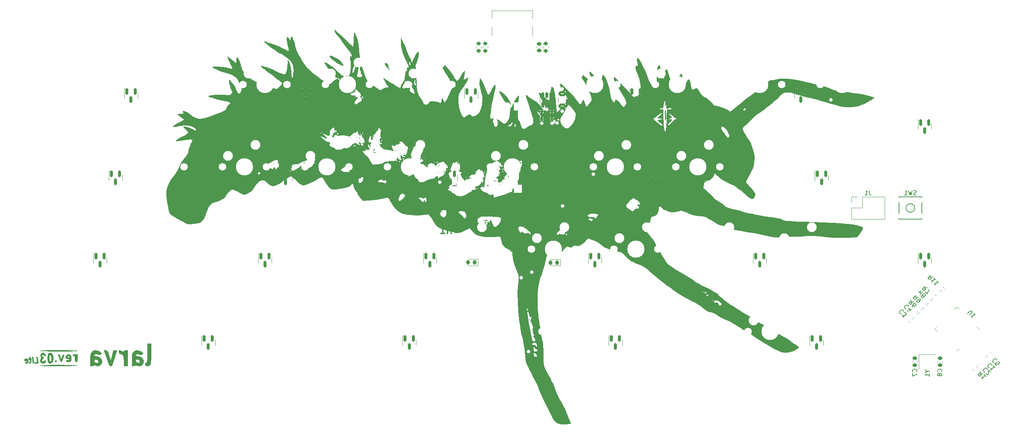
<source format=gbr>
%TF.GenerationSoftware,KiCad,Pcbnew,(6.0.6)*%
%TF.CreationDate,2022-10-05T22:20:27+02:00*%
%TF.ProjectId,Larva,4c617276-612e-46b6-9963-61645f706362,rev?*%
%TF.SameCoordinates,Original*%
%TF.FileFunction,Legend,Bot*%
%TF.FilePolarity,Positive*%
%FSLAX46Y46*%
G04 Gerber Fmt 4.6, Leading zero omitted, Abs format (unit mm)*
G04 Created by KiCad (PCBNEW (6.0.6)) date 2022-10-05 22:20:27*
%MOMM*%
%LPD*%
G01*
G04 APERTURE LIST*
G04 Aperture macros list*
%AMRoundRect*
0 Rectangle with rounded corners*
0 $1 Rounding radius*
0 $2 $3 $4 $5 $6 $7 $8 $9 X,Y pos of 4 corners*
0 Add a 4 corners polygon primitive as box body*
4,1,4,$2,$3,$4,$5,$6,$7,$8,$9,$2,$3,0*
0 Add four circle primitives for the rounded corners*
1,1,$1+$1,$2,$3*
1,1,$1+$1,$4,$5*
1,1,$1+$1,$6,$7*
1,1,$1+$1,$8,$9*
0 Add four rect primitives between the rounded corners*
20,1,$1+$1,$2,$3,$4,$5,0*
20,1,$1+$1,$4,$5,$6,$7,0*
20,1,$1+$1,$6,$7,$8,$9,0*
20,1,$1+$1,$8,$9,$2,$3,0*%
%AMRotRect*
0 Rectangle, with rotation*
0 The origin of the aperture is its center*
0 $1 length*
0 $2 width*
0 $3 Rotation angle, in degrees counterclockwise*
0 Add horizontal line*
21,1,$1,$2,0,0,$3*%
G04 Aperture macros list end*
%ADD10C,0.150000*%
%ADD11C,0.300000*%
%ADD12C,0.120000*%
%ADD13C,1.000000*%
%ADD14C,1.750000*%
%ADD15C,2.250000*%
%ADD16C,3.987800*%
%ADD17C,3.048000*%
%ADD18C,1.905000*%
%ADD19R,1.905000X1.905000*%
%ADD20RoundRect,0.225000X-0.335876X-0.017678X-0.017678X-0.335876X0.335876X0.017678X0.017678X0.335876X0*%
%ADD21RoundRect,0.225000X0.335876X0.017678X0.017678X0.335876X-0.335876X-0.017678X-0.017678X-0.335876X0*%
%ADD22RoundRect,0.225000X0.250000X-0.225000X0.250000X0.225000X-0.250000X0.225000X-0.250000X-0.225000X0*%
%ADD23RoundRect,0.150000X-0.150000X0.587500X-0.150000X-0.587500X0.150000X-0.587500X0.150000X0.587500X0*%
%ADD24RoundRect,0.250000X-0.625000X0.375000X-0.625000X-0.375000X0.625000X-0.375000X0.625000X0.375000X0*%
%ADD25RoundRect,0.200000X-0.335876X-0.053033X-0.053033X-0.335876X0.335876X0.053033X0.053033X0.335876X0*%
%ADD26RoundRect,0.200000X0.275000X-0.200000X0.275000X0.200000X-0.275000X0.200000X-0.275000X-0.200000X0*%
%ADD27R,1.800000X1.100000*%
%ADD28RoundRect,0.150000X0.150000X-0.512500X0.150000X0.512500X-0.150000X0.512500X-0.150000X-0.512500X0*%
%ADD29R,1.400000X1.200000*%
%ADD30RoundRect,0.200000X-0.275000X0.200000X-0.275000X-0.200000X0.275000X-0.200000X0.275000X0.200000X0*%
%ADD31RoundRect,0.200000X0.335876X0.053033X0.053033X0.335876X-0.335876X-0.053033X-0.053033X-0.335876X0*%
%ADD32R,1.700000X1.700000*%
%ADD33O,1.700000X1.700000*%
%ADD34RoundRect,0.225000X-0.250000X0.225000X-0.250000X-0.225000X0.250000X-0.225000X0.250000X0.225000X0*%
%ADD35RoundRect,0.218750X0.218750X0.256250X-0.218750X0.256250X-0.218750X-0.256250X0.218750X-0.256250X0*%
%ADD36C,0.650000*%
%ADD37R,0.600000X1.450000*%
%ADD38R,0.300000X1.450000*%
%ADD39O,1.000000X1.600000*%
%ADD40O,1.000000X2.100000*%
%ADD41RoundRect,0.062500X0.380070X-0.291682X-0.291682X0.380070X-0.380070X0.291682X0.291682X-0.380070X0*%
%ADD42RoundRect,0.062500X0.380070X0.291682X0.291682X0.380070X-0.380070X-0.291682X-0.291682X-0.380070X0*%
%ADD43RotRect,5.200000X5.200000X135.000000*%
%ADD44C,0.800000*%
G04 APERTURE END LIST*
D10*
%TO.C,C1*%
X262652787Y-127191550D02*
X262652787Y-127124207D01*
X262585443Y-126989520D01*
X262518100Y-126922176D01*
X262383412Y-126854833D01*
X262248725Y-126854833D01*
X262147710Y-126888504D01*
X261979351Y-126989520D01*
X261878336Y-127090535D01*
X261777321Y-127258894D01*
X261743649Y-127359909D01*
X261743649Y-127494596D01*
X261810993Y-127629283D01*
X261878336Y-127696627D01*
X262013023Y-127763970D01*
X262080367Y-127763970D01*
X263393565Y-127797642D02*
X262989504Y-127393581D01*
X263191535Y-127595611D02*
X262484428Y-128302718D01*
X262518100Y-128134359D01*
X262518100Y-127999672D01*
X262484428Y-127898657D01*
%TO.C,C2*%
X261636787Y-128207550D02*
X261636787Y-128140207D01*
X261569443Y-128005520D01*
X261502100Y-127938176D01*
X261367412Y-127870833D01*
X261232725Y-127870833D01*
X261131710Y-127904504D01*
X260963351Y-128005520D01*
X260862336Y-128106535D01*
X260761321Y-128274894D01*
X260727649Y-128375909D01*
X260727649Y-128510596D01*
X260794993Y-128645283D01*
X260862336Y-128712627D01*
X260997023Y-128779970D01*
X261064367Y-128779970D01*
X261333741Y-129049344D02*
X261333741Y-129116688D01*
X261367412Y-129217703D01*
X261535771Y-129386062D01*
X261636787Y-129419733D01*
X261704130Y-129419733D01*
X261805145Y-129386062D01*
X261872489Y-129318718D01*
X261939832Y-129184031D01*
X261939832Y-128375909D01*
X262377565Y-128813642D01*
%TO.C,C3*%
X242288788Y-114765550D02*
X242288788Y-114698207D01*
X242221444Y-114563520D01*
X242154101Y-114496176D01*
X242019413Y-114428833D01*
X241884726Y-114428833D01*
X241783711Y-114462504D01*
X241615352Y-114563520D01*
X241514337Y-114664535D01*
X241413322Y-114832894D01*
X241379650Y-114933909D01*
X241379650Y-115068596D01*
X241446994Y-115203283D01*
X241514337Y-115270627D01*
X241649024Y-115337970D01*
X241716368Y-115337970D01*
X241884726Y-115641016D02*
X242322459Y-116078749D01*
X242356131Y-115573672D01*
X242457146Y-115674688D01*
X242558162Y-115708359D01*
X242625505Y-115708359D01*
X242726520Y-115674688D01*
X242894879Y-115506329D01*
X242928551Y-115405314D01*
X242928551Y-115337970D01*
X242894879Y-115236955D01*
X242692849Y-115034924D01*
X242591833Y-115001252D01*
X242524490Y-115001252D01*
%TO.C,R1*%
X260632030Y-129122267D02*
X260059610Y-129223282D01*
X260227969Y-128718206D02*
X259520862Y-129425312D01*
X259790236Y-129694687D01*
X259891251Y-129728358D01*
X259958595Y-129728358D01*
X260059610Y-129694687D01*
X260160625Y-129593671D01*
X260194297Y-129492656D01*
X260194297Y-129425312D01*
X260160625Y-129324297D01*
X259891251Y-129054923D01*
X261305465Y-129795702D02*
X260901404Y-129391641D01*
X261103435Y-129593671D02*
X260396328Y-130300778D01*
X260430000Y-130132419D01*
X260430000Y-129997732D01*
X260396328Y-129896717D01*
%TO.C,SW1*%
X245211433Y-87764761D02*
X245068576Y-87812380D01*
X244830480Y-87812380D01*
X244735242Y-87764761D01*
X244687623Y-87717142D01*
X244640004Y-87621904D01*
X244640004Y-87526666D01*
X244687623Y-87431428D01*
X244735242Y-87383809D01*
X244830480Y-87336190D01*
X245020957Y-87288571D01*
X245116195Y-87240952D01*
X245163814Y-87193333D01*
X245211433Y-87098095D01*
X245211433Y-87002857D01*
X245163814Y-86907619D01*
X245116195Y-86860000D01*
X245020957Y-86812380D01*
X244782861Y-86812380D01*
X244640004Y-86860000D01*
X244306671Y-86812380D02*
X244068576Y-87812380D01*
X243878100Y-87098095D01*
X243687623Y-87812380D01*
X243449528Y-86812380D01*
X242544766Y-87812380D02*
X243116195Y-87812380D01*
X242830480Y-87812380D02*
X242830480Y-86812380D01*
X242925719Y-86955238D01*
X243020957Y-87050476D01*
X243116195Y-87098095D01*
%TO.C,R3*%
X157970480Y-69203273D02*
X157494290Y-68869940D01*
X157970480Y-68631844D02*
X156970480Y-68631844D01*
X156970480Y-69012797D01*
X157018100Y-69108035D01*
X157065719Y-69155654D01*
X157160957Y-69203273D01*
X157303814Y-69203273D01*
X157399052Y-69155654D01*
X157446671Y-69108035D01*
X157494290Y-69012797D01*
X157494290Y-68631844D01*
X156970480Y-69536606D02*
X156970480Y-70155654D01*
X157351433Y-69822320D01*
X157351433Y-69965178D01*
X157399052Y-70060416D01*
X157446671Y-70108035D01*
X157541909Y-70155654D01*
X157780004Y-70155654D01*
X157875242Y-70108035D01*
X157922861Y-70060416D01*
X157970480Y-69965178D01*
X157970480Y-69679463D01*
X157922861Y-69584225D01*
X157875242Y-69536606D01*
%TO.C,Y1*%
X247786190Y-128613809D02*
X248262380Y-128613809D01*
X247262380Y-128280476D02*
X247786190Y-128613809D01*
X247262380Y-128947142D01*
X248262380Y-129804285D02*
X248262380Y-129232857D01*
X248262380Y-129518571D02*
X247262380Y-129518571D01*
X247405238Y-129423333D01*
X247500476Y-129328095D01*
X247548095Y-129232857D01*
%TO.C,C4*%
X243431787Y-113622550D02*
X243431787Y-113555207D01*
X243364443Y-113420520D01*
X243297100Y-113353176D01*
X243162412Y-113285833D01*
X243027725Y-113285833D01*
X242926710Y-113319504D01*
X242758351Y-113420520D01*
X242657336Y-113521535D01*
X242556321Y-113689894D01*
X242522649Y-113790909D01*
X242522649Y-113925596D01*
X242589993Y-114060283D01*
X242657336Y-114127627D01*
X242792023Y-114194970D01*
X242859367Y-114194970D01*
X243633817Y-114632703D02*
X244105222Y-114161298D01*
X243196084Y-114733718D02*
X243532802Y-114060283D01*
X243970535Y-114498016D01*
%TO.C,C5*%
X263795787Y-126048550D02*
X263795787Y-125981207D01*
X263728443Y-125846520D01*
X263661100Y-125779176D01*
X263526412Y-125711833D01*
X263391725Y-125711833D01*
X263290710Y-125745504D01*
X263122351Y-125846520D01*
X263021336Y-125947535D01*
X262920321Y-126115894D01*
X262886649Y-126216909D01*
X262886649Y-126351596D01*
X262953993Y-126486283D01*
X263021336Y-126553627D01*
X263156023Y-126620970D01*
X263223367Y-126620970D01*
X263795787Y-127328077D02*
X263459069Y-126991359D01*
X263762115Y-126620970D01*
X263762115Y-126688314D01*
X263795787Y-126789329D01*
X263964145Y-126957688D01*
X264065161Y-126991359D01*
X264132504Y-126991359D01*
X264233519Y-126957688D01*
X264401878Y-126789329D01*
X264435550Y-126688314D01*
X264435550Y-126620970D01*
X264401878Y-126519955D01*
X264233519Y-126351596D01*
X264132504Y-126317924D01*
X264065161Y-126317924D01*
%TO.C,R7*%
X247764129Y-109290207D02*
X247191709Y-109391222D01*
X247360068Y-108886146D02*
X246652961Y-109593252D01*
X246922335Y-109862627D01*
X247023350Y-109896298D01*
X247090694Y-109896298D01*
X247191709Y-109862627D01*
X247292724Y-109761611D01*
X247326396Y-109660596D01*
X247326396Y-109593252D01*
X247292724Y-109492237D01*
X247023350Y-109222863D01*
X247292724Y-110233016D02*
X247764129Y-110704420D01*
X248168190Y-109694268D01*
%TO.C,R8*%
X246748129Y-110306207D02*
X246175709Y-110407222D01*
X246344068Y-109902146D02*
X245636961Y-110609252D01*
X245906335Y-110878627D01*
X246007350Y-110912298D01*
X246074694Y-110912298D01*
X246175709Y-110878627D01*
X246276724Y-110777611D01*
X246310396Y-110676596D01*
X246310396Y-110609252D01*
X246276724Y-110508237D01*
X246007350Y-110238863D01*
X246748129Y-111114329D02*
X246647114Y-111080657D01*
X246579770Y-111080657D01*
X246478755Y-111114329D01*
X246445083Y-111148001D01*
X246411411Y-111249016D01*
X246411411Y-111316359D01*
X246445083Y-111417375D01*
X246579770Y-111552062D01*
X246680786Y-111585733D01*
X246748129Y-111585733D01*
X246849144Y-111552062D01*
X246882816Y-111518390D01*
X246916488Y-111417375D01*
X246916488Y-111350031D01*
X246882816Y-111249016D01*
X246748129Y-111114329D01*
X246714457Y-111013314D01*
X246714457Y-110945970D01*
X246748129Y-110844955D01*
X246882816Y-110710268D01*
X246983831Y-110676596D01*
X247051175Y-110676596D01*
X247152190Y-110710268D01*
X247286877Y-110844955D01*
X247320549Y-110945970D01*
X247320549Y-111013314D01*
X247286877Y-111114329D01*
X247152190Y-111249016D01*
X247051175Y-111282688D01*
X246983831Y-111282688D01*
X246882816Y-111249016D01*
%TO.C,R11*%
X249054017Y-106776659D02*
X248481598Y-106877674D01*
X248649956Y-106372598D02*
X247942850Y-107079705D01*
X248212224Y-107349079D01*
X248313239Y-107382751D01*
X248380582Y-107382751D01*
X248481598Y-107349079D01*
X248582613Y-107248064D01*
X248616285Y-107147048D01*
X248616285Y-107079705D01*
X248582613Y-106978690D01*
X248313239Y-106709316D01*
X249727453Y-107450094D02*
X249323392Y-107046033D01*
X249525422Y-107248064D02*
X248818315Y-107955171D01*
X248851987Y-107786812D01*
X248851987Y-107652125D01*
X248818315Y-107551110D01*
X250400888Y-108123529D02*
X249996827Y-107719468D01*
X250198857Y-107921499D02*
X249491750Y-108628606D01*
X249525422Y-108460247D01*
X249525422Y-108325560D01*
X249491750Y-108224545D01*
%TO.C,J1*%
X234408333Y-86842380D02*
X234408333Y-87556666D01*
X234455952Y-87699523D01*
X234551190Y-87794761D01*
X234694047Y-87842380D01*
X234789285Y-87842380D01*
X233408333Y-87842380D02*
X233979761Y-87842380D01*
X233694047Y-87842380D02*
X233694047Y-86842380D01*
X233789285Y-86985238D01*
X233884523Y-87080476D01*
X233979761Y-87128095D01*
%TO.C,C7*%
X245267142Y-128753333D02*
X245314761Y-128705714D01*
X245362380Y-128562857D01*
X245362380Y-128467619D01*
X245314761Y-128324761D01*
X245219523Y-128229523D01*
X245124285Y-128181904D01*
X244933809Y-128134285D01*
X244790952Y-128134285D01*
X244600476Y-128181904D01*
X244505238Y-128229523D01*
X244410000Y-128324761D01*
X244362380Y-128467619D01*
X244362380Y-128562857D01*
X244410000Y-128705714D01*
X244457619Y-128753333D01*
X244362380Y-129086666D02*
X244362380Y-129753333D01*
X245362380Y-129324761D01*
%TO.C,C8*%
X251047142Y-128743333D02*
X251094761Y-128695714D01*
X251142380Y-128552857D01*
X251142380Y-128457619D01*
X251094761Y-128314761D01*
X250999523Y-128219523D01*
X250904285Y-128171904D01*
X250713809Y-128124285D01*
X250570952Y-128124285D01*
X250380476Y-128171904D01*
X250285238Y-128219523D01*
X250190000Y-128314761D01*
X250142380Y-128457619D01*
X250142380Y-128552857D01*
X250190000Y-128695714D01*
X250237619Y-128743333D01*
X250570952Y-129314761D02*
X250523333Y-129219523D01*
X250475714Y-129171904D01*
X250380476Y-129124285D01*
X250332857Y-129124285D01*
X250237619Y-129171904D01*
X250190000Y-129219523D01*
X250142380Y-129314761D01*
X250142380Y-129505238D01*
X250190000Y-129600476D01*
X250237619Y-129648095D01*
X250332857Y-129695714D01*
X250380476Y-129695714D01*
X250475714Y-129648095D01*
X250523333Y-129600476D01*
X250570952Y-129505238D01*
X250570952Y-129314761D01*
X250618571Y-129219523D01*
X250666190Y-129171904D01*
X250761428Y-129124285D01*
X250951904Y-129124285D01*
X251047142Y-129171904D01*
X251094761Y-129219523D01*
X251142380Y-129314761D01*
X251142380Y-129505238D01*
X251094761Y-129600476D01*
X251047142Y-129648095D01*
X250951904Y-129695714D01*
X250761428Y-129695714D01*
X250666190Y-129648095D01*
X250618571Y-129600476D01*
X250570952Y-129505238D01*
%TO.C,R6*%
X244607030Y-112522267D02*
X244034610Y-112623282D01*
X244202969Y-112118206D02*
X243495862Y-112825312D01*
X243765236Y-113094687D01*
X243866251Y-113128358D01*
X243933595Y-113128358D01*
X244034610Y-113094687D01*
X244135625Y-112993671D01*
X244169297Y-112892656D01*
X244169297Y-112825312D01*
X244135625Y-112724297D01*
X243866251Y-112454923D01*
X244506015Y-113835465D02*
X244371328Y-113700778D01*
X244337656Y-113599763D01*
X244337656Y-113532419D01*
X244371328Y-113364061D01*
X244472343Y-113195702D01*
X244741717Y-112926328D01*
X244842732Y-112892656D01*
X244910076Y-112892656D01*
X245011091Y-112926328D01*
X245145778Y-113061015D01*
X245179450Y-113162030D01*
X245179450Y-113229374D01*
X245145778Y-113330389D01*
X244977419Y-113498748D01*
X244876404Y-113532419D01*
X244809061Y-113532419D01*
X244708045Y-113498748D01*
X244573358Y-113364061D01*
X244539687Y-113263045D01*
X244539687Y-113195702D01*
X244573358Y-113094687D01*
%TO.C,R9*%
X245667030Y-111432266D02*
X245094610Y-111533281D01*
X245262969Y-111028205D02*
X244555862Y-111735311D01*
X244825236Y-112004686D01*
X244926251Y-112038357D01*
X244993595Y-112038357D01*
X245094610Y-112004686D01*
X245195625Y-111903670D01*
X245229297Y-111802655D01*
X245229297Y-111735311D01*
X245195625Y-111634296D01*
X244926251Y-111364922D01*
X246003748Y-111768983D02*
X246138435Y-111903670D01*
X246172106Y-112004686D01*
X246172106Y-112072029D01*
X246138435Y-112240388D01*
X246037419Y-112408747D01*
X245768045Y-112678121D01*
X245667030Y-112711792D01*
X245599687Y-112711792D01*
X245498671Y-112678121D01*
X245363984Y-112543434D01*
X245330312Y-112442418D01*
X245330312Y-112375075D01*
X245363984Y-112274060D01*
X245532343Y-112105701D01*
X245633358Y-112072029D01*
X245700702Y-112072029D01*
X245801717Y-112105701D01*
X245936404Y-112240388D01*
X245970076Y-112341403D01*
X245970076Y-112408747D01*
X245936404Y-112509762D01*
D11*
%TO.C,H1*%
X137826428Y-96709895D02*
X137826428Y-95185895D01*
X137826428Y-95911609D02*
X136955571Y-95911609D01*
X136955571Y-96709895D02*
X136955571Y-95185895D01*
X135431571Y-96709895D02*
X136302428Y-96709895D01*
X135867000Y-96709895D02*
X135867000Y-95185895D01*
X136012143Y-95403609D01*
X136157286Y-95548752D01*
X136302428Y-95621324D01*
X41687198Y-126660943D02*
X42282436Y-126660943D01*
X42126186Y-125410943D01*
X41270531Y-126660943D02*
X41166364Y-125827609D01*
X41114281Y-125410943D02*
X41181245Y-125470467D01*
X41129162Y-125529990D01*
X41062198Y-125470467D01*
X41114281Y-125410943D01*
X41129162Y-125529990D01*
X40749698Y-125827609D02*
X40273507Y-125827609D01*
X40519043Y-125410943D02*
X40652972Y-126482371D01*
X40608329Y-126601419D01*
X40496722Y-126660943D01*
X40377674Y-126660943D01*
X39477376Y-126601419D02*
X39603864Y-126660943D01*
X39841960Y-126660943D01*
X39953567Y-126601419D01*
X39998210Y-126482371D01*
X39938686Y-126006181D01*
X39864281Y-125887133D01*
X39737793Y-125827609D01*
X39499698Y-125827609D01*
X39388091Y-125887133D01*
X39343448Y-126006181D01*
X39358329Y-126125228D01*
X39968448Y-126244276D01*
D10*
%TO.C,U1*%
X257077281Y-115240222D02*
X257649701Y-114667802D01*
X257750716Y-114634130D01*
X257818060Y-114634130D01*
X257919075Y-114667802D01*
X258053762Y-114802489D01*
X258087434Y-114903504D01*
X258087434Y-114970848D01*
X258053762Y-115071863D01*
X257481342Y-115644283D01*
X258895556Y-115644283D02*
X258491495Y-115240222D01*
X258693525Y-115442252D02*
X257986419Y-116149359D01*
X258020090Y-115981000D01*
X258020090Y-115846313D01*
X257986419Y-115745298D01*
D12*
%TO.C,C1*%
X261124256Y-125319563D02*
X261323067Y-125518374D01*
X260403007Y-126040812D02*
X260601818Y-126239623D01*
%TO.C,C2*%
X260046627Y-126397193D02*
X260245438Y-126596004D01*
X259325378Y-127118442D02*
X259524189Y-127317253D01*
%TO.C,C3*%
X243685965Y-117286936D02*
X243487154Y-117088125D01*
X244407214Y-116565687D02*
X244208403Y-116366876D01*
%TO.C,C6*%
X157633000Y-53754580D02*
X157633000Y-53473420D01*
X158653000Y-53754580D02*
X158653000Y-53473420D01*
%TO.C,D1*%
X62253750Y-64821875D02*
X62253750Y-65471875D01*
X65373750Y-64821875D02*
X65373750Y-65471875D01*
X62253750Y-64821875D02*
X62253750Y-63146875D01*
X65373750Y-64821875D02*
X65373750Y-64171875D01*
%TO.C,D2*%
X102735000Y-64821875D02*
X102735000Y-65471875D01*
X105855000Y-64821875D02*
X105855000Y-65471875D01*
X102735000Y-64821875D02*
X102735000Y-63146875D01*
X105855000Y-64821875D02*
X105855000Y-64171875D01*
%TO.C,D3*%
X140835000Y-64821875D02*
X140835000Y-65471875D01*
X143955000Y-64821875D02*
X143955000Y-65471875D01*
X140835000Y-64821875D02*
X140835000Y-63146875D01*
X143955000Y-64821875D02*
X143955000Y-64171875D01*
%TO.C,D4*%
X178935000Y-64821875D02*
X178935000Y-65471875D01*
X182055000Y-64821875D02*
X182055000Y-65471875D01*
X178935000Y-64821875D02*
X178935000Y-63146875D01*
X182055000Y-64821875D02*
X182055000Y-64171875D01*
%TO.C,D5*%
X217035000Y-64821875D02*
X217035000Y-65471875D01*
X220155000Y-64821875D02*
X220155000Y-65471875D01*
X217035000Y-64821875D02*
X217035000Y-63146875D01*
X220155000Y-64821875D02*
X220155000Y-64171875D01*
%TO.C,D6*%
X58681875Y-83871875D02*
X58681875Y-84521875D01*
X61801875Y-83871875D02*
X61801875Y-84521875D01*
X58681875Y-83871875D02*
X58681875Y-82196875D01*
X61801875Y-83871875D02*
X61801875Y-83221875D01*
%TO.C,D7*%
X97972500Y-83871875D02*
X97972500Y-84521875D01*
X101092500Y-83871875D02*
X101092500Y-84521875D01*
X97972500Y-83871875D02*
X97972500Y-82196875D01*
X101092500Y-83871875D02*
X101092500Y-83221875D01*
%TO.C,D8*%
X136072500Y-83871875D02*
X136072500Y-84521875D01*
X139192500Y-83871875D02*
X139192500Y-84521875D01*
X136072500Y-83871875D02*
X136072500Y-82196875D01*
X139192500Y-83871875D02*
X139192500Y-83221875D01*
%TO.C,D9*%
X183697500Y-83871875D02*
X183697500Y-84521875D01*
X186817500Y-83871875D02*
X186817500Y-84521875D01*
X183697500Y-83871875D02*
X183697500Y-82196875D01*
X186817500Y-83871875D02*
X186817500Y-83221875D01*
%TO.C,D10*%
X221797500Y-83871875D02*
X221797500Y-84521875D01*
X224917500Y-83871875D02*
X224917500Y-84521875D01*
X221797500Y-83871875D02*
X221797500Y-82196875D01*
X224917500Y-83871875D02*
X224917500Y-83221875D01*
%TO.C,D11*%
X245610000Y-71965625D02*
X245610000Y-72615625D01*
X248730000Y-71965625D02*
X248730000Y-72615625D01*
X245610000Y-71965625D02*
X245610000Y-70290625D01*
X248730000Y-71965625D02*
X248730000Y-71315625D01*
%TO.C,D12*%
X55110000Y-102921875D02*
X55110000Y-103571875D01*
X58230000Y-102921875D02*
X58230000Y-103571875D01*
X55110000Y-102921875D02*
X55110000Y-101246875D01*
X58230000Y-102921875D02*
X58230000Y-102271875D01*
%TO.C,D13*%
X93210000Y-102921875D02*
X93210000Y-103571875D01*
X96330000Y-102921875D02*
X96330000Y-103571875D01*
X93210000Y-102921875D02*
X93210000Y-101246875D01*
X96330000Y-102921875D02*
X96330000Y-102271875D01*
%TO.C,D14*%
X131310000Y-102921875D02*
X131310000Y-103571875D01*
X134430000Y-102921875D02*
X134430000Y-103571875D01*
X131310000Y-102921875D02*
X131310000Y-101246875D01*
X134430000Y-102921875D02*
X134430000Y-102271875D01*
%TO.C,D15*%
X169410000Y-102921875D02*
X169410000Y-103571875D01*
X172530000Y-102921875D02*
X172530000Y-103571875D01*
X169410000Y-102921875D02*
X169410000Y-101246875D01*
X172530000Y-102921875D02*
X172530000Y-102271875D01*
%TO.C,D16*%
X207510000Y-102921875D02*
X207510000Y-103571875D01*
X210630000Y-102921875D02*
X210630000Y-103571875D01*
X207510000Y-102921875D02*
X207510000Y-101246875D01*
X210630000Y-102921875D02*
X210630000Y-102271875D01*
%TO.C,D19*%
X80113125Y-121971875D02*
X80113125Y-122621875D01*
X83233125Y-121971875D02*
X83233125Y-122621875D01*
X80113125Y-121971875D02*
X80113125Y-120296875D01*
X83233125Y-121971875D02*
X83233125Y-121321875D01*
%TO.C,D20*%
X126547500Y-121971875D02*
X126547500Y-122621875D01*
X129667500Y-121971875D02*
X129667500Y-122621875D01*
X126547500Y-121971875D02*
X126547500Y-120296875D01*
X129667500Y-121971875D02*
X129667500Y-121321875D01*
%TO.C,D21*%
X174172500Y-121971875D02*
X174172500Y-122621875D01*
X177292500Y-121971875D02*
X177292500Y-122621875D01*
X174172500Y-121971875D02*
X174172500Y-120296875D01*
X177292500Y-121971875D02*
X177292500Y-121321875D01*
%TO.C,D22*%
X220606875Y-121971875D02*
X220606875Y-122621875D01*
X223726875Y-121971875D02*
X223726875Y-122621875D01*
X220606875Y-121971875D02*
X220606875Y-120296875D01*
X223726875Y-121971875D02*
X223726875Y-121321875D01*
%TO.C,F1*%
X164341915Y-65219811D02*
X164341915Y-66423939D01*
X162521915Y-65219811D02*
X162521915Y-66423939D01*
%TO.C,R1*%
X258905060Y-127396133D02*
X259240593Y-127731666D01*
X258166133Y-128135060D02*
X258501666Y-128470593D01*
%TO.C,R2*%
X160528165Y-69631008D02*
X160528165Y-69156492D01*
X161573165Y-69631008D02*
X161573165Y-69156492D01*
%TO.C,R5*%
X159144500Y-53851258D02*
X159144500Y-53376742D01*
X160189500Y-53851258D02*
X160189500Y-53376742D01*
D10*
%TO.C,SW1*%
X244878100Y-90832940D02*
G75*
G03*
X244878100Y-90832940I-1000000J0D01*
G01*
X246478100Y-93432940D02*
X246478100Y-88232940D01*
X241278100Y-93432940D02*
X246478100Y-93432940D01*
X241278100Y-88232940D02*
X241278100Y-93432940D01*
X246478100Y-88232940D02*
X241278100Y-88232940D01*
D12*
%TO.C,D17*%
X245610000Y-102921875D02*
X245610000Y-103571875D01*
X248730000Y-102921875D02*
X248730000Y-103571875D01*
X245610000Y-102921875D02*
X245610000Y-101246875D01*
X248730000Y-102921875D02*
X248730000Y-102271875D01*
%TO.C,U2*%
X158300040Y-65821875D02*
X158300040Y-66621875D01*
X161420040Y-65821875D02*
X161420040Y-65021875D01*
X158300040Y-65821875D02*
X158300040Y-65021875D01*
X161420040Y-65821875D02*
X161420040Y-67621875D01*
%TO.C,R3*%
X158146915Y-69631008D02*
X158146915Y-69156492D01*
X159191915Y-69631008D02*
X159191915Y-69156492D01*
%TO.C,Y1*%
X245798858Y-128046777D02*
X245798858Y-124746777D01*
X245798858Y-124746777D02*
X249798858Y-124746777D01*
%TO.C,C4*%
X244763595Y-116209305D02*
X244564784Y-116010494D01*
X245484844Y-115488056D02*
X245286033Y-115289245D01*
%TO.C,R4*%
X144695500Y-53376742D02*
X144695500Y-53851258D01*
X143650500Y-53376742D02*
X143650500Y-53851258D01*
%TO.C,R10*%
X146219500Y-53376742D02*
X146219500Y-53851258D01*
X145174500Y-53376742D02*
X145174500Y-53851258D01*
%TO.C,C5*%
X262203165Y-124235469D02*
X262401976Y-124434280D01*
X261481916Y-124956718D02*
X261680727Y-125155529D01*
%TO.C,R7*%
X249551467Y-110881500D02*
X249887000Y-111217033D01*
X248812540Y-111620427D02*
X249148073Y-111955960D01*
%TO.C,R8*%
X248473837Y-111959130D02*
X248809370Y-112294663D01*
X247734910Y-112698057D02*
X248070443Y-113033590D01*
%TO.C,R11*%
X251024940Y-110163867D02*
X250689407Y-109828334D01*
X251763867Y-109424940D02*
X251428334Y-109089407D01*
%TO.C,J1*%
X232803700Y-90830400D02*
X230203700Y-90830400D01*
X237943700Y-88230400D02*
X237943700Y-93430400D01*
X230203700Y-93430400D02*
X237943700Y-93430400D01*
X230203700Y-88230400D02*
X230203700Y-89560400D01*
X232803700Y-88230400D02*
X237943700Y-88230400D01*
X232803700Y-88230400D02*
X232803700Y-90830400D01*
X231533700Y-88230400D02*
X230203700Y-88230400D01*
X230203700Y-90830400D02*
X230203700Y-93430400D01*
%TO.C,C7*%
X245410000Y-126259420D02*
X245410000Y-126540580D01*
X244390000Y-126259420D02*
X244390000Y-126540580D01*
%TO.C,C8*%
X251200000Y-126259420D02*
X251200000Y-126540580D01*
X250180000Y-126259420D02*
X250180000Y-126540580D01*
%TO.C,D18*%
X143940000Y-104155000D02*
X141655000Y-104155000D01*
X143940000Y-102685000D02*
X143940000Y-104155000D01*
X141655000Y-102685000D02*
X143940000Y-102685000D01*
%TO.C,D23*%
X162980000Y-104205000D02*
X160695000Y-104205000D01*
X162980000Y-102735000D02*
X162980000Y-104205000D01*
X160695000Y-102735000D02*
X162980000Y-102735000D01*
%TO.C,R6*%
X246302454Y-114134513D02*
X246637987Y-114470046D01*
X245563527Y-114873440D02*
X245899060Y-115208973D01*
%TO.C,R9*%
X247391399Y-113045568D02*
X247726932Y-113381101D01*
X246652472Y-113784495D02*
X246988005Y-114120028D01*
%TO.C,J2*%
X156620000Y-50953125D02*
X156620000Y-48953125D01*
X147220000Y-47053125D02*
X147220000Y-45153125D01*
X147220000Y-50953125D02*
X147220000Y-48953125D01*
X156620000Y-47053125D02*
X156620000Y-45153125D01*
X147220000Y-45153125D02*
X156620000Y-45153125D01*
%TO.C,H1*%
G36*
X135271384Y-82700954D02*
G01*
X135260206Y-82782946D01*
X135168132Y-82804206D01*
X135149596Y-82781506D01*
X135168132Y-82597702D01*
X135214716Y-82573472D01*
X135271384Y-82700954D01*
G37*
G36*
X147816506Y-93310101D02*
G01*
X147739067Y-93387540D01*
X147661628Y-93310101D01*
X147739067Y-93232662D01*
X147816506Y-93310101D01*
G37*
G36*
X116661563Y-74647296D02*
G01*
X116639974Y-74860350D01*
X116583445Y-74840893D01*
X116562989Y-74770787D01*
X116583445Y-74453698D01*
X116637224Y-74427426D01*
X116661563Y-74647296D01*
G37*
G36*
X148590896Y-81074735D02*
G01*
X148513457Y-81152174D01*
X148436018Y-81074735D01*
X148513457Y-80997296D01*
X148590896Y-81074735D01*
G37*
G36*
X147912539Y-84307727D02*
G01*
X147971384Y-84559491D01*
X147960334Y-84738913D01*
X147912008Y-84869247D01*
X147861540Y-84809702D01*
X147771630Y-84559491D01*
X147751337Y-84373076D01*
X147831005Y-84249735D01*
X147912539Y-84307727D01*
G37*
G36*
X125978701Y-78286930D02*
G01*
X125901262Y-78364369D01*
X125823823Y-78286930D01*
X125901262Y-78209491D01*
X125978701Y-78286930D01*
G37*
G36*
X43765336Y-124421539D02*
G01*
X44042764Y-124662724D01*
X44168184Y-124926154D01*
X44167188Y-125096499D01*
X43970774Y-125137540D01*
X43863901Y-125120066D01*
X43738457Y-124982662D01*
X43712247Y-124911413D01*
X43506140Y-124827784D01*
X43397797Y-124854768D01*
X43273823Y-125060101D01*
X43300807Y-125168443D01*
X43506140Y-125292418D01*
X43614482Y-125319402D01*
X43738457Y-125524735D01*
X43711472Y-125633077D01*
X43506140Y-125757052D01*
X43370663Y-125814544D01*
X43273823Y-126066808D01*
X43316942Y-126247443D01*
X43506140Y-126376564D01*
X43613012Y-126359091D01*
X43738457Y-126221686D01*
X43764667Y-126150438D01*
X43970774Y-126066808D01*
X44150821Y-126142795D01*
X44185837Y-126373034D01*
X44017237Y-126655345D01*
X43861558Y-126757325D01*
X43506140Y-126841198D01*
X43296989Y-126810513D01*
X42995042Y-126655345D01*
X42949957Y-126601450D01*
X42828523Y-126275368D01*
X42831736Y-125915933D01*
X42964485Y-125679354D01*
X43035086Y-125584007D01*
X42959036Y-125283019D01*
X42922345Y-125202258D01*
X42906690Y-124805589D01*
X43121957Y-124491135D01*
X43506140Y-124363150D01*
X43765336Y-124421539D01*
G37*
G36*
X47234344Y-124674212D02*
G01*
X47417660Y-124843781D01*
X47550645Y-125253698D01*
X47659795Y-125834491D01*
X47839369Y-125301768D01*
X47984812Y-124977362D01*
X48169799Y-124740525D01*
X48321741Y-124688065D01*
X48384798Y-124864726D01*
X48371965Y-124971492D01*
X48283241Y-125338436D01*
X48137922Y-125806901D01*
X48041462Y-126055947D01*
X47856646Y-126397485D01*
X47701572Y-126531442D01*
X47599881Y-126457155D01*
X47425084Y-126156870D01*
X47251497Y-125704720D01*
X47163523Y-125423926D01*
X47040867Y-124998991D01*
X47010226Y-124775005D01*
X47069401Y-124687723D01*
X47216195Y-124672906D01*
X47234344Y-124674212D01*
G37*
G36*
X125514067Y-77435101D02*
G01*
X125502889Y-77517093D01*
X125410814Y-77538353D01*
X125392279Y-77515653D01*
X125410814Y-77331849D01*
X125457399Y-77307619D01*
X125514067Y-77435101D01*
G37*
G36*
X66505530Y-127150954D02*
G01*
X66396535Y-127242246D01*
X65963962Y-127424897D01*
X65500370Y-127439914D01*
X65142603Y-127274857D01*
X65002464Y-127167105D01*
X64956749Y-127274857D01*
X64956746Y-127275626D01*
X64820605Y-127406753D01*
X64492115Y-127460711D01*
X64027481Y-127460711D01*
X64027481Y-126248934D01*
X64983194Y-126248934D01*
X65120413Y-126538806D01*
X65472378Y-126659073D01*
X65679752Y-126673651D01*
X65854377Y-126601962D01*
X65859573Y-126349317D01*
X65722354Y-126059444D01*
X65370389Y-125939178D01*
X65163015Y-125924599D01*
X64988390Y-125996288D01*
X64983194Y-126248934D01*
X64027481Y-126248934D01*
X64027481Y-125982329D01*
X64031864Y-125366004D01*
X64056792Y-124873122D01*
X64117571Y-124551457D01*
X64229440Y-124326512D01*
X64407636Y-124123793D01*
X64536418Y-124011445D01*
X65081438Y-123771170D01*
X65684748Y-123787895D01*
X66252326Y-124064634D01*
X66280024Y-124086762D01*
X66549588Y-124345523D01*
X66660408Y-124534259D01*
X66608234Y-124651103D01*
X66355357Y-124795671D01*
X66012417Y-124851000D01*
X65714837Y-124781660D01*
X65689490Y-124766916D01*
X65373685Y-124700041D01*
X65083801Y-124782143D01*
X64956749Y-124977801D01*
X64962207Y-125000277D01*
X65144800Y-125097902D01*
X65505863Y-125137540D01*
X65711580Y-125153246D01*
X66227985Y-125352799D01*
X66601544Y-125724775D01*
X66796295Y-126196745D01*
X66790181Y-126349317D01*
X66776277Y-126696281D01*
X66505530Y-127150954D01*
G37*
G36*
X129883944Y-63312209D02*
G01*
X129908371Y-63573515D01*
X130060420Y-64158185D01*
X130164132Y-64392182D01*
X130427731Y-64986921D01*
X130644666Y-65295455D01*
X130838260Y-65570793D01*
X130904055Y-65664369D01*
X131178417Y-66056617D01*
X131349329Y-66477479D01*
X131401428Y-66665894D01*
X131572871Y-66857682D01*
X131934694Y-66903393D01*
X131987617Y-66902707D01*
X132386962Y-66806714D01*
X132648627Y-66497196D01*
X132676795Y-66445222D01*
X132812332Y-66249245D01*
X132996045Y-66155287D01*
X133314490Y-66140811D01*
X133854219Y-66183278D01*
X134334588Y-66245565D01*
X134793743Y-66343826D01*
X135050118Y-66447931D01*
X135083105Y-66473793D01*
X135344170Y-66546335D01*
X135517992Y-66342677D01*
X135581140Y-65887546D01*
X135608817Y-65551400D01*
X135712486Y-65376112D01*
X135867621Y-65492781D01*
X136047080Y-65900643D01*
X136227286Y-66446673D01*
X136527304Y-66065262D01*
X136531909Y-66059355D01*
X136747896Y-65720319D01*
X137023302Y-65207203D01*
X137299699Y-64628683D01*
X137320040Y-64583294D01*
X137570154Y-64032366D01*
X137783438Y-63574414D01*
X137915633Y-63304580D01*
X138033554Y-62956214D01*
X138040961Y-62577135D01*
X137916226Y-62341855D01*
X137909072Y-62336910D01*
X137779971Y-62122431D01*
X137666933Y-61751922D01*
X137624345Y-61613691D01*
X137424374Y-61174733D01*
X137114130Y-60611425D01*
X136740226Y-60011320D01*
X136548297Y-59712193D01*
X136131196Y-58991500D01*
X135792770Y-58308853D01*
X135556275Y-57719196D01*
X135444964Y-57277471D01*
X135482089Y-57038622D01*
X135546098Y-57035147D01*
X135782782Y-57197375D01*
X136139351Y-57539120D01*
X136576379Y-58013487D01*
X137054438Y-58573583D01*
X137534103Y-59172513D01*
X137975946Y-59763382D01*
X138340540Y-60299297D01*
X138588460Y-60733363D01*
X138704014Y-60950012D01*
X138938214Y-61276644D01*
X139126106Y-61405223D01*
X139147188Y-61401396D01*
X139345634Y-61237913D01*
X139631292Y-60881484D01*
X139949826Y-60398515D01*
X139983380Y-60343258D01*
X140311332Y-59826003D01*
X140602808Y-59402392D01*
X140798195Y-59159491D01*
X140894555Y-59070122D01*
X140963362Y-59043326D01*
X140984834Y-59141813D01*
X140957531Y-59410555D01*
X140880014Y-59894526D01*
X140750843Y-60638696D01*
X140654692Y-61188633D01*
X141215477Y-60873659D01*
X141363943Y-60795748D01*
X141658974Y-60684195D01*
X141776262Y-60711677D01*
X141701376Y-60992147D01*
X141488942Y-61461468D01*
X141180106Y-62035169D01*
X140816192Y-62636710D01*
X140438522Y-63189547D01*
X140345188Y-63316506D01*
X139932046Y-63902255D01*
X139670760Y-64355237D01*
X139526836Y-64768521D01*
X139465778Y-65235178D01*
X139453091Y-65848278D01*
X139472417Y-66353296D01*
X139574737Y-67181355D01*
X139748318Y-67987579D01*
X139974170Y-68714567D01*
X140233307Y-69304915D01*
X140506741Y-69701219D01*
X140775484Y-69846076D01*
X140815226Y-69840759D01*
X141091477Y-69709687D01*
X141439418Y-69457907D01*
X141441635Y-69456044D01*
X141881762Y-69194104D01*
X142232194Y-69204807D01*
X142462681Y-69487284D01*
X142529024Y-69575917D01*
X142821246Y-69642119D01*
X143253454Y-69543193D01*
X143749759Y-69290729D01*
X143873873Y-69200115D01*
X144325060Y-68663572D01*
X144671774Y-67912715D01*
X144901154Y-67013929D01*
X145000336Y-66033599D01*
X144956459Y-65038111D01*
X144756661Y-64093850D01*
X144549772Y-63386378D01*
X144389158Y-62628921D01*
X144342921Y-61975600D01*
X144398284Y-61327784D01*
X144503043Y-60630832D01*
X145289042Y-62257052D01*
X145569483Y-62851593D01*
X145856485Y-63493332D01*
X146070071Y-64008916D01*
X146177764Y-64322854D01*
X146264310Y-64567821D01*
X146395552Y-64634561D01*
X146581454Y-64465982D01*
X146840769Y-64044118D01*
X147192250Y-63351003D01*
X147342862Y-63045307D01*
X147613462Y-62548118D01*
X147800354Y-62309865D01*
X147923778Y-62310027D01*
X148003971Y-62528089D01*
X148009561Y-62559414D01*
X148018420Y-62764821D01*
X147988657Y-63073424D01*
X147912966Y-63524682D01*
X147784040Y-64158057D01*
X147594574Y-65013010D01*
X147337261Y-66129003D01*
X147270709Y-66425959D01*
X147107024Y-67276200D01*
X146983484Y-68099008D01*
X146903093Y-68848247D01*
X146868855Y-69477782D01*
X146883772Y-69941477D01*
X146950850Y-70193198D01*
X147073091Y-70186808D01*
X147165931Y-70111527D01*
X147402388Y-70013250D01*
X147579281Y-70025519D01*
X147584548Y-70155250D01*
X147500482Y-70325006D01*
X147446030Y-70898967D01*
X147677752Y-71581342D01*
X147809178Y-71833696D01*
X147964896Y-72060413D01*
X148104482Y-72074375D01*
X148231446Y-71973748D01*
X150998707Y-71973748D01*
X151200561Y-72014369D01*
X151471971Y-71910526D01*
X151748083Y-71632623D01*
X151766826Y-71601361D01*
X152462847Y-71601361D01*
X152464906Y-71694818D01*
X152515884Y-72032639D01*
X152613853Y-72169247D01*
X152623546Y-72168312D01*
X152695685Y-72015564D01*
X152669045Y-71665893D01*
X152602823Y-71352004D01*
X152525823Y-71127648D01*
X152523465Y-71131808D01*
X152478782Y-71210648D01*
X152462847Y-71601361D01*
X151766826Y-71601361D01*
X151941293Y-71310357D01*
X151979752Y-71131808D01*
X151843335Y-71085101D01*
X151773638Y-71109589D01*
X151688457Y-71312557D01*
X151659324Y-71420690D01*
X151468018Y-71455423D01*
X151293604Y-71469426D01*
X151075373Y-71692601D01*
X151023418Y-71795481D01*
X150998707Y-71973748D01*
X148231446Y-71973748D01*
X148303986Y-71916255D01*
X148482544Y-71706590D01*
X148553935Y-71414162D01*
X148512285Y-70945864D01*
X148409046Y-70257413D01*
X148848446Y-70536876D01*
X149237321Y-70807727D01*
X149607585Y-71105598D01*
X149622619Y-71119133D01*
X149959071Y-71353317D01*
X150235371Y-71331277D01*
X150557959Y-71046381D01*
X150757699Y-70810361D01*
X151045532Y-70338285D01*
X151222290Y-69772357D01*
X151328447Y-69005359D01*
X151421258Y-68011475D01*
X150566680Y-66791901D01*
X150467238Y-66648663D01*
X149989999Y-65924830D01*
X149562196Y-65220062D01*
X149216354Y-64592699D01*
X148984998Y-64101079D01*
X148900652Y-63803541D01*
X148953612Y-63774442D01*
X149192587Y-63865981D01*
X149558884Y-64090148D01*
X149790040Y-64260653D01*
X150410397Y-64831161D01*
X150939720Y-65475849D01*
X151337419Y-66131635D01*
X151562900Y-66735438D01*
X151575571Y-67224174D01*
X151555362Y-67469016D01*
X151703690Y-67488252D01*
X151806188Y-67419276D01*
X151899263Y-67157761D01*
X151903933Y-67029430D01*
X151990632Y-66903393D01*
X152023864Y-66885255D01*
X152155922Y-66670568D01*
X152305447Y-66291524D01*
X152329442Y-66224251D01*
X152607613Y-65695224D01*
X152969788Y-65246097D01*
X153432194Y-64812540D01*
X153326031Y-66129003D01*
X153310628Y-66336347D01*
X153264439Y-67181859D01*
X153232262Y-68120080D01*
X153220302Y-68983473D01*
X153220569Y-69123735D01*
X153233928Y-69818973D01*
X153273190Y-70269234D01*
X153346325Y-70529839D01*
X153461303Y-70656108D01*
X153581286Y-70752964D01*
X153701871Y-71012223D01*
X153708518Y-71079601D01*
X153795485Y-71418900D01*
X153951005Y-71856357D01*
X154025629Y-72015564D01*
X154118528Y-72213758D01*
X154326639Y-72425731D01*
X154623952Y-72479003D01*
X154959539Y-72408510D01*
X155320146Y-72178026D01*
X155612009Y-71954947D01*
X156042390Y-71778242D01*
X156498405Y-71551202D01*
X156585100Y-71402144D01*
X161136018Y-71402144D01*
X161136164Y-71413518D01*
X161217591Y-71547522D01*
X161423749Y-71437617D01*
X161718097Y-71102607D01*
X161919271Y-70772569D01*
X161924376Y-70540170D01*
X161677138Y-70465589D01*
X161579384Y-70511355D01*
X161381625Y-70752874D01*
X161209558Y-71091823D01*
X161136018Y-71402144D01*
X156585100Y-71402144D01*
X156750628Y-71117544D01*
X156779641Y-70503646D01*
X156735694Y-70334639D01*
X162253881Y-70334639D01*
X162327688Y-70447998D01*
X162496235Y-70540170D01*
X162599311Y-70596538D01*
X162760215Y-70595539D01*
X162776667Y-70540198D01*
X162986810Y-70540198D01*
X163121966Y-71149970D01*
X163546997Y-71804820D01*
X163711855Y-71997144D01*
X164126879Y-72359366D01*
X164511448Y-72450368D01*
X164926513Y-72270664D01*
X165433025Y-71820771D01*
X165975757Y-71168183D01*
X166413008Y-70295610D01*
X166423013Y-70231601D01*
X184507762Y-70231601D01*
X185041306Y-70697070D01*
X185170342Y-70809272D01*
X185567208Y-71150580D01*
X185868546Y-71404653D01*
X185989059Y-71502643D01*
X186321823Y-71741580D01*
X186489694Y-71781122D01*
X186536018Y-71636314D01*
X186521936Y-71521411D01*
X186419859Y-71394668D01*
X186290237Y-71338250D01*
X186028880Y-71150593D01*
X185743210Y-70906847D01*
X185524888Y-70686367D01*
X185465574Y-70568506D01*
X185479873Y-70559806D01*
X185699047Y-70474044D01*
X186071384Y-70352797D01*
X186613457Y-70187455D01*
X186135916Y-70171644D01*
X185757508Y-70133554D01*
X185575724Y-70016547D01*
X185663454Y-69791948D01*
X186015727Y-69429038D01*
X186170895Y-69283531D01*
X186450947Y-68984477D01*
X186501803Y-68858453D01*
X186342442Y-68903153D01*
X185991846Y-69116269D01*
X185633684Y-69376043D01*
X185468992Y-69495494D01*
X184507762Y-70231601D01*
X166423013Y-70231601D01*
X166556749Y-69376043D01*
X166529653Y-69022896D01*
X166415651Y-68696364D01*
X166169980Y-68324807D01*
X165779147Y-67859485D01*
X185916506Y-67859485D01*
X185916537Y-67860988D01*
X186054796Y-67950418D01*
X186381140Y-67987540D01*
X186845774Y-67987540D01*
X186845774Y-70138051D01*
X186846120Y-70187455D01*
X186849915Y-70730097D01*
X186883553Y-71691399D01*
X186952233Y-72372505D01*
X187057434Y-72791953D01*
X187269094Y-73295344D01*
X187387156Y-72771015D01*
X187396532Y-72723804D01*
X187440413Y-72365558D01*
X200165842Y-72365558D01*
X200250147Y-72708295D01*
X200491523Y-73035792D01*
X200545909Y-73088787D01*
X200841491Y-73461097D01*
X201114183Y-73911625D01*
X201170899Y-74014297D01*
X201446454Y-74351515D01*
X201723838Y-74503258D01*
X201937982Y-74450689D01*
X202023823Y-74174970D01*
X202004280Y-73987271D01*
X201832983Y-73490600D01*
X201533029Y-72964884D01*
X201162901Y-72490213D01*
X200781085Y-72146678D01*
X200446066Y-72014369D01*
X200242860Y-72103093D01*
X200165842Y-72365558D01*
X187440413Y-72365558D01*
X187445657Y-72322745D01*
X187494580Y-71702594D01*
X187538090Y-70938876D01*
X187563892Y-70286256D01*
X187852481Y-70286256D01*
X188355835Y-70298483D01*
X188393045Y-70299584D01*
X188723484Y-70330395D01*
X188859188Y-70382810D01*
X188843436Y-70417511D01*
X188679372Y-70623623D01*
X188394554Y-70930223D01*
X188280310Y-71051696D01*
X188029821Y-71360506D01*
X187929920Y-71555075D01*
X187931137Y-71601771D01*
X187964267Y-71680980D01*
X188076528Y-71629294D01*
X188312789Y-71415610D01*
X188717916Y-71008827D01*
X189056504Y-70686495D01*
X189391657Y-70416177D01*
X189594859Y-70311876D01*
X189666057Y-70300535D01*
X189788457Y-70155832D01*
X189764955Y-70087067D01*
X189563836Y-70000954D01*
X189458952Y-69982478D01*
X189215360Y-69798863D01*
X189158517Y-69730842D01*
X188874124Y-69500348D01*
X188471993Y-69244258D01*
X187852481Y-68891745D01*
X188384858Y-69365700D01*
X188699566Y-69656189D01*
X188818741Y-69847253D01*
X188693523Y-69977352D01*
X188317115Y-70122402D01*
X187852481Y-70286256D01*
X187563892Y-70286256D01*
X187570974Y-70107114D01*
X187579539Y-69831080D01*
X187606827Y-69061847D01*
X187637542Y-68541105D01*
X187680797Y-68221434D01*
X187745704Y-68055419D01*
X187841375Y-67995642D01*
X187976923Y-67994685D01*
X188202683Y-68010282D01*
X188547283Y-68004856D01*
X188646762Y-67923847D01*
X188543985Y-67748659D01*
X188389290Y-67617144D01*
X188184289Y-67671220D01*
X188072036Y-67748876D01*
X187744067Y-67832662D01*
X187633930Y-67816025D01*
X187495055Y-67651241D01*
X187443308Y-67251869D01*
X187421330Y-66671076D01*
X187297469Y-67290589D01*
X187252831Y-67497884D01*
X187216501Y-67584689D01*
X187213950Y-67393916D01*
X187242972Y-66910174D01*
X187252965Y-66731002D01*
X187241436Y-66253388D01*
X187172897Y-66058636D01*
X187072851Y-66135954D01*
X186966803Y-66474552D01*
X186880257Y-67063637D01*
X186835247Y-67469783D01*
X186762422Y-67732129D01*
X186620980Y-67817153D01*
X186360043Y-67796529D01*
X186048284Y-67787960D01*
X185916506Y-67859485D01*
X165779147Y-67859485D01*
X165747905Y-67822288D01*
X165646592Y-67707999D01*
X165270358Y-67298518D01*
X164985482Y-67011555D01*
X164847137Y-66903393D01*
X164765263Y-66999711D01*
X164598782Y-67314301D01*
X164395314Y-67771713D01*
X164237914Y-68115627D01*
X163881001Y-68769357D01*
X163514985Y-69321833D01*
X163317525Y-69637554D01*
X163140814Y-69920098D01*
X163011282Y-70441660D01*
X162986810Y-70540198D01*
X162776667Y-70540198D01*
X162805960Y-70441660D01*
X162732153Y-70328301D01*
X162460530Y-70179761D01*
X162299626Y-70180760D01*
X162253881Y-70334639D01*
X156735694Y-70334639D01*
X156579264Y-69733052D01*
X156572867Y-69715970D01*
X156416877Y-69260169D01*
X156222393Y-68641080D01*
X156154662Y-68411051D01*
X157585297Y-68411051D01*
X157696581Y-68677380D01*
X157966601Y-69113173D01*
X158224340Y-69469773D01*
X158431787Y-69685563D01*
X158503091Y-69637554D01*
X158502621Y-69627991D01*
X158412799Y-69386437D01*
X158217782Y-69027275D01*
X157990260Y-68673850D01*
X157802926Y-68449507D01*
X157640128Y-68344101D01*
X157585297Y-68411051D01*
X156154662Y-68411051D01*
X156029961Y-67987540D01*
X155825895Y-67312980D01*
X155563337Y-66521113D01*
X155317968Y-65847857D01*
X155211482Y-65564793D01*
X155049900Y-65022562D01*
X155048994Y-64744243D01*
X155208952Y-64729064D01*
X155529962Y-64976256D01*
X155819174Y-65208018D01*
X156318613Y-65543194D01*
X156869789Y-65865123D01*
X157352890Y-66156724D01*
X157936487Y-66650658D01*
X158494191Y-67329029D01*
X158899200Y-67853567D01*
X159246381Y-68204992D01*
X159465194Y-68280411D01*
X159559919Y-68080971D01*
X159534837Y-67607820D01*
X159448794Y-67248438D01*
X159167826Y-66563791D01*
X158739395Y-65792009D01*
X158468869Y-65338078D01*
X158150907Y-64709398D01*
X158025513Y-64301175D01*
X158085424Y-64122810D01*
X158323377Y-64183703D01*
X158732107Y-64493254D01*
X159304351Y-65060865D01*
X159513768Y-65280349D01*
X159973797Y-65701479D01*
X160284783Y-65869140D01*
X160460945Y-65788048D01*
X160516506Y-65462921D01*
X160517168Y-65430445D01*
X160547806Y-65078602D01*
X160615055Y-64540471D01*
X160706304Y-63918649D01*
X160777275Y-63500060D01*
X160884906Y-63036280D01*
X160997387Y-62804424D01*
X161132219Y-62756753D01*
X161295362Y-62905375D01*
X161478658Y-63321644D01*
X161652849Y-63955058D01*
X161806995Y-64756908D01*
X161930155Y-65678483D01*
X162011391Y-66671076D01*
X162048893Y-67249258D01*
X162102853Y-67877530D01*
X162158121Y-68340625D01*
X162207244Y-68566403D01*
X162239930Y-68590055D01*
X162450925Y-68489959D01*
X162829390Y-68154095D01*
X163363412Y-67592498D01*
X163587226Y-67343095D01*
X163999328Y-66857350D01*
X164237397Y-66514627D01*
X164334417Y-66261776D01*
X164323372Y-66045647D01*
X164322553Y-66042375D01*
X164302345Y-65749383D01*
X164462945Y-65664369D01*
X164580257Y-65657285D01*
X164679482Y-65582153D01*
X164600516Y-65379962D01*
X164332656Y-64995804D01*
X163970543Y-64464941D01*
X163607763Y-63854214D01*
X163291725Y-63249398D01*
X163053123Y-62713827D01*
X162922654Y-62310838D01*
X162931013Y-62103764D01*
X163024995Y-62078807D01*
X163272761Y-62200597D01*
X163672219Y-62525975D01*
X164246696Y-63072110D01*
X164783531Y-63616006D01*
X165440472Y-64312344D01*
X166063624Y-65002598D01*
X166606429Y-65633781D01*
X167022329Y-66152904D01*
X167264766Y-66506980D01*
X167349836Y-66646873D01*
X167563040Y-66832291D01*
X167774175Y-66727998D01*
X168013393Y-66326733D01*
X168291136Y-65744301D01*
X168579036Y-66285127D01*
X168623078Y-66370895D01*
X168798848Y-66787828D01*
X168873428Y-67096991D01*
X168896288Y-67239658D01*
X169008877Y-67368028D01*
X169096573Y-67316572D01*
X169335430Y-67083832D01*
X169640742Y-66736548D01*
X169942439Y-66355863D01*
X170170450Y-66022920D01*
X170189962Y-65981181D01*
X170207992Y-65612965D01*
X170094194Y-65047910D01*
X169871254Y-64344427D01*
X169561858Y-63560927D01*
X169188690Y-62755822D01*
X168774438Y-61987525D01*
X168341788Y-61314446D01*
X168020137Y-60832304D01*
X167767989Y-60357933D01*
X167685788Y-60046082D01*
X167788415Y-59933881D01*
X167922743Y-59954471D01*
X168353130Y-60162135D01*
X168882943Y-60553411D01*
X169456158Y-61078856D01*
X170016749Y-61689030D01*
X170508692Y-62334491D01*
X170665335Y-62550978D01*
X170818324Y-62710986D01*
X170841199Y-62644247D01*
X170754379Y-62315816D01*
X170646216Y-61869857D01*
X170602749Y-61712837D01*
X170424816Y-61224940D01*
X170194285Y-60708271D01*
X169901884Y-60085549D01*
X169737058Y-59636361D01*
X169721937Y-59389678D01*
X169848804Y-59314369D01*
X169940910Y-59341484D01*
X170230257Y-59571719D01*
X170601095Y-59988165D01*
X171007686Y-60531739D01*
X171404289Y-61143358D01*
X171745164Y-61763937D01*
X171748784Y-61771290D01*
X171994252Y-62244619D01*
X172193506Y-62583542D01*
X172303716Y-62715120D01*
X172308889Y-62713905D01*
X172369504Y-62548778D01*
X172437731Y-62159430D01*
X172499768Y-61622773D01*
X172574105Y-61026966D01*
X172671146Y-60519059D01*
X172769750Y-60210230D01*
X172831073Y-60103614D01*
X172937673Y-60022915D01*
X173074009Y-60145594D01*
X173300568Y-60505272D01*
X173488229Y-60855072D01*
X173849243Y-61707915D01*
X174173633Y-62688031D01*
X174423927Y-63675334D01*
X174562653Y-64549743D01*
X174580796Y-64734403D01*
X174675010Y-65314399D01*
X174834102Y-65729607D01*
X175098129Y-66095673D01*
X175539676Y-66604416D01*
X175539676Y-66211831D01*
X175596366Y-65926887D01*
X175819831Y-65819247D01*
X175947794Y-65830285D01*
X176248850Y-65962019D01*
X176584347Y-66278812D01*
X177007727Y-66825954D01*
X177159997Y-67038158D01*
X177390367Y-67357265D01*
X177503879Y-67511635D01*
X177513046Y-67519643D01*
X177658081Y-67455213D01*
X177877220Y-67225287D01*
X178095804Y-66919597D01*
X178239175Y-66627877D01*
X178238883Y-66415275D01*
X178073442Y-65916453D01*
X177718625Y-65193323D01*
X177178825Y-64254570D01*
X176458440Y-63108881D01*
X176370895Y-62972620D01*
X175907780Y-62191381D01*
X175578652Y-61525208D01*
X175395879Y-61007732D01*
X175371824Y-60672583D01*
X175518853Y-60553393D01*
X175558097Y-60570441D01*
X175785469Y-60755890D01*
X176161517Y-61110154D01*
X176644002Y-61589144D01*
X177190684Y-62148772D01*
X177759322Y-62744951D01*
X178307678Y-63333591D01*
X178793511Y-63870605D01*
X179174581Y-64311904D01*
X179408649Y-64613401D01*
X179423930Y-64635910D01*
X179807151Y-65097133D01*
X180161484Y-65265535D01*
X180540839Y-65145449D01*
X180999127Y-64741206D01*
X181097890Y-64636069D01*
X181367017Y-64315841D01*
X181511180Y-64022023D01*
X181569206Y-63642598D01*
X181579920Y-63065550D01*
X181506612Y-62037430D01*
X181229881Y-60860013D01*
X180725612Y-59592169D01*
X180463311Y-58940269D01*
X180344890Y-58386751D01*
X180413136Y-58040297D01*
X180668716Y-57920467D01*
X180740477Y-57918497D01*
X180921251Y-57836726D01*
X180892961Y-57571991D01*
X180884319Y-57542011D01*
X180788266Y-57130234D01*
X180699626Y-56642723D01*
X180696848Y-56624417D01*
X180679546Y-56207061D01*
X180781321Y-56058064D01*
X180984779Y-56168294D01*
X181272531Y-56528616D01*
X181627183Y-57129896D01*
X181954897Y-57747803D01*
X182267584Y-58347496D01*
X182493496Y-58802166D01*
X182666426Y-59183342D01*
X182820168Y-59562551D01*
X182988514Y-60011320D01*
X183285710Y-60793563D01*
X183631323Y-61613307D01*
X183928856Y-62190960D01*
X184195927Y-62559560D01*
X184450152Y-62752139D01*
X184463411Y-62758134D01*
X184776985Y-62856672D01*
X185005135Y-62807561D01*
X185160081Y-62578571D01*
X185254044Y-62137471D01*
X185299245Y-61452031D01*
X185307906Y-60490021D01*
X185307361Y-60334876D01*
X185317654Y-59448602D01*
X185355914Y-58809927D01*
X185427172Y-58365387D01*
X185536461Y-58061518D01*
X185561563Y-58014697D01*
X185754990Y-57746706D01*
X185903292Y-57679983D01*
X185953791Y-57764326D01*
X186071638Y-58100474D01*
X186220114Y-58626126D01*
X186378700Y-59272547D01*
X186547381Y-59983355D01*
X186717825Y-60617374D01*
X186843611Y-60958860D01*
X186929032Y-61014951D01*
X186978378Y-60792790D01*
X186995942Y-60299515D01*
X187014490Y-59825076D01*
X187108181Y-59329658D01*
X187299888Y-58983051D01*
X187599124Y-58617418D01*
X187822547Y-59159491D01*
X187909390Y-59392915D01*
X188085107Y-59958064D01*
X188238503Y-60553393D01*
X188290673Y-60772378D01*
X188492457Y-61464650D01*
X188713050Y-62034539D01*
X188926342Y-62421510D01*
X189106221Y-62565031D01*
X189143908Y-62562524D01*
X189437922Y-62377297D01*
X189752806Y-61919937D01*
X190067028Y-61220573D01*
X190190511Y-60921022D01*
X190450628Y-60393092D01*
X190693234Y-60007278D01*
X191015059Y-59598144D01*
X191099293Y-59959610D01*
X191121386Y-60077893D01*
X191179554Y-60505816D01*
X191246291Y-61107573D01*
X191311110Y-61792418D01*
X191438693Y-63263759D01*
X191955914Y-62134520D01*
X192134779Y-61760424D01*
X192430343Y-61253582D01*
X192663783Y-61047449D01*
X192847861Y-61143242D01*
X192995336Y-61542180D01*
X193118967Y-62245480D01*
X193162482Y-62538821D01*
X193292548Y-63116678D01*
X193457793Y-63415582D01*
X193676770Y-63457824D01*
X193968027Y-63265693D01*
X194067621Y-63187632D01*
X194445013Y-63084324D01*
X194789733Y-63260261D01*
X195045849Y-63693254D01*
X195162174Y-63943738D01*
X195445227Y-64369189D01*
X195791562Y-64775471D01*
X196127891Y-65079886D01*
X196380924Y-65199735D01*
X196540322Y-65253331D01*
X196889650Y-65473395D01*
X197314063Y-65801339D01*
X197732906Y-66169384D01*
X198065524Y-66509752D01*
X198231262Y-66754666D01*
X198399844Y-66976710D01*
X198742987Y-67142392D01*
X198975974Y-67193141D01*
X199700575Y-67384360D01*
X200430133Y-67618168D01*
X201103688Y-67870510D01*
X201223965Y-67923847D01*
X201660275Y-68117329D01*
X202038934Y-68334567D01*
X202178701Y-68498170D01*
X202186734Y-68517487D01*
X202337581Y-68472192D01*
X202619123Y-68272344D01*
X202737481Y-68175657D01*
X202755244Y-68161382D01*
X205276262Y-68161382D01*
X205279407Y-68198685D01*
X205414932Y-68288015D01*
X205722019Y-68157362D01*
X205813881Y-68065331D01*
X205824389Y-67842457D01*
X205709643Y-67742328D01*
X205494790Y-67844105D01*
X205381938Y-67957423D01*
X205276262Y-68161382D01*
X202755244Y-68161382D01*
X203186881Y-67814496D01*
X203653908Y-67445467D01*
X203849549Y-67289764D01*
X204325032Y-66901862D01*
X204902635Y-66422858D01*
X205497937Y-65922475D01*
X205783781Y-65686603D01*
X206494145Y-65138130D01*
X207212609Y-64625402D01*
X207820476Y-64234675D01*
X208153752Y-64021829D01*
X208812845Y-63540146D01*
X209517497Y-62967444D01*
X210162864Y-62386447D01*
X210511386Y-62059912D01*
X211049589Y-61596757D01*
X211440377Y-61320315D01*
X211654430Y-61252869D01*
X211884956Y-61264676D01*
X212328493Y-61211763D01*
X212874237Y-61102903D01*
X212985609Y-61077357D01*
X213722041Y-60947302D01*
X214487581Y-60888383D01*
X215326444Y-60904798D01*
X216282845Y-61000743D01*
X217400999Y-61180416D01*
X218725124Y-61448014D01*
X220299432Y-61807734D01*
X220499028Y-61855195D01*
X221780909Y-62163311D01*
X222805920Y-62417461D01*
X223614108Y-62628994D01*
X224245518Y-62809263D01*
X224740196Y-62969617D01*
X225138187Y-63121406D01*
X225479537Y-63275981D01*
X225776684Y-63406907D01*
X226306027Y-63582897D01*
X226718561Y-63652558D01*
X226988911Y-63672008D01*
X227522310Y-63737735D01*
X228207283Y-63838818D01*
X228960743Y-63963729D01*
X229525641Y-64058104D01*
X230395378Y-64189468D01*
X231202433Y-64296744D01*
X231825987Y-64363092D01*
X231931414Y-64372785D01*
X232554426Y-64461092D01*
X233247698Y-64599323D01*
X233948741Y-64769849D01*
X234595064Y-64955042D01*
X235124176Y-65137272D01*
X235473589Y-65298912D01*
X235580812Y-65422332D01*
X235509647Y-65501477D01*
X235252274Y-65537852D01*
X235108744Y-65537121D01*
X235083884Y-65654011D01*
X235110186Y-65723848D01*
X235007177Y-65819247D01*
X235003018Y-65819321D01*
X234755689Y-65906923D01*
X234417243Y-66110261D01*
X234375511Y-66138510D01*
X233996174Y-66355005D01*
X233451465Y-66627736D01*
X232844554Y-66904593D01*
X232553678Y-67027409D01*
X232001514Y-67228386D01*
X231471500Y-67356348D01*
X230853012Y-67434135D01*
X230035425Y-67484587D01*
X229467190Y-67506857D01*
X228810090Y-67507684D01*
X228271051Y-67459141D01*
X227736469Y-67348874D01*
X227092742Y-67164527D01*
X226939521Y-67117852D01*
X226238396Y-66909777D01*
X225583968Y-66723218D01*
X225100652Y-66593820D01*
X225085434Y-66590003D01*
X224574381Y-66450868D01*
X223913617Y-66257099D01*
X223242115Y-66049404D01*
X223230477Y-66045697D01*
X222542193Y-65839397D01*
X221851463Y-65652905D01*
X221306140Y-65526180D01*
X221294060Y-65523785D01*
X220762469Y-65405804D01*
X220056743Y-65232603D01*
X219256093Y-65025489D01*
X218439728Y-64805769D01*
X217686856Y-64594750D01*
X217076689Y-64413739D01*
X216688435Y-64284043D01*
X216491339Y-64227112D01*
X215980450Y-64147029D01*
X215411081Y-64115589D01*
X215388650Y-64115594D01*
X214984224Y-64126009D01*
X214683321Y-64185497D01*
X214405878Y-64337116D01*
X214071830Y-64623924D01*
X213601113Y-65088979D01*
X213524004Y-65165872D01*
X212934827Y-65725775D01*
X212312962Y-66279193D01*
X211780907Y-66716589D01*
X211344963Y-67055895D01*
X210679025Y-67584735D01*
X210361315Y-67842457D01*
X210077481Y-68072699D01*
X209612942Y-68434359D01*
X209021894Y-68851765D01*
X208520785Y-69163304D01*
X208119836Y-69438588D01*
X207595906Y-69902002D01*
X207363889Y-70155832D01*
X207129381Y-70412387D01*
X206745075Y-70855194D01*
X206235010Y-71366293D01*
X205782114Y-71747256D01*
X205533154Y-71934626D01*
X205236915Y-72189363D01*
X205121384Y-72337540D01*
X205133112Y-72441524D01*
X205276816Y-72868892D01*
X205550050Y-73437023D01*
X205909734Y-74068321D01*
X205979417Y-74174970D01*
X206312787Y-74685189D01*
X206462203Y-74879613D01*
X206714075Y-75207355D01*
X206716130Y-75210029D01*
X206825025Y-75387332D01*
X207023619Y-75836473D01*
X207117830Y-76092824D01*
X207248759Y-76449083D01*
X207296817Y-76600717D01*
X207469635Y-77146004D01*
X207634496Y-77725977D01*
X207786895Y-78352700D01*
X207862870Y-78867439D01*
X207871341Y-79190385D01*
X207876196Y-79375492D01*
X207849230Y-79835711D01*
X207844692Y-79913150D01*
X207840649Y-79982156D01*
X207811120Y-80300991D01*
X207706161Y-80974798D01*
X207526084Y-81595769D01*
X207236771Y-82266141D01*
X206967145Y-82778393D01*
X206804103Y-83088150D01*
X206715770Y-83249001D01*
X206486054Y-83678154D01*
X206333397Y-83978698D01*
X206228854Y-84183597D01*
X206015087Y-84556783D01*
X205940445Y-84723551D01*
X205968592Y-84921295D01*
X206153008Y-85190713D01*
X206528250Y-85602210D01*
X206560506Y-85636147D01*
X207171152Y-86316257D01*
X207646255Y-86918607D01*
X207954374Y-87399909D01*
X208064067Y-87716870D01*
X208054197Y-87853051D01*
X207919215Y-88273048D01*
X207680863Y-88605806D01*
X207409512Y-88741198D01*
X207224798Y-88725449D01*
X206844023Y-88585331D01*
X206399299Y-88269217D01*
X205831703Y-87739707D01*
X205529678Y-87454755D01*
X205000204Y-87008578D01*
X204531213Y-86668867D01*
X204337588Y-86542607D01*
X203996248Y-86296816D01*
X203822649Y-86136958D01*
X203813207Y-86125067D01*
X203605827Y-85979700D01*
X203204785Y-85754726D01*
X202686764Y-85493581D01*
X202399201Y-85354693D01*
X201471285Y-84891303D01*
X200759128Y-84502337D01*
X200206847Y-84153260D01*
X199758558Y-83809534D01*
X199358380Y-83436625D01*
X199040445Y-83124358D01*
X198778365Y-82908366D01*
X198650331Y-82887298D01*
X198616506Y-83039846D01*
X198610604Y-83082188D01*
X198491693Y-83363253D01*
X198268030Y-83733605D01*
X197917563Y-84133498D01*
X197437144Y-84418739D01*
X196746216Y-84620523D01*
X196508329Y-84713370D01*
X196325189Y-84950014D01*
X196186794Y-85408012D01*
X196026318Y-86109291D01*
X196104772Y-86185711D01*
X196396271Y-86469654D01*
X196933052Y-86992522D01*
X197046328Y-87102127D01*
X197390712Y-87424735D01*
X197491026Y-87518706D01*
X197856685Y-87840895D01*
X198073268Y-88006415D01*
X198187518Y-88094249D01*
X198307049Y-88322980D01*
X198308365Y-88336977D01*
X198457321Y-88538120D01*
X198858772Y-88861674D01*
X199520667Y-89313485D01*
X200450955Y-89899396D01*
X200543058Y-89960274D01*
X200696578Y-90061747D01*
X200963342Y-90282611D01*
X201026168Y-90409991D01*
X201032558Y-90443526D01*
X201228342Y-90561117D01*
X201606922Y-90719117D01*
X202089091Y-90890367D01*
X202595639Y-91047704D01*
X203047358Y-91163968D01*
X203365039Y-91211998D01*
X203485347Y-91227061D01*
X203894276Y-91320729D01*
X204467711Y-91480549D01*
X205121384Y-91683881D01*
X205461301Y-91791397D01*
X206100235Y-91974721D01*
X206624095Y-92101298D01*
X206944171Y-92148515D01*
X207340639Y-92186096D01*
X207820753Y-92290761D01*
X208223073Y-92398647D01*
X209215854Y-92604598D01*
X210506769Y-92812299D01*
X212088233Y-93020454D01*
X212163381Y-93029611D01*
X212895225Y-93129008D01*
X213503800Y-93229417D01*
X213927520Y-93319603D01*
X214104799Y-93388331D01*
X214236203Y-93529570D01*
X214463126Y-93647748D01*
X214814893Y-93744046D01*
X215322323Y-93822078D01*
X216016234Y-93885457D01*
X216927445Y-93937796D01*
X218086775Y-93982707D01*
X219525042Y-94023806D01*
X221429984Y-94078202D01*
X223762135Y-94164006D01*
X225828312Y-94263924D01*
X227621248Y-94377410D01*
X229133679Y-94503918D01*
X230358339Y-94642900D01*
X231287963Y-94793810D01*
X231915286Y-94956102D01*
X231933786Y-94962656D01*
X232439145Y-95143147D01*
X232810912Y-95278578D01*
X232969786Y-95340073D01*
X232972830Y-95466837D01*
X232842249Y-95778867D01*
X232610845Y-96194789D01*
X232322378Y-96636820D01*
X232020612Y-97027174D01*
X231482994Y-97646686D01*
X229104933Y-97731048D01*
X228856352Y-97739540D01*
X227845779Y-97764007D01*
X226952162Y-97762694D01*
X226090886Y-97731305D01*
X225177331Y-97665544D01*
X224126882Y-97561115D01*
X222854920Y-97413721D01*
X221525984Y-97311259D01*
X219989676Y-97354761D01*
X219337868Y-97404077D01*
X218464797Y-97448477D01*
X217507863Y-97480979D01*
X216582359Y-97496779D01*
X216539528Y-97497091D01*
X215663144Y-97513051D01*
X214809070Y-97544546D01*
X214073119Y-97587159D01*
X213551104Y-97636476D01*
X213191468Y-97675341D01*
X212471883Y-97665659D01*
X211728172Y-97505586D01*
X211564936Y-97460543D01*
X210887044Y-97298566D01*
X209976568Y-97106419D01*
X208889134Y-96894692D01*
X207680373Y-96673974D01*
X206405913Y-96454854D01*
X205121384Y-96247923D01*
X204618832Y-96166435D01*
X203967843Y-96049982D01*
X203463357Y-95946788D01*
X203185408Y-95872377D01*
X202845180Y-95735825D01*
X202411018Y-95559735D01*
X202332568Y-95528300D01*
X201805321Y-95335489D01*
X201201257Y-95136726D01*
X200612387Y-94959883D01*
X200130720Y-94832831D01*
X199848267Y-94783440D01*
X199806973Y-94776987D01*
X199516667Y-94654909D01*
X199070772Y-94410057D01*
X198547560Y-94084491D01*
X198394001Y-93984624D01*
X197904863Y-93680286D01*
X197529893Y-93467570D01*
X197340227Y-93387540D01*
X197335719Y-93387404D01*
X197115982Y-93293491D01*
X196800231Y-93077784D01*
X196709216Y-93012394D01*
X196244022Y-92825078D01*
X195583053Y-92768028D01*
X195412363Y-92764726D01*
X194399939Y-92644443D01*
X193329654Y-92378415D01*
X192358782Y-92003913D01*
X191822258Y-91753224D01*
X191329059Y-91555243D01*
X190969660Y-91475830D01*
X190666147Y-91499861D01*
X190340604Y-91612214D01*
X190155637Y-91680359D01*
X189329689Y-91825724D01*
X188464225Y-91774592D01*
X187702196Y-91531345D01*
X187534199Y-91449562D01*
X187197356Y-91313492D01*
X187032711Y-91290440D01*
X187011718Y-91294530D01*
X186841659Y-91175531D01*
X186582464Y-90900903D01*
X186231400Y-90549164D01*
X185967377Y-90453374D01*
X185812305Y-90646538D01*
X185761628Y-91129925D01*
X185715960Y-91558610D01*
X185464462Y-92165824D01*
X185207693Y-92425643D01*
X185035669Y-92599711D01*
X184478004Y-92797373D01*
X184299453Y-92821775D01*
X184033659Y-92948574D01*
X183938164Y-93232662D01*
X183926724Y-93329280D01*
X183884572Y-93535702D01*
X183762493Y-94133536D01*
X183505643Y-94807532D01*
X183189084Y-95262099D01*
X182968943Y-95515205D01*
X182842326Y-95912978D01*
X182887665Y-96054273D01*
X182983997Y-96354486D01*
X183388505Y-96869940D01*
X183399737Y-96884253D01*
X183516444Y-97010549D01*
X184026940Y-97615466D01*
X184491411Y-98241763D01*
X184852928Y-98808572D01*
X185054564Y-99235022D01*
X185057776Y-99245046D01*
X185238071Y-99613818D01*
X185511700Y-100009412D01*
X185517174Y-100016128D01*
X185823103Y-100473855D01*
X186072998Y-100976564D01*
X186106345Y-101059151D01*
X186271068Y-101412658D01*
X186393468Y-101596076D01*
X186400582Y-101602260D01*
X186533021Y-101794623D01*
X186756591Y-102179170D01*
X187027066Y-102680223D01*
X187208627Y-103012318D01*
X187551858Y-103517923D01*
X187965614Y-103926193D01*
X188554725Y-104351836D01*
X189558059Y-104998192D01*
X190721483Y-105715142D01*
X191900402Y-106414491D01*
X192963457Y-107016831D01*
X193440483Y-107296394D01*
X193821555Y-107553871D01*
X194010753Y-107725932D01*
X194210339Y-107924129D01*
X194552826Y-108142682D01*
X194648980Y-108192700D01*
X195101334Y-108437041D01*
X195586952Y-108708970D01*
X195797908Y-108823548D01*
X196387852Y-109110917D01*
X196980855Y-109366004D01*
X197248193Y-109480071D01*
X197277286Y-109494857D01*
X197734391Y-109727174D01*
X197812928Y-109767089D01*
X198257696Y-110049150D01*
X198356225Y-110121938D01*
X198424575Y-110165995D01*
X198690531Y-110337424D01*
X198724529Y-110351547D01*
X198899245Y-110424125D01*
X198923253Y-110430694D01*
X199132163Y-110584571D01*
X199471716Y-110901007D01*
X199548802Y-110980698D01*
X199684592Y-111121076D01*
X199881310Y-111324442D01*
X200396269Y-111818338D01*
X200415873Y-111833731D01*
X201281780Y-112513637D01*
X202225681Y-113135779D01*
X202337321Y-113209363D01*
X202845445Y-113521686D01*
X202978306Y-113603350D01*
X203566702Y-113974585D01*
X204018706Y-114269997D01*
X204269554Y-114448070D01*
X204380733Y-114529630D01*
X204759342Y-114774380D01*
X205290385Y-115095538D01*
X205895774Y-115445223D01*
X206222199Y-115634079D01*
X206780084Y-115979184D01*
X207212019Y-116275174D01*
X207444554Y-116473293D01*
X207608550Y-116610720D01*
X208012865Y-116870170D01*
X208574656Y-117189002D01*
X209225652Y-117526834D01*
X209721804Y-117779506D01*
X210388155Y-118138195D01*
X210945272Y-118459767D01*
X211307876Y-118696325D01*
X211441457Y-118792791D01*
X211793471Y-119010421D01*
X212019457Y-119097296D01*
X212041494Y-119099472D01*
X212291504Y-119217502D01*
X212619934Y-119460201D01*
X212620807Y-119460951D01*
X212975560Y-119714027D01*
X213498465Y-120028344D01*
X214076646Y-120336038D01*
X214669145Y-120649512D01*
X215338090Y-121046453D01*
X215901918Y-121425166D01*
X216272603Y-121729780D01*
X216273070Y-121730249D01*
X216435540Y-121850523D01*
X216782878Y-122087546D01*
X217240591Y-122390475D01*
X217250472Y-122396941D01*
X217694482Y-122707435D01*
X218010663Y-122966004D01*
X218131140Y-123117256D01*
X218121375Y-123158471D01*
X217933046Y-123346089D01*
X217490545Y-123613582D01*
X216775011Y-123972848D01*
X216514548Y-124071356D01*
X215957872Y-124213277D01*
X215356536Y-124308769D01*
X214992591Y-124340264D01*
X214662998Y-124336233D01*
X214332635Y-124273336D01*
X213932356Y-124131809D01*
X213393015Y-123891884D01*
X212645467Y-123533797D01*
X211905737Y-123160578D01*
X210387012Y-122309124D01*
X208939049Y-121389885D01*
X207676871Y-120473703D01*
X207507344Y-120347071D01*
X206943385Y-119984232D01*
X206406547Y-119705013D01*
X206266285Y-119639137D01*
X205770987Y-119366930D01*
X205164729Y-118996057D01*
X204548010Y-118586973D01*
X204249975Y-118382748D01*
X203101797Y-117653399D01*
X202033387Y-117082097D01*
X200940561Y-116611800D01*
X200625766Y-116478339D01*
X199962457Y-116142095D01*
X199391781Y-115790870D01*
X198634749Y-115304376D01*
X197986329Y-115009377D01*
X197443503Y-114915589D01*
X197143646Y-114827245D01*
X196659065Y-114543771D01*
X196066759Y-114096758D01*
X195852259Y-113921844D01*
X195441689Y-113604215D01*
X195023050Y-113312498D01*
X194542406Y-113014088D01*
X193945819Y-112676379D01*
X193923189Y-112664285D01*
X198495153Y-112664285D01*
X198732664Y-112720930D01*
X198871287Y-112713606D01*
X199244839Y-112722756D01*
X199443634Y-112841459D01*
X199632034Y-113144257D01*
X199715970Y-113345897D01*
X199849481Y-113448129D01*
X199861863Y-113441134D01*
X200663010Y-113441134D01*
X200681546Y-113624938D01*
X200728131Y-113649168D01*
X200784798Y-113521686D01*
X200773621Y-113439694D01*
X200681546Y-113418434D01*
X200663010Y-113441134D01*
X199861863Y-113441134D01*
X200076760Y-113319728D01*
X200118191Y-113288810D01*
X200275394Y-113135779D01*
X200239049Y-112980888D01*
X199994594Y-112717402D01*
X199914346Y-112641223D01*
X199450949Y-112328938D01*
X199005344Y-112209111D01*
X198663284Y-112308107D01*
X198509266Y-112475786D01*
X198495153Y-112664285D01*
X193923189Y-112664285D01*
X193179352Y-112266765D01*
X193068706Y-112209321D01*
X198181783Y-112209321D01*
X198251537Y-112207959D01*
X198374231Y-112018305D01*
X198385257Y-111988922D01*
X198417753Y-111833731D01*
X198287531Y-111931605D01*
X198199155Y-112045482D01*
X198181783Y-112209321D01*
X193068706Y-112209321D01*
X192189067Y-111752640D01*
X191805007Y-111547844D01*
X191072421Y-111128545D01*
X190771568Y-110944427D01*
X196689365Y-110944427D01*
X196783596Y-111062753D01*
X196890537Y-111125007D01*
X197141658Y-111178115D01*
X197165045Y-111121076D01*
X197996993Y-111121076D01*
X198074432Y-111198515D01*
X198151871Y-111121076D01*
X198074432Y-111043637D01*
X197996993Y-111121076D01*
X197165045Y-111121076D01*
X197222603Y-110980698D01*
X197168499Y-110853614D01*
X196899754Y-110847307D01*
X196880577Y-110852418D01*
X196689365Y-110944427D01*
X190771568Y-110944427D01*
X190327292Y-110672536D01*
X189971394Y-110440695D01*
X196293335Y-110440695D01*
X196319418Y-110504176D01*
X196525652Y-110579003D01*
X196633887Y-110552639D01*
X196757969Y-110351547D01*
X196725460Y-110237036D01*
X196525652Y-110213239D01*
X196416589Y-110271385D01*
X196293335Y-110440695D01*
X189971394Y-110440695D01*
X189641050Y-110225501D01*
X189622744Y-110212580D01*
X195856097Y-110212580D01*
X195983579Y-110269247D01*
X196065571Y-110258070D01*
X196086831Y-110165995D01*
X196064131Y-110147459D01*
X195880327Y-110165995D01*
X195856097Y-110212580D01*
X189622744Y-110212580D01*
X189085127Y-109833121D01*
X188956640Y-109727174D01*
X194899432Y-109727174D01*
X194976871Y-109804613D01*
X195054310Y-109727174D01*
X194976871Y-109649735D01*
X194899432Y-109727174D01*
X188956640Y-109727174D01*
X188730953Y-109541078D01*
X188580185Y-109414305D01*
X194313010Y-109414305D01*
X194331546Y-109598109D01*
X194378131Y-109622339D01*
X194434798Y-109494857D01*
X194423621Y-109412865D01*
X194331546Y-109391605D01*
X194313010Y-109414305D01*
X188580185Y-109414305D01*
X188559052Y-109396535D01*
X188208198Y-109168254D01*
X188119214Y-109117570D01*
X187659945Y-108809824D01*
X187039845Y-108345748D01*
X186312623Y-107766578D01*
X185531988Y-107113550D01*
X185479609Y-107068691D01*
X184976937Y-106638861D01*
X184524817Y-106253311D01*
X184215524Y-105990744D01*
X183934609Y-105750596D01*
X183492827Y-105368544D01*
X183014925Y-104952024D01*
X182788431Y-104765001D01*
X182097738Y-104304823D01*
X181448905Y-104018120D01*
X181196497Y-103939871D01*
X180720052Y-103775173D01*
X180401095Y-103642332D01*
X180265804Y-103572514D01*
X179866504Y-103367336D01*
X179392066Y-103124251D01*
X179145278Y-102977302D01*
X178600241Y-102545993D01*
X178145966Y-102060710D01*
X177907190Y-101765398D01*
X177404808Y-101304837D01*
X176826766Y-101033604D01*
X176059067Y-100887617D01*
X175275370Y-100748759D01*
X174177416Y-100403923D01*
X173186401Y-99923426D01*
X172401518Y-99348992D01*
X172020027Y-99024578D01*
X171575629Y-98716773D01*
X171239933Y-98560217D01*
X171110497Y-98524708D01*
X170648446Y-98358046D01*
X170147352Y-98137939D01*
X169478808Y-97813797D01*
X168822994Y-98528068D01*
X168349408Y-98975312D01*
X167505000Y-99528339D01*
X166602663Y-99871976D01*
X165708683Y-99984072D01*
X164889347Y-99842480D01*
X164681246Y-99808671D01*
X164451697Y-99893727D01*
X164143811Y-100137526D01*
X163695804Y-100578150D01*
X163331601Y-100930039D01*
X162839416Y-101311210D01*
X162490219Y-101441198D01*
X162238279Y-101475644D01*
X161955631Y-101612805D01*
X161890074Y-101653131D01*
X161555835Y-101714118D01*
X161082812Y-101711988D01*
X160589405Y-101651742D01*
X160194013Y-101538382D01*
X160075870Y-101522111D01*
X159966007Y-101645994D01*
X159866242Y-101973799D01*
X159754157Y-102557465D01*
X159730926Y-102684928D01*
X159580521Y-103362538D01*
X159373032Y-104152708D01*
X159133581Y-104972513D01*
X158887295Y-105739022D01*
X158659297Y-106369309D01*
X158474713Y-106780446D01*
X158425042Y-106896767D01*
X158301627Y-107305104D01*
X158157978Y-107888387D01*
X158016005Y-108561544D01*
X157862362Y-109602992D01*
X157756845Y-111064783D01*
X157738145Y-112662615D01*
X157804570Y-114308617D01*
X157811477Y-114382656D01*
X157954430Y-115914915D01*
X158186032Y-117393637D01*
X158208147Y-117511160D01*
X158300620Y-118061207D01*
X158407210Y-118759739D01*
X158509028Y-119484491D01*
X158531904Y-119650471D01*
X158654813Y-120435452D01*
X158794803Y-121202887D01*
X158883400Y-121611796D01*
X158925838Y-121807662D01*
X158929605Y-121823001D01*
X159054897Y-122593932D01*
X159061678Y-122691244D01*
X159129460Y-123664029D01*
X159132155Y-123821076D01*
X159152847Y-125026967D01*
X159152668Y-125197227D01*
X159152197Y-125646291D01*
X159162324Y-126362723D01*
X159203629Y-126930298D01*
X159296276Y-127418793D01*
X159460434Y-127897982D01*
X159716268Y-128437642D01*
X160083945Y-129107549D01*
X160583631Y-129977479D01*
X160751918Y-130283038D01*
X160899347Y-130593050D01*
X160921609Y-130713150D01*
X160913290Y-130738139D01*
X161006429Y-130939517D01*
X161218124Y-131276835D01*
X161312951Y-131423109D01*
X161518645Y-131799699D01*
X161600652Y-132049412D01*
X161636002Y-132245478D01*
X161790483Y-132706763D01*
X162039277Y-133322172D01*
X162351237Y-134022574D01*
X162695217Y-134738841D01*
X163040072Y-135401843D01*
X163354655Y-135942451D01*
X163720529Y-136585264D01*
X164096457Y-137364964D01*
X164375217Y-138069857D01*
X164588810Y-138668193D01*
X164859520Y-139346271D01*
X165103789Y-139884525D01*
X165211008Y-140097110D01*
X165392668Y-140477554D01*
X165446758Y-140679037D01*
X165380612Y-140772363D01*
X165201567Y-140828339D01*
X164936204Y-140865044D01*
X164455643Y-140897853D01*
X163877412Y-140917135D01*
X163289507Y-140901071D01*
X162534613Y-140749372D01*
X161932780Y-140408258D01*
X161423380Y-139838065D01*
X160945786Y-138999125D01*
X160773269Y-138645909D01*
X160100855Y-137267714D01*
X159549241Y-136133312D01*
X159105576Y-135214867D01*
X158757011Y-134484542D01*
X158490697Y-133914500D01*
X158293785Y-133476905D01*
X158153424Y-133143919D01*
X158056766Y-132887705D01*
X157990961Y-132680427D01*
X157943160Y-132494247D01*
X157942123Y-132489854D01*
X157811367Y-132116912D01*
X157576264Y-131590429D01*
X157286984Y-131022906D01*
X156993719Y-130471676D01*
X156615158Y-129734105D01*
X156296381Y-129086930D01*
X156069059Y-128617654D01*
X155849723Y-128180922D01*
X155711796Y-127925345D01*
X155531992Y-127615537D01*
X155170758Y-126808492D01*
X154962099Y-125945324D01*
X154872440Y-124905223D01*
X154861219Y-124656145D01*
X154841211Y-124401840D01*
X156854765Y-124401840D01*
X156860301Y-124608134D01*
X156899981Y-124732186D01*
X156954310Y-125072768D01*
X156955817Y-125093662D01*
X157101057Y-125249816D01*
X157373648Y-125294111D01*
X157617388Y-125197227D01*
X157615481Y-125027819D01*
X157470510Y-124732593D01*
X157247950Y-124489023D01*
X157011619Y-124367773D01*
X156854765Y-124401840D01*
X154841211Y-124401840D01*
X154808645Y-123987936D01*
X154748926Y-123539194D01*
X156804186Y-123539194D01*
X156830433Y-123885728D01*
X156959650Y-124026694D01*
X157264067Y-124053393D01*
X157590174Y-124005514D01*
X157728701Y-123821076D01*
X157709575Y-123713980D01*
X157559929Y-123588759D01*
X157363344Y-123492412D01*
X157100447Y-123240284D01*
X156809738Y-122891808D01*
X156804585Y-123472601D01*
X156804186Y-123539194D01*
X154748926Y-123539194D01*
X154734035Y-123427300D01*
X154649693Y-123075323D01*
X154634899Y-123035930D01*
X154522381Y-122559614D01*
X154506458Y-122377809D01*
X156531708Y-122377809D01*
X156663387Y-122538923D01*
X157030284Y-122542800D01*
X157114564Y-122528221D01*
X157334766Y-122540809D01*
X157333178Y-122702782D01*
X157310314Y-122829634D01*
X157408386Y-123040161D01*
X157432577Y-123052677D01*
X157546675Y-122985400D01*
X157562590Y-122691244D01*
X157475352Y-122230312D01*
X157458547Y-122171256D01*
X157346083Y-121981101D01*
X157167710Y-122055679D01*
X157006582Y-122151304D01*
X156954310Y-122025755D01*
X156954220Y-122015890D01*
X156896685Y-121919720D01*
X156703668Y-122069367D01*
X156667935Y-122106844D01*
X156531708Y-122377809D01*
X154506458Y-122377809D01*
X154476262Y-122033030D01*
X154475739Y-121989808D01*
X154406508Y-121406033D01*
X154256244Y-120842808D01*
X154146031Y-120493248D01*
X153997679Y-119887692D01*
X153876745Y-119252174D01*
X153805787Y-118804056D01*
X153676168Y-117984821D01*
X153558231Y-117238759D01*
X153555353Y-117220436D01*
X153454341Y-116437365D01*
X153363306Y-115475902D01*
X153319494Y-114874162D01*
X155405530Y-114874162D01*
X155423296Y-115135431D01*
X155479742Y-115630524D01*
X155564047Y-116265541D01*
X155665053Y-116965947D01*
X155771600Y-117657209D01*
X155872528Y-118264793D01*
X155956678Y-118714166D01*
X156012892Y-118930794D01*
X156070619Y-119100759D01*
X156160604Y-119526573D01*
X156236400Y-120055841D01*
X156284497Y-120415031D01*
X156383662Y-120955205D01*
X156486086Y-121333584D01*
X156641352Y-121587256D01*
X156953428Y-121730223D01*
X157079637Y-121721557D01*
X157206424Y-121611796D01*
X157171002Y-121304308D01*
X157046311Y-120977678D01*
X156828694Y-120684796D01*
X156709496Y-120560845D01*
X156769831Y-120491198D01*
X156835732Y-120480650D01*
X156947764Y-120327343D01*
X156900689Y-120096182D01*
X156709007Y-119922711D01*
X156569080Y-119837906D01*
X156647559Y-119714951D01*
X156740912Y-119605274D01*
X156684860Y-119310590D01*
X156616500Y-119044096D01*
X156643194Y-118632662D01*
X156668613Y-118342528D01*
X156468576Y-117840789D01*
X156455319Y-117821296D01*
X156299970Y-117515461D01*
X156296169Y-117329014D01*
X156317419Y-117244613D01*
X156175435Y-117063669D01*
X156040946Y-116932194D01*
X156141201Y-116826867D01*
X156147034Y-116824276D01*
X156276132Y-116621615D01*
X156322571Y-116257865D01*
X156320525Y-116200461D01*
X156286569Y-115959384D01*
X156230071Y-115967480D01*
X156095996Y-116085788D01*
X155924307Y-115983076D01*
X155777495Y-115721522D01*
X155715286Y-115370399D01*
X155673875Y-115048458D01*
X155560408Y-114838150D01*
X155502330Y-114811921D01*
X155405530Y-114874162D01*
X153319494Y-114874162D01*
X153284743Y-114396883D01*
X153278586Y-114286936D01*
X155250652Y-114286936D01*
X155256560Y-114330388D01*
X155405530Y-114528393D01*
X155485324Y-114542963D01*
X155560408Y-114382656D01*
X155541453Y-114267263D01*
X155405530Y-114141198D01*
X155368784Y-114145370D01*
X155250652Y-114286936D01*
X153278586Y-114286936D01*
X153221144Y-113261148D01*
X153175002Y-112129532D01*
X153148812Y-111062873D01*
X153145066Y-110122010D01*
X153166258Y-109367779D01*
X153214881Y-108861017D01*
X153258275Y-108598048D01*
X153376975Y-107461557D01*
X153343447Y-106567266D01*
X153157963Y-105929112D01*
X152824022Y-105194985D01*
X152475368Y-104230169D01*
X152189943Y-103230131D01*
X151996447Y-102297075D01*
X151923577Y-101533202D01*
X151923415Y-101505733D01*
X151900423Y-101172625D01*
X151793917Y-100945484D01*
X151538543Y-100744534D01*
X151068945Y-100490000D01*
X150435075Y-100121605D01*
X149904240Y-99661127D01*
X149563091Y-99106587D01*
X149348250Y-98380281D01*
X149165051Y-97491808D01*
X147290473Y-97541822D01*
X146764654Y-97552042D01*
X145627598Y-97532944D01*
X144725323Y-97436146D01*
X144007557Y-97244964D01*
X143424033Y-96942715D01*
X142924482Y-96512718D01*
X142458634Y-95938289D01*
X142225392Y-95650677D01*
X142029515Y-95576118D01*
X141761683Y-95682490D01*
X141619554Y-95758129D01*
X141182589Y-95990537D01*
X140692115Y-96251281D01*
X140415968Y-96376606D01*
X139834395Y-96548441D01*
X139245953Y-96632247D01*
X138748185Y-96617525D01*
X138438640Y-96493779D01*
X138435943Y-96491233D01*
X138209496Y-96394302D01*
X137771258Y-96281189D01*
X137213553Y-96175855D01*
X136924525Y-96126031D01*
X135796150Y-95832661D01*
X135221381Y-95555869D01*
X153306649Y-95555869D01*
X153466779Y-96067374D01*
X153592774Y-96322475D01*
X153790529Y-96583171D01*
X153947617Y-96650775D01*
X154011628Y-96485101D01*
X154037838Y-96413852D01*
X154243945Y-96330223D01*
X154352258Y-96357040D01*
X154476262Y-96561236D01*
X154544521Y-96674977D01*
X154812557Y-96747340D01*
X155178896Y-96716897D01*
X155529787Y-96581465D01*
X155643071Y-96552737D01*
X155810389Y-96707601D01*
X155932744Y-96894519D01*
X156100061Y-96928954D01*
X156146711Y-96812714D01*
X162220164Y-96812714D01*
X162240846Y-96961675D01*
X162375042Y-97182052D01*
X162459127Y-97192159D01*
X162529920Y-97018251D01*
X162573538Y-96864052D01*
X162800957Y-96835352D01*
X163341786Y-96962378D01*
X163762177Y-96967645D01*
X163789243Y-96949735D01*
X164233579Y-96949735D01*
X164237750Y-96986481D01*
X164379316Y-97104613D01*
X164422769Y-97098705D01*
X164620774Y-96949735D01*
X164635344Y-96869940D01*
X164475036Y-96794857D01*
X164359644Y-96813812D01*
X164233579Y-96949735D01*
X163789243Y-96949735D01*
X164009288Y-96804127D01*
X164138716Y-96456061D01*
X164141887Y-96439699D01*
X164161729Y-96054273D01*
X164080637Y-95805573D01*
X163976573Y-95746634D01*
X163923823Y-95912052D01*
X163901450Y-96047944D01*
X163768945Y-96175345D01*
X163702501Y-96154152D01*
X163614067Y-95957527D01*
X163550642Y-95824645D01*
X163265591Y-95824028D01*
X163084228Y-95885875D01*
X162670416Y-96143433D01*
X162349283Y-96483694D01*
X162252637Y-96729966D01*
X162220164Y-96812714D01*
X156146711Y-96812714D01*
X156179920Y-96729966D01*
X156178483Y-96716310D01*
X156041255Y-96502264D01*
X155724119Y-96175802D01*
X155289371Y-95801848D01*
X154777764Y-95425728D01*
X154296437Y-95170542D01*
X153890608Y-95092349D01*
X153638593Y-95109462D01*
X153358836Y-95248261D01*
X153306649Y-95555869D01*
X135221381Y-95555869D01*
X134920509Y-95410978D01*
X134552765Y-95091198D01*
X145261018Y-95091198D01*
X145292806Y-95137548D01*
X145425036Y-95246076D01*
X145440493Y-95242050D01*
X145458933Y-95189409D01*
X145675609Y-95189409D01*
X145803091Y-95246076D01*
X145885083Y-95234899D01*
X145906343Y-95142824D01*
X145883643Y-95124288D01*
X145699839Y-95142824D01*
X145675609Y-95189409D01*
X145458933Y-95189409D01*
X145493335Y-95091198D01*
X145487032Y-95048748D01*
X145329316Y-94936320D01*
X145273297Y-94948481D01*
X145261018Y-95091198D01*
X134552765Y-95091198D01*
X134285603Y-94858881D01*
X146577481Y-94858881D01*
X146654920Y-94936320D01*
X146732359Y-94858881D01*
X146654920Y-94781442D01*
X146577481Y-94858881D01*
X134285603Y-94858881D01*
X134265914Y-94841760D01*
X133800674Y-94105787D01*
X133654559Y-93814414D01*
X133463316Y-93492160D01*
X143906024Y-93492160D01*
X143909267Y-93812880D01*
X143997322Y-94140051D01*
X144139180Y-94432967D01*
X144221879Y-94509592D01*
X144492768Y-94613254D01*
X144755733Y-94599410D01*
X144873823Y-94462546D01*
X144893199Y-94400399D01*
X145052196Y-94408768D01*
X145210705Y-94414159D01*
X145439972Y-94232635D01*
X145447310Y-94222667D01*
X145647075Y-94044157D01*
X145834647Y-94131535D01*
X145925202Y-94275878D01*
X145747487Y-94316808D01*
X145611437Y-94344136D01*
X145572335Y-94474212D01*
X145614878Y-94523089D01*
X145813793Y-94542511D01*
X145866477Y-94521989D01*
X145957969Y-94626564D01*
X145972178Y-94688670D01*
X146119147Y-94700110D01*
X146193195Y-94597267D01*
X146190286Y-94316808D01*
X146167571Y-94143064D01*
X146261425Y-93933507D01*
X146326884Y-93907270D01*
X146422603Y-93997912D01*
X146430627Y-94047401D01*
X146594051Y-94161930D01*
X146669537Y-94128520D01*
X146676351Y-93929613D01*
X146670217Y-93772331D01*
X146892098Y-93697296D01*
X147123517Y-93779943D01*
X147196993Y-94084491D01*
X147235446Y-94339145D01*
X147351871Y-94471686D01*
X147438625Y-94522339D01*
X147506749Y-94764872D01*
X147527729Y-94858881D01*
X147545047Y-94936480D01*
X147693378Y-95091198D01*
X147742873Y-95142824D01*
X147751734Y-95152067D01*
X147775635Y-95161288D01*
X147962269Y-95223810D01*
X148111266Y-95201966D01*
X148312220Y-95055142D01*
X148654723Y-94742723D01*
X148818257Y-94576780D01*
X149086055Y-94213709D01*
X149184737Y-93929613D01*
X149192043Y-93740681D01*
X149283238Y-93350126D01*
X149289887Y-93331746D01*
X169499432Y-93331746D01*
X169553919Y-93432517D01*
X169770469Y-93636577D01*
X169979343Y-93783293D01*
X170181103Y-93826248D01*
X170428701Y-93694924D01*
X170459693Y-93674266D01*
X170583147Y-93535702D01*
X170428701Y-93389911D01*
X170250437Y-93309353D01*
X169920155Y-93243481D01*
X169651870Y-93247812D01*
X169626349Y-93248224D01*
X169499432Y-93331746D01*
X149289887Y-93331746D01*
X149320249Y-93247812D01*
X149316301Y-93132741D01*
X149207622Y-93049003D01*
X148953247Y-92988109D01*
X148512209Y-92941572D01*
X147843545Y-92900904D01*
X146906289Y-92857617D01*
X146285019Y-92832187D01*
X145610183Y-92815047D01*
X145139565Y-92825654D01*
X144811208Y-92869287D01*
X144563155Y-92951221D01*
X144333450Y-93076733D01*
X144083295Y-93250091D01*
X143906024Y-93492160D01*
X133463316Y-93492160D01*
X133320922Y-93252219D01*
X132997223Y-92810843D01*
X132561018Y-92311586D01*
X131012237Y-92480805D01*
X130234258Y-92551602D01*
X129489409Y-92571269D01*
X128740651Y-92523959D01*
X127839541Y-92406180D01*
X127317717Y-92319728D01*
X126735296Y-92200338D01*
X126514307Y-92139733D01*
X135271384Y-92139733D01*
X135323425Y-92454453D01*
X135615601Y-92836684D01*
X135648635Y-92859786D01*
X135937065Y-93035321D01*
X136140986Y-93030743D01*
X136413273Y-92848276D01*
X136437641Y-92828240D01*
X136620199Y-92540864D01*
X136717051Y-92144680D01*
X136721374Y-91925640D01*
X139443878Y-91925640D01*
X139596055Y-91993637D01*
X139731130Y-92054774D01*
X140014004Y-92281820D01*
X140329596Y-92591126D01*
X140586201Y-92890986D01*
X140692115Y-93089697D01*
X140725034Y-93205779D01*
X140882313Y-93237192D01*
X141080155Y-93105726D01*
X141217652Y-92856215D01*
X141242452Y-92729629D01*
X169342414Y-92729629D01*
X169594231Y-92871882D01*
X170109804Y-92922906D01*
X170373694Y-92932035D01*
X170772292Y-92987921D01*
X170970774Y-93077784D01*
X171106325Y-93213918D01*
X171299760Y-93164040D01*
X171449247Y-92845467D01*
X171557516Y-92589518D01*
X171723235Y-92455900D01*
X171782439Y-92425643D01*
X171667725Y-92299690D01*
X171654535Y-92291607D01*
X171335520Y-92207491D01*
X170844600Y-92173302D01*
X170301548Y-92186498D01*
X169826141Y-92244538D01*
X169538152Y-92344880D01*
X169370398Y-92512368D01*
X169345381Y-92706597D01*
X169342414Y-92729629D01*
X141242452Y-92729629D01*
X141246964Y-92706597D01*
X141196074Y-92166741D01*
X140910731Y-91769994D01*
X140441836Y-91563049D01*
X139840286Y-91592603D01*
X139727129Y-91629853D01*
X139559671Y-91740318D01*
X139504364Y-91776802D01*
X139443878Y-91925640D01*
X136721374Y-91925640D01*
X136725032Y-91740318D01*
X136640972Y-91428412D01*
X136461705Y-91309593D01*
X136239938Y-91320869D01*
X135757684Y-91352342D01*
X135519796Y-91389383D01*
X135477279Y-91444201D01*
X135581140Y-91529003D01*
X135665801Y-91597787D01*
X135651115Y-91699838D01*
X135387542Y-91702222D01*
X135387177Y-91702167D01*
X135305385Y-91823629D01*
X135271384Y-92139733D01*
X126514307Y-92139733D01*
X126327929Y-92088620D01*
X126161695Y-92000548D01*
X126143143Y-91958699D01*
X125972942Y-91838759D01*
X125911655Y-91826822D01*
X125618810Y-91641505D01*
X125242826Y-91296686D01*
X178482359Y-91296686D01*
X178559798Y-91374125D01*
X178637237Y-91296686D01*
X178559798Y-91219247D01*
X178482359Y-91296686D01*
X125242826Y-91296686D01*
X125223333Y-91278809D01*
X124779103Y-90799459D01*
X124472788Y-90426054D01*
X178291685Y-90426054D01*
X178395985Y-90755990D01*
X178692788Y-90999636D01*
X178991261Y-91139884D01*
X179208242Y-91296686D01*
X179357962Y-91404882D01*
X179464357Y-91497543D01*
X179680318Y-91610594D01*
X179822596Y-91503240D01*
X179926751Y-91377117D01*
X180233696Y-91144701D01*
X180568220Y-90992156D01*
X180804059Y-90986021D01*
X180931438Y-90969684D01*
X181112964Y-90758951D01*
X181140843Y-90705300D01*
X181197268Y-90497286D01*
X181043296Y-90444857D01*
X180924455Y-90411113D01*
X180805530Y-90194476D01*
X180861500Y-90035425D01*
X181115286Y-90025098D01*
X181301842Y-90044273D01*
X181425042Y-89960274D01*
X181375887Y-89774209D01*
X181186379Y-89453162D01*
X180939931Y-89171697D01*
X180729242Y-89050954D01*
X180595172Y-89014973D01*
X180340896Y-88818637D01*
X180230647Y-88720263D01*
X179945891Y-88603637D01*
X179682405Y-88606405D01*
X179566506Y-88741198D01*
X179540295Y-88812447D01*
X179334188Y-88896076D01*
X179226461Y-88919393D01*
X179135335Y-89050954D01*
X179101871Y-89099267D01*
X179099637Y-89121405D01*
X178957540Y-89356150D01*
X178662049Y-89627633D01*
X178496309Y-89761189D01*
X178297247Y-90047759D01*
X178291685Y-90426054D01*
X124472788Y-90426054D01*
X124339999Y-90264182D01*
X123959900Y-89733702D01*
X123692685Y-89268746D01*
X123641533Y-89159865D01*
X123548456Y-88974002D01*
X125619913Y-88974002D01*
X125691649Y-89130075D01*
X125945343Y-89149028D01*
X126287214Y-89021070D01*
X126646232Y-88663759D01*
X126681241Y-88614222D01*
X126743554Y-88533798D01*
X130369652Y-88533798D01*
X130501346Y-88768565D01*
X130708136Y-89020118D01*
X131070455Y-89334937D01*
X131257074Y-89449191D01*
X131413848Y-89455642D01*
X131503080Y-89230132D01*
X131582383Y-89025527D01*
X131712752Y-88896076D01*
X131769852Y-88958519D01*
X131754064Y-89205832D01*
X131716872Y-89371099D01*
X131746330Y-89502366D01*
X131941506Y-89397058D01*
X132003791Y-89328907D01*
X132075529Y-89050954D01*
X132067116Y-88957577D01*
X132036810Y-88625040D01*
X132008031Y-88542353D01*
X131799534Y-88431442D01*
X131707233Y-88446712D01*
X131489778Y-88625040D01*
X131410800Y-88738938D01*
X131309087Y-88625040D01*
X131109150Y-88489044D01*
X130748123Y-88431442D01*
X130448856Y-88444946D01*
X130369652Y-88533798D01*
X126743554Y-88533798D01*
X126939862Y-88280434D01*
X127132824Y-88080023D01*
X127167712Y-87950208D01*
X127018620Y-87752152D01*
X126749711Y-87577381D01*
X126450988Y-87502174D01*
X126370451Y-87514146D01*
X126080723Y-87726866D01*
X125825038Y-88143843D01*
X125657545Y-88684394D01*
X125619913Y-88974002D01*
X123548456Y-88974002D01*
X123414322Y-88706155D01*
X123246388Y-88474424D01*
X123083754Y-88411813D01*
X122872445Y-88465460D01*
X122738593Y-88511931D01*
X122008865Y-88703087D01*
X121074508Y-88876341D01*
X120020483Y-89017727D01*
X118931749Y-89113277D01*
X117382969Y-89210962D01*
X116802176Y-88490086D01*
X116547146Y-88158226D01*
X116312075Y-87812070D01*
X116221384Y-87619330D01*
X116215337Y-87585800D01*
X116083393Y-87340981D01*
X115833101Y-87008002D01*
X115757376Y-86909533D01*
X115544624Y-86533877D01*
X136908668Y-86533877D01*
X137024643Y-86637365D01*
X137399382Y-86818744D01*
X137598501Y-86918116D01*
X137927113Y-87138716D01*
X138057613Y-87317717D01*
X138072977Y-87397495D01*
X138203362Y-87431350D01*
X138233920Y-87421973D01*
X138463620Y-87503074D01*
X138774073Y-87737547D01*
X138842204Y-87797220D01*
X139084635Y-87950208D01*
X139174031Y-88006622D01*
X139423920Y-88047156D01*
X139535182Y-88024072D01*
X139821197Y-88101100D01*
X139936459Y-88153031D01*
X140227481Y-88112997D01*
X140453878Y-88017108D01*
X140850075Y-87904587D01*
X141184987Y-87776880D01*
X141572547Y-87514431D01*
X141882048Y-87290007D01*
X142294825Y-87107040D01*
X142562786Y-86982681D01*
X142591460Y-86765614D01*
X142561594Y-86625572D01*
X142680596Y-86634935D01*
X142845319Y-86681225D01*
X143184675Y-86645739D01*
X143204871Y-86639115D01*
X143421688Y-86480672D01*
X143417510Y-86337476D01*
X143667888Y-86337476D01*
X143686424Y-86521280D01*
X143733009Y-86545510D01*
X143789676Y-86418028D01*
X143778499Y-86336036D01*
X143686424Y-86314776D01*
X143667888Y-86337476D01*
X143417510Y-86337476D01*
X143416300Y-86296007D01*
X144565259Y-86296007D01*
X144570444Y-86366208D01*
X144598283Y-86418028D01*
X144739796Y-86681446D01*
X145176736Y-86998820D01*
X145344575Y-87089874D01*
X145752079Y-87274039D01*
X146027373Y-87347296D01*
X146141256Y-87361216D01*
X146268933Y-87463454D01*
X146353255Y-87599292D01*
X146625619Y-87748573D01*
X146947302Y-87823772D01*
X147172354Y-87774618D01*
X147185199Y-87762363D01*
X147414461Y-87696078D01*
X147589674Y-87848935D01*
X147612181Y-88139165D01*
X147586817Y-88306003D01*
X147637408Y-88414194D01*
X147724266Y-88398739D01*
X148262144Y-88282011D01*
X148874933Y-88123429D01*
X149487399Y-87945772D01*
X150024307Y-87771820D01*
X150410421Y-87624350D01*
X150570508Y-87526141D01*
X150605644Y-87463571D01*
X150782176Y-87438942D01*
X150942914Y-87440530D01*
X150969525Y-87424735D01*
X151378701Y-87424735D01*
X151456140Y-87502174D01*
X151533579Y-87424735D01*
X151456140Y-87347296D01*
X151378701Y-87424735D01*
X150969525Y-87424735D01*
X151211184Y-87281295D01*
X151409337Y-87153326D01*
X151782217Y-87140243D01*
X151885985Y-87177186D01*
X151991516Y-87174752D01*
X151863090Y-86989099D01*
X151754416Y-86815901D01*
X151824371Y-86727784D01*
X151904575Y-86701411D01*
X151988769Y-86516238D01*
X152180487Y-86516238D01*
X152307969Y-86572906D01*
X152389961Y-86561728D01*
X152411221Y-86469654D01*
X152388521Y-86451118D01*
X152204717Y-86469654D01*
X152180487Y-86516238D01*
X151988769Y-86516238D01*
X151998213Y-86495467D01*
X152015338Y-86388639D01*
X152150140Y-86263150D01*
X152245930Y-86185711D01*
X152772603Y-86185711D01*
X152850042Y-86263150D01*
X152927481Y-86185711D01*
X152850042Y-86108271D01*
X152772603Y-86185711D01*
X152245930Y-86185711D01*
X152277768Y-86159972D01*
X152402093Y-85864615D01*
X152407340Y-85844140D01*
X152520700Y-85594977D01*
X152668337Y-85632298D01*
X152859328Y-85771137D01*
X153026013Y-85763761D01*
X153023264Y-85558154D01*
X152994488Y-85425415D01*
X153105570Y-85425665D01*
X153150668Y-85445387D01*
X153218397Y-85346722D01*
X153176909Y-84983424D01*
X153145198Y-84552729D01*
X153263833Y-84369935D01*
X153333596Y-84302055D01*
X153425787Y-83955654D01*
X153461757Y-83349113D01*
X153474956Y-82968694D01*
X153502855Y-82778393D01*
X153701871Y-82778393D01*
X153779310Y-82855832D01*
X153856749Y-82778393D01*
X153779310Y-82700954D01*
X153701871Y-82778393D01*
X153502855Y-82778393D01*
X153537735Y-82540480D01*
X153646842Y-82391433D01*
X153673287Y-82388414D01*
X153753305Y-82236691D01*
X153698564Y-81834462D01*
X153637466Y-81503396D01*
X153670393Y-81342373D01*
X153831033Y-81344009D01*
X153849040Y-81348285D01*
X154000988Y-81321788D01*
X154081352Y-81114310D01*
X154117013Y-80661721D01*
X154144960Y-79913150D01*
X153574940Y-79936355D01*
X153288604Y-79953151D01*
X153276194Y-79957545D01*
X153211512Y-79980448D01*
X153417727Y-80022817D01*
X153432507Y-80025274D01*
X153704062Y-80133173D01*
X153907654Y-80304408D01*
X153978518Y-80462922D01*
X153851889Y-80532662D01*
X153820166Y-80530031D01*
X153701762Y-80416503D01*
X153611960Y-80336208D01*
X153325988Y-80278720D01*
X153088580Y-80307129D01*
X152990957Y-80433598D01*
X153001792Y-80494821D01*
X152966630Y-80493942D01*
X152817488Y-80386970D01*
X152554534Y-80419076D01*
X152363220Y-80612073D01*
X152342580Y-80760133D01*
X152453041Y-81062919D01*
X152541681Y-81208376D01*
X152469274Y-81380519D01*
X152353274Y-81386503D01*
X152194967Y-81200710D01*
X152141961Y-81086952D01*
X152071244Y-81088083D01*
X152002464Y-81369899D01*
X152000463Y-81375351D01*
X151889088Y-81678796D01*
X151778173Y-81758780D01*
X151635546Y-81861632D01*
X151579964Y-81870503D01*
X151303956Y-81956841D01*
X151302974Y-82004003D01*
X151302170Y-82042579D01*
X151585205Y-82081442D01*
X151863768Y-82127656D01*
X151998213Y-82322900D01*
X151996421Y-82331204D01*
X151974422Y-82433173D01*
X151834532Y-82463197D01*
X151774464Y-82434056D01*
X151419407Y-82426591D01*
X151055773Y-82587380D01*
X150836513Y-82856192D01*
X150737339Y-83036612D01*
X150516435Y-83165589D01*
X150417953Y-83188529D01*
X150383723Y-83243028D01*
X150294554Y-83384999D01*
X150278730Y-83478061D01*
X150100957Y-83682964D01*
X149991862Y-83766158D01*
X150117492Y-83908828D01*
X150155276Y-83939746D01*
X150202028Y-84108064D01*
X150060503Y-84215881D01*
X149829920Y-84172296D01*
X149733252Y-84184765D01*
X149675042Y-84404613D01*
X149640948Y-84588287D01*
X149520164Y-84636930D01*
X149461240Y-84611550D01*
X149365286Y-84687165D01*
X149309334Y-84785914D01*
X149061224Y-84912634D01*
X148877762Y-84921656D01*
X148628928Y-84821448D01*
X148498737Y-84651916D01*
X148576611Y-84490880D01*
X148639183Y-84419549D01*
X148645342Y-84168225D01*
X148586920Y-84066990D01*
X148436018Y-84017418D01*
X148362899Y-84024058D01*
X148224790Y-83861650D01*
X148207446Y-83731428D01*
X148368300Y-83630223D01*
X148506314Y-83588643D01*
X148696737Y-83359186D01*
X148752848Y-83243028D01*
X148900652Y-83243028D01*
X148978091Y-83320467D01*
X149055530Y-83243028D01*
X148978091Y-83165589D01*
X148900652Y-83243028D01*
X148752848Y-83243028D01*
X148804264Y-83136591D01*
X149040352Y-82790490D01*
X149157386Y-82616390D01*
X149094249Y-82606033D01*
X149003268Y-82644379D01*
X148898537Y-82593936D01*
X148876348Y-82422636D01*
X148870019Y-82391198D01*
X149675042Y-82391198D01*
X149676818Y-82426249D01*
X149743341Y-82546076D01*
X149768185Y-82538949D01*
X149907359Y-82391198D01*
X149931559Y-82331204D01*
X149839061Y-82236320D01*
X149794105Y-82242272D01*
X149675042Y-82391198D01*
X148870019Y-82391198D01*
X148807663Y-82081442D01*
X148805019Y-82069215D01*
X149563744Y-82069215D01*
X149563940Y-82069144D01*
X149703025Y-82004003D01*
X150139676Y-82004003D01*
X150217115Y-82081442D01*
X150294554Y-82004003D01*
X150217115Y-81926564D01*
X150139676Y-82004003D01*
X149703025Y-82004003D01*
X149891504Y-81915728D01*
X149984798Y-81758780D01*
X149930966Y-81633229D01*
X149769861Y-81653582D01*
X149619034Y-81849125D01*
X149579254Y-81962899D01*
X149563744Y-82069215D01*
X148805019Y-82069215D01*
X148786028Y-81981398D01*
X148777476Y-81819351D01*
X148878796Y-81922079D01*
X149006267Y-82056457D01*
X149135963Y-82048363D01*
X149163288Y-81852387D01*
X149055530Y-81539369D01*
X149021872Y-81471070D01*
X151378701Y-81471070D01*
X151383134Y-81505648D01*
X151533579Y-81616808D01*
X151607595Y-81587257D01*
X151688457Y-81375351D01*
X151666170Y-81264724D01*
X151533579Y-81229613D01*
X151491281Y-81261313D01*
X151425169Y-81384491D01*
X151378701Y-81471070D01*
X149021872Y-81471070D01*
X148998749Y-81424150D01*
X148988331Y-81384491D01*
X151068945Y-81384491D01*
X151146384Y-81461930D01*
X151223823Y-81384491D01*
X151146384Y-81307052D01*
X151068945Y-81384491D01*
X148988331Y-81384491D01*
X148923395Y-81137289D01*
X149014933Y-81052547D01*
X149248390Y-81212281D01*
X149447905Y-81349270D01*
X149654023Y-81266120D01*
X149684786Y-81233968D01*
X149820204Y-81014908D01*
X149785333Y-80908335D01*
X149597603Y-80997296D01*
X149565874Y-81023098D01*
X149402613Y-81095637D01*
X149360360Y-80900101D01*
X149313957Y-80639440D01*
X149055072Y-80255953D01*
X148650576Y-80022911D01*
X148194134Y-79983032D01*
X147779411Y-80179037D01*
X147598898Y-80306509D01*
X147501824Y-80285629D01*
X147436791Y-80272606D01*
X147263391Y-80454468D01*
X147201133Y-80533578D01*
X147030536Y-80664167D01*
X146896311Y-80547344D01*
X146781591Y-80485516D01*
X146606890Y-80654008D01*
X146408052Y-81051309D01*
X146199769Y-81635209D01*
X145996732Y-82363499D01*
X145956478Y-82546076D01*
X145813634Y-83193969D01*
X145750339Y-83573578D01*
X145665165Y-84084411D01*
X145458752Y-85566198D01*
X145394028Y-86030832D01*
X144979047Y-85986251D01*
X144843593Y-85976360D01*
X144619047Y-86040779D01*
X144565259Y-86296007D01*
X143416300Y-86296007D01*
X143412655Y-86171108D01*
X143377272Y-85966423D01*
X143466127Y-85827840D01*
X143786726Y-85798515D01*
X144114585Y-85749326D01*
X144254310Y-85582769D01*
X144258303Y-85566198D01*
X144873823Y-85566198D01*
X144951262Y-85643637D01*
X145028701Y-85566198D01*
X144951262Y-85488759D01*
X144873823Y-85566198D01*
X144258303Y-85566198D01*
X144280791Y-85472878D01*
X144486628Y-85277873D01*
X144618022Y-85171923D01*
X144718945Y-84874108D01*
X144745817Y-84689543D01*
X144859323Y-84559491D01*
X144929523Y-84640492D01*
X144915692Y-84907967D01*
X144889747Y-85126163D01*
X144987634Y-85101564D01*
X144996519Y-85092435D01*
X145147698Y-84834983D01*
X145245476Y-84503352D01*
X145266278Y-84216868D01*
X145186529Y-84094857D01*
X145146961Y-84089897D01*
X145028701Y-83939979D01*
X145054911Y-83868730D01*
X145261018Y-83785101D01*
X145343321Y-83771018D01*
X145476310Y-83573578D01*
X145439562Y-83178870D01*
X145234142Y-82632565D01*
X145186747Y-82546076D01*
X145415896Y-82546076D01*
X145447684Y-82592426D01*
X145579914Y-82700954D01*
X145595371Y-82696928D01*
X145648213Y-82546076D01*
X145641910Y-82503626D01*
X145484194Y-82391198D01*
X145428175Y-82403359D01*
X145415896Y-82546076D01*
X145186747Y-82546076D01*
X145070063Y-82333147D01*
X144864531Y-82160734D01*
X144575910Y-82163602D01*
X144351799Y-82189523D01*
X144370469Y-82146901D01*
X144377029Y-82143778D01*
X144560896Y-81989984D01*
X144479638Y-81885550D01*
X144176871Y-81888658D01*
X143922456Y-81992637D01*
X143789676Y-82186077D01*
X143770207Y-82282150D01*
X143634798Y-82313759D01*
X143529084Y-82350867D01*
X143479920Y-82614375D01*
X143450584Y-82879657D01*
X143363762Y-83021382D01*
X142955038Y-83069846D01*
X142462066Y-83190130D01*
X142162900Y-83376337D01*
X142009508Y-83547927D01*
X142008025Y-83552784D01*
X141960730Y-83707662D01*
X141954068Y-83729480D01*
X142163457Y-83785101D01*
X142270195Y-83801527D01*
X142395774Y-83931086D01*
X142334622Y-84006137D01*
X142086018Y-84017418D01*
X141901374Y-84014406D01*
X141776262Y-84121805D01*
X141687364Y-84211680D01*
X141410241Y-84215876D01*
X141297493Y-84197618D01*
X141111876Y-84236624D01*
X141121661Y-84468857D01*
X141121874Y-84469747D01*
X141112032Y-84597317D01*
X140956883Y-84502329D01*
X140635974Y-84172296D01*
X140421047Y-83921124D01*
X140266389Y-83707662D01*
X141156749Y-83707662D01*
X141234188Y-83785101D01*
X141311628Y-83707662D01*
X141234188Y-83630223D01*
X141156749Y-83707662D01*
X140266389Y-83707662D01*
X140170432Y-83575220D01*
X140160285Y-83552784D01*
X140537237Y-83552784D01*
X140614676Y-83630223D01*
X140692115Y-83552784D01*
X140614676Y-83475345D01*
X140537237Y-83552784D01*
X140160285Y-83552784D01*
X140072724Y-83359186D01*
X140060871Y-83287649D01*
X139906662Y-83165589D01*
X139863732Y-83097852D01*
X140004844Y-82901466D01*
X140150165Y-82738883D01*
X140133982Y-82613952D01*
X139854564Y-82499210D01*
X139714928Y-82447989D01*
X139545509Y-82318679D01*
X139622041Y-82141925D01*
X139658356Y-82091594D01*
X139785826Y-81788029D01*
X139858003Y-81426596D01*
X139859347Y-81124086D01*
X139774322Y-80997296D01*
X139707309Y-80915867D01*
X139726766Y-80648820D01*
X139757868Y-80517169D01*
X139743627Y-80390348D01*
X139570413Y-80502096D01*
X139512957Y-80547202D01*
X139336312Y-80602762D01*
X139223362Y-80385938D01*
X139111730Y-80154607D01*
X139298213Y-80154607D01*
X139299720Y-80176259D01*
X139389374Y-80210366D01*
X139545319Y-80044098D01*
X139583003Y-79957545D01*
X139477021Y-79975799D01*
X139408220Y-80023609D01*
X139298213Y-80154607D01*
X139111730Y-80154607D01*
X139110990Y-80153074D01*
X138931943Y-80094180D01*
X138756086Y-80339064D01*
X138712279Y-80440436D01*
X138628765Y-80511491D01*
X138526464Y-80300345D01*
X138468872Y-80192801D01*
X138371294Y-80199479D01*
X138225853Y-80423344D01*
X138001014Y-80900409D01*
X137953117Y-81008416D01*
X137773024Y-81451072D01*
X137706043Y-81615708D01*
X137609347Y-81986085D01*
X137659696Y-82147306D01*
X137853760Y-82127132D01*
X137957362Y-82092477D01*
X137996471Y-82130359D01*
X137815040Y-82339742D01*
X137583759Y-82539258D01*
X137417186Y-82599837D01*
X137344680Y-82615985D01*
X137214725Y-82815048D01*
X137185693Y-82972237D01*
X137276900Y-83137143D01*
X137327469Y-83164747D01*
X137349869Y-83340479D01*
X137327073Y-83443330D01*
X137429015Y-83694816D01*
X137499836Y-83822836D01*
X137509229Y-84136999D01*
X137486477Y-84265260D01*
X137586522Y-84477088D01*
X137647274Y-84538884D01*
X137641507Y-84763697D01*
X137578123Y-84991004D01*
X137573214Y-85372508D01*
X137578488Y-85430563D01*
X137541443Y-85718122D01*
X137342934Y-85798515D01*
X137164853Y-85835536D01*
X137253823Y-85984369D01*
X137392934Y-86153659D01*
X137389907Y-86346998D01*
X137091201Y-86459496D01*
X137021663Y-86473551D01*
X136908668Y-86533877D01*
X115544624Y-86533877D01*
X115473518Y-86408325D01*
X115272641Y-85862779D01*
X115228438Y-85698103D01*
X115070491Y-85292823D01*
X114918637Y-85194005D01*
X114774581Y-85403222D01*
X114589358Y-85624373D01*
X114254657Y-85850005D01*
X114064199Y-85932113D01*
X113503695Y-86107119D01*
X112787752Y-86279581D01*
X112018279Y-86428619D01*
X111297182Y-86533354D01*
X110726372Y-86572906D01*
X110461444Y-86563675D01*
X110127312Y-86484379D01*
X109818193Y-86275430D01*
X109426475Y-85879415D01*
X109140029Y-85551095D01*
X108885342Y-85215103D01*
X108787237Y-85021314D01*
X108778353Y-84972659D01*
X108646831Y-84696997D01*
X108611233Y-84640301D01*
X116338999Y-84640301D01*
X116468825Y-84950508D01*
X116712636Y-85079561D01*
X116998381Y-84984775D01*
X117264409Y-84689849D01*
X120903614Y-84689849D01*
X120951879Y-84801762D01*
X121162456Y-84902126D01*
X121599017Y-84906300D01*
X121748877Y-84901220D01*
X122136231Y-84933636D01*
X122338037Y-85022459D01*
X122440736Y-85138792D01*
X122642241Y-85135394D01*
X122808649Y-84853657D01*
X122836528Y-84628037D01*
X122741647Y-84358047D01*
X122625785Y-84270441D01*
X122571384Y-84373637D01*
X122543935Y-84454901D01*
X122345923Y-84549753D01*
X122085956Y-84527448D01*
X121919595Y-84385222D01*
X121851291Y-84304480D01*
X121591335Y-84265476D01*
X121264044Y-84341497D01*
X120993457Y-84495352D01*
X120903614Y-84689849D01*
X117264409Y-84689849D01*
X117264716Y-84689509D01*
X117450298Y-84217122D01*
X117489732Y-84000501D01*
X127861571Y-84000501D01*
X127898543Y-84207789D01*
X127951413Y-84205390D01*
X127979888Y-84004511D01*
X127955087Y-83852274D01*
X127886316Y-83910939D01*
X127881207Y-83929430D01*
X127861571Y-84000501D01*
X117489732Y-84000501D01*
X117502670Y-83929430D01*
X117465797Y-83740639D01*
X117281734Y-83696599D01*
X117124459Y-83721077D01*
X116995774Y-83844102D01*
X116992175Y-83881607D01*
X116905245Y-83901076D01*
X116732420Y-83882018D01*
X116528383Y-84059445D01*
X116372777Y-84344146D01*
X116338999Y-84640301D01*
X108611233Y-84640301D01*
X108415523Y-84328594D01*
X108158800Y-83979481D01*
X107951034Y-83761688D01*
X107872495Y-83749367D01*
X107576227Y-83835884D01*
X107176644Y-84037934D01*
X106771715Y-84271589D01*
X105994054Y-84688766D01*
X105230494Y-85063344D01*
X104544155Y-85366539D01*
X103998160Y-85569565D01*
X103655627Y-85643637D01*
X103542943Y-85632291D01*
X103208690Y-85493283D01*
X102767667Y-85172456D01*
X102176093Y-84640115D01*
X101931145Y-84411502D01*
X101459209Y-83995039D01*
X101076675Y-83688304D01*
X100849002Y-83545298D01*
X100806916Y-83535470D01*
X100463406Y-83618616D01*
X100000605Y-83929309D01*
X99808039Y-84082287D01*
X99480508Y-84313562D01*
X99293455Y-84404613D01*
X99156426Y-84469778D01*
X98841912Y-84688659D01*
X98438194Y-85008382D01*
X98018146Y-85313415D01*
X97306338Y-85651122D01*
X96631449Y-85765313D01*
X96060113Y-85638338D01*
X95944977Y-85569321D01*
X95574613Y-85280438D01*
X95187401Y-84910975D01*
X95141612Y-84862749D01*
X94801549Y-84552316D01*
X94512976Y-84432759D01*
X94157191Y-84451088D01*
X93603775Y-84646353D01*
X93002064Y-85120269D01*
X92522338Y-85806710D01*
X92055497Y-86498197D01*
X91364355Y-87150181D01*
X90591187Y-87587035D01*
X89949852Y-87831963D01*
X88720679Y-87204402D01*
X88480546Y-87084143D01*
X87925126Y-86824169D01*
X87485432Y-86643253D01*
X87240194Y-86574873D01*
X87170240Y-86590160D01*
X86881782Y-86774062D01*
X86512145Y-87106146D01*
X86134452Y-87510376D01*
X85821826Y-87910716D01*
X85647389Y-88231130D01*
X85524937Y-88417276D01*
X85155240Y-88718624D01*
X84633735Y-89019860D01*
X84046785Y-89273167D01*
X83480753Y-89430728D01*
X83416555Y-89443102D01*
X82911240Y-89590826D01*
X82503158Y-89783279D01*
X82489081Y-89792769D01*
X82150270Y-90148198D01*
X81775390Y-90746635D01*
X81395452Y-91531573D01*
X81041472Y-92446506D01*
X80935706Y-92742217D01*
X80617576Y-93452268D01*
X80245527Y-93942585D01*
X79756023Y-94260021D01*
X79085526Y-94451433D01*
X78170500Y-94563673D01*
X77581890Y-94606936D01*
X77146634Y-94603134D01*
X76778638Y-94525620D01*
X76364566Y-94350021D01*
X75791085Y-94051964D01*
X74950111Y-93589475D01*
X74111875Y-93092282D01*
X73434671Y-92649301D01*
X72958143Y-92286643D01*
X72721934Y-92030421D01*
X72635885Y-91786276D01*
X72521577Y-91318763D01*
X72414732Y-90754613D01*
X72340242Y-90304160D01*
X72202561Y-89486028D01*
X72074783Y-88741198D01*
X72009676Y-88252695D01*
X71967220Y-87554514D01*
X71985554Y-86977931D01*
X71993150Y-86917453D01*
X72184651Y-86133688D01*
X72529635Y-85262555D01*
X72971378Y-84428569D01*
X73453160Y-83756247D01*
X73626872Y-83547287D01*
X73783579Y-83334314D01*
X127914086Y-83334314D01*
X127919324Y-83482865D01*
X128008350Y-83557273D01*
X128240131Y-83462316D01*
X128370514Y-83296727D01*
X128284817Y-83067601D01*
X128262203Y-83039483D01*
X128215961Y-82893412D01*
X128437785Y-82855832D01*
X128635998Y-82824300D01*
X128766506Y-82700954D01*
X128766577Y-82690326D01*
X128824179Y-82522166D01*
X128963518Y-82597183D01*
X129146823Y-82874732D01*
X129336324Y-83314165D01*
X129431598Y-83560902D01*
X129667212Y-83972233D01*
X129720565Y-84004511D01*
X129923486Y-84127275D01*
X130118922Y-84206903D01*
X130228138Y-84496680D01*
X130228083Y-84498556D01*
X130252556Y-84628037D01*
X130267213Y-84705587D01*
X130453962Y-84802367D01*
X130868841Y-84830896D01*
X130955939Y-84829989D01*
X131505057Y-84747869D01*
X131962697Y-84571441D01*
X131983323Y-84559027D01*
X132827318Y-84189411D01*
X133722603Y-84016829D01*
X133969728Y-83955188D01*
X134071079Y-83811753D01*
X134081071Y-83724869D01*
X134264676Y-83630223D01*
X134372313Y-83608657D01*
X134509572Y-83436625D01*
X134513406Y-83414155D01*
X134591793Y-83450060D01*
X134734904Y-83707662D01*
X134773227Y-83788300D01*
X134904251Y-83987102D01*
X134954642Y-83901259D01*
X135002962Y-83749108D01*
X135252420Y-83630223D01*
X135438309Y-83592942D01*
X135743035Y-83389450D01*
X135895244Y-83236842D01*
X136241289Y-82988962D01*
X136341092Y-82938339D01*
X136479468Y-82926792D01*
X136437188Y-83152296D01*
X136405877Y-83353716D01*
X136483181Y-83475345D01*
X136582870Y-83430367D01*
X136702851Y-83156187D01*
X136738368Y-82698609D01*
X136678317Y-82133972D01*
X136629859Y-81828580D01*
X136638909Y-81590013D01*
X136750381Y-81563738D01*
X136952257Y-81590756D01*
X137035649Y-81451072D01*
X136939882Y-81175626D01*
X136671366Y-80824399D01*
X136544463Y-80687932D01*
X136298394Y-80395360D01*
X136200652Y-80232894D01*
X136143085Y-80171277D01*
X135890896Y-80110612D01*
X135709447Y-80128106D01*
X135610144Y-80222906D01*
X135581140Y-80250595D01*
X135525605Y-80331456D01*
X135288154Y-80337293D01*
X135260727Y-80332381D01*
X134965177Y-80406294D01*
X134610367Y-80620424D01*
X134365710Y-80842418D01*
X134312364Y-80890823D01*
X134187237Y-81133543D01*
X134185708Y-81143112D01*
X134026239Y-81214490D01*
X133684413Y-81227341D01*
X133285357Y-81267379D01*
X133021577Y-81416255D01*
X132822085Y-81527169D01*
X132452754Y-81484854D01*
X132026651Y-81277334D01*
X131631749Y-80935067D01*
X131612131Y-80919857D01*
X131864067Y-80919857D01*
X131941506Y-80997296D01*
X132018945Y-80919857D01*
X131941506Y-80842418D01*
X133180530Y-80842418D01*
X133235739Y-80902905D01*
X133283095Y-80919857D01*
X133499426Y-80997296D01*
X133597821Y-80981331D01*
X133722603Y-80842418D01*
X133660300Y-80750729D01*
X133403707Y-80687540D01*
X133227951Y-80720515D01*
X133180530Y-80842418D01*
X131941506Y-80842418D01*
X131864067Y-80919857D01*
X131612131Y-80919857D01*
X131331724Y-80702450D01*
X130973518Y-80608631D01*
X130756139Y-80605647D01*
X130627414Y-80545498D01*
X130631187Y-80508765D01*
X130769801Y-80284212D01*
X133764549Y-80284212D01*
X133766948Y-80337081D01*
X133967827Y-80365556D01*
X134120064Y-80340755D01*
X134061399Y-80271984D01*
X133971837Y-80247239D01*
X133764549Y-80284212D01*
X130769801Y-80284212D01*
X130802600Y-80231078D01*
X130815652Y-80222906D01*
X134496993Y-80222906D01*
X134503296Y-80265356D01*
X134609067Y-80340755D01*
X134661012Y-80377784D01*
X134717031Y-80365623D01*
X134729310Y-80222906D01*
X134697522Y-80176556D01*
X134565292Y-80068028D01*
X134549835Y-80072054D01*
X134496993Y-80222906D01*
X130815652Y-80222906D01*
X131145839Y-80016178D01*
X131166475Y-80008394D01*
X131342625Y-79881003D01*
X131320295Y-79835711D01*
X135426262Y-79835711D01*
X135503701Y-79913150D01*
X135581140Y-79835711D01*
X135503701Y-79758271D01*
X135426262Y-79835711D01*
X131320295Y-79835711D01*
X131243033Y-79679000D01*
X131095734Y-79530090D01*
X130874494Y-79475125D01*
X130731804Y-79719552D01*
X130716068Y-79777687D01*
X130667455Y-79874246D01*
X130643008Y-79673089D01*
X130663695Y-79470395D01*
X130775538Y-79236970D01*
X131426828Y-79236970D01*
X131554310Y-79293637D01*
X131636302Y-79282460D01*
X131657562Y-79190385D01*
X131634862Y-79171849D01*
X131451058Y-79190385D01*
X131426828Y-79236970D01*
X130775538Y-79236970D01*
X130818640Y-79147014D01*
X130826226Y-79138823D01*
X130934766Y-79001298D01*
X130818640Y-79047739D01*
X130783609Y-79066890D01*
X130661966Y-79102464D01*
X130652924Y-78996054D01*
X130766381Y-78703276D01*
X131012237Y-78179746D01*
X131090466Y-78015863D01*
X131309106Y-77507291D01*
X131376880Y-77194240D01*
X131296505Y-77018192D01*
X131070698Y-76920628D01*
X130933101Y-76871414D01*
X130800938Y-76698223D01*
X130802403Y-76660710D01*
X131089676Y-76660710D01*
X131091452Y-76695761D01*
X131157975Y-76815589D01*
X131182819Y-76808462D01*
X131321993Y-76660710D01*
X131346193Y-76600717D01*
X131253695Y-76505832D01*
X131208739Y-76511784D01*
X131089676Y-76660710D01*
X130802403Y-76660710D01*
X130815066Y-76336582D01*
X130838825Y-76139409D01*
X131271950Y-76139409D01*
X131399432Y-76196076D01*
X131481424Y-76184899D01*
X131502684Y-76092824D01*
X131479984Y-76074288D01*
X131296180Y-76092824D01*
X131271950Y-76139409D01*
X130838825Y-76139409D01*
X130846260Y-76077705D01*
X130820410Y-75966579D01*
X130700812Y-76094728D01*
X130577225Y-76226801D01*
X130228347Y-76339849D01*
X129864220Y-76157357D01*
X129791264Y-76093002D01*
X129719226Y-76095942D01*
X129778146Y-76349740D01*
X129825108Y-76517565D01*
X129818022Y-76642157D01*
X129661224Y-76541428D01*
X129547445Y-76463299D01*
X129389801Y-76453943D01*
X129229955Y-76618557D01*
X129090806Y-76889225D01*
X129035440Y-76996920D01*
X128773794Y-77628812D01*
X128620447Y-78041550D01*
X128512248Y-78497119D01*
X128536862Y-78886164D01*
X128688065Y-79332357D01*
X128725485Y-79491026D01*
X128628198Y-79603393D01*
X128550833Y-79578763D01*
X128456749Y-79375937D01*
X128423913Y-79260850D01*
X128223269Y-79238076D01*
X128071349Y-79429499D01*
X128068852Y-79448515D01*
X128023979Y-79790241D01*
X128067816Y-80068028D01*
X128087191Y-80190806D01*
X128257570Y-80505005D01*
X128372201Y-80599352D01*
X128457704Y-80582444D01*
X128459122Y-80571399D01*
X128534813Y-80634673D01*
X128690021Y-80898841D01*
X128812477Y-81140654D01*
X128895677Y-81414949D01*
X128781591Y-81584120D01*
X128438958Y-81754735D01*
X128298139Y-81819604D01*
X128257706Y-81848073D01*
X128073864Y-81977518D01*
X128002633Y-82214691D01*
X128032738Y-82644372D01*
X128034012Y-82660071D01*
X128048495Y-82838598D01*
X128035701Y-83183771D01*
X127963950Y-83320467D01*
X127914086Y-83334314D01*
X73783579Y-83334314D01*
X74008171Y-83029081D01*
X74171869Y-82778878D01*
X93144554Y-82778878D01*
X93167052Y-82927796D01*
X93334978Y-83083284D01*
X93584395Y-82973552D01*
X93707636Y-82831454D01*
X93725301Y-82660071D01*
X93454310Y-82588661D01*
X93272125Y-82615679D01*
X93144554Y-82778878D01*
X74171869Y-82778878D01*
X74384117Y-82454468D01*
X74522353Y-82218257D01*
X100423823Y-82218257D01*
X100486672Y-82316036D01*
X100742430Y-82438389D01*
X100813419Y-82455958D01*
X100969097Y-82456409D01*
X100878344Y-82301574D01*
X100727715Y-82159851D01*
X100516055Y-82087465D01*
X100423823Y-82218257D01*
X74522353Y-82218257D01*
X74709108Y-81899141D01*
X74819557Y-81676562D01*
X94461364Y-81676562D01*
X94546304Y-81933959D01*
X94642375Y-82052133D01*
X94690963Y-81965284D01*
X94754812Y-81850558D01*
X95012231Y-81771686D01*
X95187987Y-81738711D01*
X95205284Y-81694247D01*
X95622603Y-81694247D01*
X95700042Y-81771686D01*
X95777481Y-81694247D01*
X95700042Y-81616808D01*
X95622603Y-81694247D01*
X95205284Y-81694247D01*
X95235408Y-81616808D01*
X95234230Y-81614932D01*
X95010993Y-81487142D01*
X94697941Y-81474763D01*
X94480377Y-81585483D01*
X94461364Y-81676562D01*
X74819557Y-81676562D01*
X74937544Y-81438794D01*
X74999848Y-81229613D01*
X95157969Y-81229613D01*
X95235408Y-81307052D01*
X95312847Y-81229613D01*
X95235408Y-81152174D01*
X95157969Y-81229613D01*
X74999848Y-81229613D01*
X75023823Y-81149119D01*
X75072256Y-80955795D01*
X75119307Y-80862155D01*
X95442601Y-80862155D01*
X95548725Y-81000251D01*
X95670635Y-81128927D01*
X95693564Y-81229613D01*
X95704341Y-81276940D01*
X95709017Y-81312070D01*
X95865515Y-81468990D01*
X96138406Y-81673455D01*
X96171774Y-81694247D01*
X96423096Y-81850851D01*
X96614990Y-81926564D01*
X96668084Y-81854741D01*
X96758286Y-81591338D01*
X96785848Y-81495106D01*
X96893446Y-81348242D01*
X97093437Y-81461508D01*
X97098496Y-81465721D01*
X97250625Y-81652477D01*
X97139995Y-81794363D01*
X97038374Y-81890826D01*
X97199666Y-81924193D01*
X97379446Y-81857434D01*
X97438760Y-81774008D01*
X100774493Y-81774008D01*
X100929715Y-81989948D01*
X101092265Y-82138314D01*
X101225870Y-82219844D01*
X101641469Y-82061770D01*
X101809648Y-81974882D01*
X112349432Y-81974882D01*
X112383349Y-82078323D01*
X112561972Y-82316107D01*
X112634555Y-82368696D01*
X112928020Y-82456409D01*
X113017595Y-82483182D01*
X113579541Y-82522410D01*
X113889321Y-82513627D01*
X114212861Y-82482431D01*
X114306158Y-82437761D01*
X114284674Y-82317347D01*
X114352965Y-82026798D01*
X114396616Y-81848073D01*
X114372856Y-81454039D01*
X114226559Y-81131137D01*
X113998346Y-80997296D01*
X113955686Y-81000088D01*
X113628606Y-81100400D01*
X113210252Y-81303877D01*
X112794812Y-81554678D01*
X112476475Y-81796960D01*
X112349432Y-81974882D01*
X101809648Y-81974882D01*
X101992333Y-81880500D01*
X102127481Y-81741788D01*
X102147002Y-81689721D01*
X102340907Y-81616808D01*
X102523584Y-81545012D01*
X102766822Y-81298826D01*
X102793909Y-81258664D01*
X102950470Y-81083885D01*
X103140209Y-81078920D01*
X103482664Y-81232731D01*
X103551890Y-81268892D01*
X103860604Y-81476503D01*
X103986018Y-81644722D01*
X104031091Y-81718692D01*
X104257054Y-81684674D01*
X104517051Y-81603923D01*
X104939693Y-81538601D01*
X104964548Y-81536661D01*
X105379285Y-81405917D01*
X105709698Y-81148297D01*
X105844554Y-80848620D01*
X105871181Y-80759102D01*
X106075982Y-80589011D01*
X106180671Y-80526095D01*
X106223698Y-80364756D01*
X106209420Y-80209618D01*
X106312774Y-79906450D01*
X106406340Y-79635446D01*
X106302215Y-79362673D01*
X106172594Y-79258724D01*
X105921515Y-79218425D01*
X105537246Y-79297915D01*
X104974197Y-79507893D01*
X104186777Y-79859056D01*
X104053247Y-79920668D01*
X103528725Y-80153198D01*
X103127648Y-80316281D01*
X102927997Y-80377784D01*
X102826617Y-80410260D01*
X102601488Y-80598807D01*
X102414080Y-80713484D01*
X102383709Y-80732068D01*
X101893490Y-80734705D01*
X101537257Y-80733059D01*
X101173689Y-80857026D01*
X100959945Y-81070800D01*
X100975863Y-81323180D01*
X101002626Y-81418985D01*
X100883181Y-81620069D01*
X100868023Y-81629711D01*
X100774493Y-81774008D01*
X97438760Y-81774008D01*
X97565074Y-81596344D01*
X97665614Y-81396792D01*
X97785969Y-81453959D01*
X97801042Y-81474744D01*
X97905956Y-81443835D01*
X98003729Y-81133433D01*
X98004737Y-81128372D01*
X98030021Y-80713484D01*
X97885114Y-80501793D01*
X97775417Y-80383416D01*
X97741354Y-80085872D01*
X97768508Y-79894380D01*
X97651231Y-79696406D01*
X97312844Y-79713706D01*
X96752886Y-79946359D01*
X95970897Y-80394445D01*
X95810284Y-80496134D01*
X95516493Y-80713194D01*
X95442601Y-80862155D01*
X75119307Y-80862155D01*
X75284411Y-80533572D01*
X75622544Y-80002621D01*
X76039745Y-79434873D01*
X76489104Y-78902259D01*
X76643412Y-78723281D01*
X76961225Y-78190249D01*
X77082327Y-77679518D01*
X117333817Y-77679518D01*
X117442495Y-77882250D01*
X117660327Y-78175506D01*
X117947069Y-78502464D01*
X118262479Y-78806302D01*
X118443018Y-78976440D01*
X118829962Y-79431803D01*
X118952355Y-79635446D01*
X119085607Y-79857157D01*
X119105339Y-79903238D01*
X119321818Y-80320488D01*
X119534564Y-80615528D01*
X119677364Y-80744556D01*
X119811236Y-80820429D01*
X119811713Y-80820232D01*
X119983327Y-80794300D01*
X120377706Y-80748111D01*
X120910698Y-80691532D01*
X120953518Y-80687051D01*
X121825584Y-80523935D01*
X122409165Y-80252822D01*
X122501536Y-80186791D01*
X122796066Y-80037272D01*
X122935193Y-80110683D01*
X123015639Y-80213834D01*
X123160098Y-80089640D01*
X123169202Y-80077536D01*
X123189808Y-80068028D01*
X125668945Y-80068028D01*
X125673445Y-80105047D01*
X125823823Y-80222906D01*
X125860842Y-80218405D01*
X125978701Y-80068028D01*
X125974200Y-80031008D01*
X125823823Y-79913150D01*
X125786803Y-79917650D01*
X125668945Y-80068028D01*
X123189808Y-80068028D01*
X123460818Y-79942981D01*
X124023356Y-79935849D01*
X124246003Y-79945756D01*
X124625397Y-79918141D01*
X124804962Y-79836798D01*
X124862692Y-79782165D01*
X125018282Y-79890965D01*
X125144745Y-80014125D01*
X125282232Y-79912369D01*
X125312607Y-79800283D01*
X125185433Y-79588449D01*
X125068222Y-79493046D01*
X125165591Y-79450887D01*
X125236866Y-79438431D01*
X125359188Y-79284497D01*
X125347028Y-79228478D01*
X125204310Y-79216198D01*
X125145298Y-79241485D01*
X125049432Y-79164470D01*
X125076682Y-79084934D01*
X125281749Y-78927873D01*
X125460506Y-78946301D01*
X125514067Y-79221059D01*
X125568032Y-79491760D01*
X125792847Y-79603393D01*
X125946730Y-79625582D01*
X126257481Y-79789247D01*
X126397620Y-79896999D01*
X126443335Y-79789247D01*
X126433715Y-79724922D01*
X126288457Y-79603393D01*
X126264647Y-79596749D01*
X126190916Y-79448515D01*
X126598213Y-79448515D01*
X126602713Y-79485535D01*
X126753091Y-79603393D01*
X126790111Y-79598893D01*
X126907969Y-79448515D01*
X126903468Y-79411496D01*
X126753091Y-79293637D01*
X126716071Y-79298138D01*
X126598213Y-79448515D01*
X126190916Y-79448515D01*
X126171368Y-79409214D01*
X126133579Y-79044162D01*
X126133579Y-78484931D01*
X126418252Y-78836488D01*
X126665219Y-79050966D01*
X126882886Y-79076822D01*
X127040445Y-78919861D01*
X127025477Y-78774948D01*
X126815194Y-78778880D01*
X126708345Y-78814549D01*
X126648470Y-78773069D01*
X126776475Y-78536491D01*
X126841061Y-78436406D01*
X126969879Y-78312264D01*
X127037134Y-78445168D01*
X127080138Y-78566820D01*
X127228266Y-78637769D01*
X127402450Y-78476559D01*
X127542805Y-78121517D01*
X127692670Y-77415477D01*
X127756685Y-76889225D01*
X127714282Y-76605723D01*
X127565824Y-76539822D01*
X127350198Y-76476122D01*
X127124872Y-76215288D01*
X127059729Y-76112680D01*
X126776833Y-75834049D01*
X126416453Y-75598282D01*
X126078446Y-75463066D01*
X125862670Y-75486091D01*
X125840923Y-75566422D01*
X125983186Y-75737492D01*
X126002128Y-75749573D01*
X126117659Y-75857425D01*
X125939981Y-75883949D01*
X125796779Y-75910329D01*
X125668945Y-76051635D01*
X125610864Y-76132424D01*
X125368621Y-76121631D01*
X125128585Y-76114361D01*
X124891661Y-76356361D01*
X124806696Y-76503314D01*
X124662429Y-76596105D01*
X124443745Y-76440905D01*
X124251428Y-76303611D01*
X124089061Y-76278805D01*
X124074223Y-76320599D01*
X124104967Y-76577829D01*
X124208198Y-76948550D01*
X124345549Y-77309011D01*
X124478654Y-77535461D01*
X124520854Y-77584686D01*
X124575442Y-77797569D01*
X124429920Y-77899735D01*
X124366335Y-77881117D01*
X124275042Y-77689814D01*
X124195406Y-77576646D01*
X123860370Y-77466387D01*
X123240766Y-77383311D01*
X122715092Y-77317932D01*
X122306641Y-77235734D01*
X122117900Y-77156020D01*
X122029049Y-77071664D01*
X121748457Y-76921544D01*
X121602823Y-76834379D01*
X121558117Y-76671323D01*
X121558004Y-76552732D01*
X121374336Y-76362949D01*
X121254928Y-76287733D01*
X121211287Y-76190676D01*
X121448518Y-76103049D01*
X121500935Y-76086812D01*
X121746808Y-75942448D01*
X121776349Y-75797459D01*
X121564676Y-75731442D01*
X121439858Y-75690053D01*
X121320509Y-75460406D01*
X121311054Y-75326261D01*
X121539865Y-75326261D01*
X121623834Y-75421686D01*
X121669263Y-75415904D01*
X121874432Y-75266808D01*
X121899244Y-75207355D01*
X121815274Y-75111930D01*
X121769845Y-75117712D01*
X121564676Y-75266808D01*
X121539865Y-75326261D01*
X121311054Y-75326261D01*
X121310719Y-75321513D01*
X121256774Y-74918332D01*
X121258328Y-74879613D01*
X121796993Y-74879613D01*
X121874432Y-74957052D01*
X121951871Y-74879613D01*
X121874432Y-74802174D01*
X121796993Y-74879613D01*
X121258328Y-74879613D01*
X121262953Y-74764374D01*
X121442466Y-74647296D01*
X121585249Y-74612467D01*
X121516031Y-74449673D01*
X121430559Y-74292145D01*
X121402347Y-74027656D01*
X121445729Y-73601213D01*
X121562858Y-72943637D01*
X121588075Y-72803187D01*
X121601181Y-72567084D01*
X121517209Y-72615625D01*
X121483471Y-72660253D01*
X121362639Y-72708343D01*
X121254920Y-72479003D01*
X121250518Y-72465295D01*
X121138771Y-72252367D01*
X121020001Y-72328336D01*
X120977147Y-72426102D01*
X120976421Y-72633881D01*
X120976064Y-72735995D01*
X120984533Y-72844687D01*
X120814123Y-72943637D01*
X120771165Y-72950816D01*
X120542069Y-73130397D01*
X120512777Y-73175954D01*
X120319941Y-73475870D01*
X120276587Y-73563475D01*
X120270166Y-73572290D01*
X120045742Y-73880380D01*
X119809321Y-73925894D01*
X119759035Y-73910180D01*
X119638129Y-73892398D01*
X119783579Y-74016007D01*
X119841785Y-74061090D01*
X119923680Y-74202277D01*
X119736271Y-74352876D01*
X119556866Y-74518175D01*
X119627633Y-74723449D01*
X119710034Y-74858725D01*
X119636221Y-75029843D01*
X119389723Y-75073368D01*
X119256513Y-74868830D01*
X119270755Y-74462331D01*
X119300113Y-74260708D01*
X119269612Y-74072140D01*
X119182569Y-74105223D01*
X119159587Y-74113958D01*
X119010024Y-74356237D01*
X118860909Y-74769051D01*
X118755263Y-75182278D01*
X118720755Y-75447756D01*
X118709295Y-75535918D01*
X118785307Y-75679796D01*
X118989989Y-75660097D01*
X119229755Y-75663773D01*
X119369481Y-75920697D01*
X119415337Y-76114491D01*
X119394507Y-76173831D01*
X119230983Y-75969021D01*
X119227257Y-75964035D01*
X119082140Y-75789753D01*
X119048677Y-75847307D01*
X119105021Y-76171884D01*
X119132952Y-76528662D01*
X119082710Y-76728456D01*
X118996343Y-77071908D01*
X118858119Y-77284448D01*
X118631031Y-77404007D01*
X118239459Y-77376789D01*
X118115501Y-77358525D01*
X117869817Y-77350844D01*
X117920702Y-77431159D01*
X117943914Y-77445830D01*
X118061371Y-77569977D01*
X117889399Y-77672810D01*
X117738153Y-77707505D01*
X117452373Y-77662452D01*
X117374533Y-77624131D01*
X117333817Y-77679518D01*
X77082327Y-77679518D01*
X77116756Y-77534316D01*
X77184001Y-77195625D01*
X77396216Y-76532266D01*
X77674376Y-75921462D01*
X77705664Y-75864845D01*
X77913997Y-75446509D01*
X77975393Y-75169311D01*
X77858677Y-75018064D01*
X77532673Y-74977577D01*
X76966203Y-75032664D01*
X76128092Y-75168134D01*
X75747930Y-75232334D01*
X75113648Y-75331684D01*
X74617013Y-75399617D01*
X74341587Y-75424158D01*
X74163570Y-75413349D01*
X74141899Y-75333043D01*
X74333288Y-75104840D01*
X74415974Y-75029699D01*
X74776909Y-74784105D01*
X75303420Y-74482553D01*
X75765176Y-74248595D01*
X107655175Y-74248595D01*
X107846737Y-74466306D01*
X108274156Y-74875227D01*
X108666213Y-75202483D01*
X109073475Y-75468474D01*
X109358890Y-75572178D01*
X109656013Y-75632453D01*
X109823011Y-75831874D01*
X109722456Y-76111468D01*
X109689360Y-76155297D01*
X109665565Y-76349667D01*
X109898462Y-76569318D01*
X110193024Y-76729931D01*
X110518070Y-76815589D01*
X110776687Y-76856900D01*
X111138032Y-76980154D01*
X111445243Y-77134167D01*
X111575042Y-77266363D01*
X111633138Y-77326770D01*
X111894916Y-77355318D01*
X112262832Y-77312368D01*
X112620469Y-77204777D01*
X112844462Y-77079589D01*
X112968945Y-76937574D01*
X113068818Y-76898240D01*
X113345908Y-76966577D01*
X113568005Y-77020268D01*
X113886174Y-76959039D01*
X114000267Y-76893028D01*
X116066506Y-76893028D01*
X116143945Y-76970467D01*
X116221384Y-76893028D01*
X116143945Y-76815589D01*
X116066506Y-76893028D01*
X114000267Y-76893028D01*
X114313896Y-76711572D01*
X114486718Y-76590713D01*
X114707833Y-76416385D01*
X115224261Y-76416385D01*
X115244255Y-76553692D01*
X115326148Y-76578868D01*
X115587082Y-76514973D01*
X115669725Y-76440402D01*
X115649731Y-76303094D01*
X115567838Y-76277918D01*
X115306905Y-76341814D01*
X115224261Y-76416385D01*
X114707833Y-76416385D01*
X114806530Y-76338572D01*
X114957138Y-76175447D01*
X115046631Y-76062725D01*
X115311842Y-75875763D01*
X115444626Y-75821609D01*
X115740095Y-75837195D01*
X116150173Y-76045048D01*
X116369136Y-76166734D01*
X116629507Y-76247857D01*
X116685896Y-76161364D01*
X116502745Y-75919877D01*
X116423397Y-75812770D01*
X116418627Y-75637451D01*
X116469246Y-75603390D01*
X116689623Y-75605954D01*
X116885478Y-75726444D01*
X116914818Y-75892011D01*
X116909788Y-75900893D01*
X116926786Y-76137821D01*
X117098108Y-76389042D01*
X117197664Y-76440402D01*
X117324494Y-76505832D01*
X117404889Y-76443645D01*
X117451256Y-76229253D01*
X118557181Y-76229253D01*
X118642172Y-76621991D01*
X118731195Y-76840548D01*
X118788223Y-76893028D01*
X118872374Y-76970467D01*
X118952757Y-76936658D01*
X119007895Y-76728456D01*
X118944020Y-76439053D01*
X118776871Y-76196076D01*
X118762476Y-76184262D01*
X118593958Y-76093856D01*
X118557181Y-76229253D01*
X117451256Y-76229253D01*
X117460408Y-76186936D01*
X117427433Y-76011181D01*
X117305530Y-75963759D01*
X117244559Y-75986775D01*
X117150652Y-75878890D01*
X117177214Y-75802105D01*
X117364096Y-75780208D01*
X117496744Y-75814570D01*
X117725406Y-75731837D01*
X117783914Y-75447756D01*
X117652341Y-75015214D01*
X117609765Y-74929127D01*
X117423768Y-74618163D01*
X117291344Y-74492418D01*
X117241539Y-74447649D01*
X117249239Y-74221381D01*
X117239316Y-74105223D01*
X117770164Y-74105223D01*
X117847603Y-74182662D01*
X117925042Y-74105223D01*
X117847603Y-74027784D01*
X117770164Y-74105223D01*
X117239316Y-74105223D01*
X117231700Y-74016066D01*
X116993182Y-73749664D01*
X116813632Y-73644884D01*
X116740113Y-73657838D01*
X116855792Y-73900739D01*
X116968327Y-74126444D01*
X116927060Y-74164673D01*
X116671434Y-74005497D01*
X116404639Y-73730976D01*
X116217424Y-73317790D01*
X117235611Y-73317790D01*
X117246435Y-73477666D01*
X117296427Y-73590248D01*
X117410637Y-73713012D01*
X117460408Y-73572290D01*
X117454904Y-73530223D01*
X117307304Y-73331929D01*
X117235611Y-73317790D01*
X116217424Y-73317790D01*
X116214959Y-73312349D01*
X116185154Y-73175954D01*
X116686018Y-73175954D01*
X116763457Y-73253393D01*
X116840896Y-73175954D01*
X116763457Y-73098515D01*
X116686018Y-73175954D01*
X116185154Y-73175954D01*
X116151061Y-73019940D01*
X116079112Y-72984965D01*
X115941560Y-73208906D01*
X115775650Y-73412128D01*
X115511764Y-73459418D01*
X115496187Y-73454226D01*
X115214530Y-73526903D01*
X115086935Y-73645449D01*
X114855895Y-73860103D01*
X114772509Y-73957812D01*
X114512560Y-74210032D01*
X114279623Y-74268939D01*
X113947350Y-74178864D01*
X113542363Y-74099759D01*
X112947859Y-74060574D01*
X112287861Y-74070096D01*
X112159464Y-74076514D01*
X111645637Y-74083960D01*
X111303836Y-74058463D01*
X111202438Y-74004176D01*
X111226876Y-73955576D01*
X111184377Y-73872959D01*
X111011738Y-73925492D01*
X110813152Y-74090161D01*
X110713581Y-74265424D01*
X110832907Y-74387690D01*
X110880620Y-74443157D01*
X110693634Y-74480191D01*
X110374595Y-74430523D01*
X110257696Y-74244320D01*
X110423096Y-73962831D01*
X110549867Y-73805394D01*
X110542802Y-73734256D01*
X111352755Y-73734256D01*
X111435869Y-73827354D01*
X111632682Y-73849882D01*
X111729920Y-73645449D01*
X111697662Y-73531385D01*
X111498493Y-73506800D01*
X111393988Y-73570229D01*
X111352755Y-73734256D01*
X110542802Y-73734256D01*
X110540678Y-73712875D01*
X110533454Y-73711966D01*
X110562990Y-73613522D01*
X110778065Y-73403949D01*
X110781686Y-73400942D01*
X111077444Y-73213562D01*
X111279645Y-73184829D01*
X111338950Y-73194219D01*
X111328134Y-73038900D01*
X111255641Y-72936114D01*
X111020151Y-72892548D01*
X110853718Y-72863823D01*
X110800652Y-72573012D01*
X110798156Y-72553329D01*
X120281303Y-72553329D01*
X120299839Y-72737133D01*
X120346423Y-72761363D01*
X120403091Y-72633881D01*
X120391914Y-72551889D01*
X120299839Y-72530629D01*
X120281303Y-72553329D01*
X110798156Y-72553329D01*
X110766336Y-72302397D01*
X110668390Y-72169247D01*
X110450298Y-72274985D01*
X110156924Y-72529746D01*
X109897447Y-72826905D01*
X109778457Y-73059796D01*
X109761326Y-73325199D01*
X109750570Y-73526121D01*
X109739737Y-73728464D01*
X109730109Y-73849866D01*
X109656346Y-74066905D01*
X109471087Y-74125529D01*
X109121541Y-74027858D01*
X108554920Y-73776009D01*
X108090286Y-73555862D01*
X108593640Y-74031990D01*
X108898034Y-74354058D01*
X109079759Y-74661797D01*
X109012298Y-74801629D01*
X108713872Y-74752121D01*
X108202701Y-74491839D01*
X107973756Y-74355370D01*
X107698002Y-74214236D01*
X107655175Y-74248595D01*
X75765176Y-74248595D01*
X75912781Y-74173808D01*
X76278416Y-73998718D01*
X76778049Y-73733257D01*
X77021204Y-73517609D01*
X77021774Y-73469577D01*
X107590159Y-73469577D01*
X107592557Y-73522447D01*
X107793436Y-73550922D01*
X107945673Y-73526121D01*
X107887009Y-73457350D01*
X107797446Y-73432605D01*
X107590159Y-73469577D01*
X77021774Y-73469577D01*
X77023807Y-73298289D01*
X76801782Y-73021814D01*
X76371055Y-72634698D01*
X76165112Y-72438740D01*
X75944065Y-72157400D01*
X75914393Y-71991116D01*
X76074073Y-71969146D01*
X76453688Y-72034065D01*
X76960696Y-72171519D01*
X77510214Y-72355317D01*
X78017361Y-72559270D01*
X78397254Y-72757187D01*
X78491513Y-72813471D01*
X78771807Y-72902639D01*
X78869620Y-72804074D01*
X78734607Y-72548865D01*
X78531929Y-72356748D01*
X77993633Y-72033096D01*
X77355637Y-71796395D01*
X76753939Y-71704613D01*
X76651450Y-71707130D01*
X76147611Y-71749000D01*
X75488901Y-71831733D01*
X74790488Y-71941438D01*
X74504597Y-71989390D01*
X73940451Y-72071444D01*
X73534316Y-72112844D01*
X73359382Y-72105213D01*
X73355315Y-72094480D01*
X73474979Y-71958543D01*
X73787072Y-71724666D01*
X74224291Y-71435760D01*
X74719336Y-71134733D01*
X75204903Y-70864495D01*
X75613690Y-70667954D01*
X76175219Y-70433333D01*
X75718451Y-70100985D01*
X75285829Y-69768947D01*
X74871717Y-69425056D01*
X74481749Y-69081475D01*
X75220371Y-69076580D01*
X75551397Y-69070854D01*
X75821778Y-69030107D01*
X75900444Y-68910621D01*
X75857513Y-68667361D01*
X75813168Y-68454399D01*
X75867147Y-68324736D01*
X76125599Y-68372663D01*
X76239827Y-68412342D01*
X76707600Y-68651311D01*
X77346793Y-69072410D01*
X78183130Y-69692136D01*
X78393888Y-69838762D01*
X78959827Y-70092053D01*
X79618086Y-70184267D01*
X80410417Y-70113324D01*
X81378572Y-69877140D01*
X82564302Y-69473634D01*
X83014360Y-69305452D01*
X83932650Y-68956914D01*
X84614727Y-68684016D01*
X85099838Y-68465895D01*
X85427228Y-68281686D01*
X85636143Y-68110523D01*
X85765829Y-67931544D01*
X85855531Y-67723882D01*
X86095327Y-67285915D01*
X86439333Y-66905914D01*
X86476390Y-66876320D01*
X86715484Y-66655074D01*
X86779479Y-66535008D01*
X86585929Y-66405433D01*
X86010472Y-66191283D01*
X85233844Y-66048107D01*
X85025383Y-66018858D01*
X84405551Y-65896502D01*
X83710188Y-65722753D01*
X83015038Y-65520575D01*
X82395846Y-65312935D01*
X81928357Y-65122796D01*
X81688315Y-64973125D01*
X81681581Y-64963572D01*
X81762279Y-64861198D01*
X82090456Y-64771244D01*
X82609005Y-64698328D01*
X83260817Y-64647068D01*
X83988784Y-64622081D01*
X84735798Y-64627984D01*
X85444751Y-64669395D01*
X85989425Y-64709663D01*
X86408455Y-64703003D01*
X86691547Y-64627988D01*
X86929932Y-64472524D01*
X87164959Y-64252681D01*
X87205670Y-64046545D01*
X87064174Y-63719148D01*
X86909819Y-63347165D01*
X86735557Y-62776126D01*
X86593489Y-62166172D01*
X86508635Y-61627141D01*
X86506015Y-61268868D01*
X86509273Y-61253898D01*
X86585456Y-61156169D01*
X86745876Y-61274507D01*
X87026871Y-61634414D01*
X87190990Y-61859589D01*
X87470092Y-62233369D01*
X87649127Y-62460918D01*
X87711859Y-62550847D01*
X87896935Y-62891817D01*
X88104452Y-63341198D01*
X88334111Y-63849148D01*
X88577325Y-64263857D01*
X88782171Y-64410962D01*
X88886147Y-64355538D01*
X114520274Y-64355538D01*
X114571888Y-64526486D01*
X114748031Y-64733432D01*
X114961961Y-64831901D01*
X115405945Y-64817246D01*
X115415828Y-64814788D01*
X115676686Y-64775146D01*
X115719056Y-64824420D01*
X115692832Y-64863336D01*
X115725561Y-65065949D01*
X115892980Y-65245091D01*
X116084054Y-65266328D01*
X116155588Y-65229248D01*
X116218610Y-65272643D01*
X116103145Y-65495114D01*
X115826809Y-65856262D01*
X115756977Y-65943969D01*
X115541803Y-66299204D01*
X115478334Y-66562736D01*
X115594944Y-66795257D01*
X115848257Y-66839027D01*
X116168885Y-66618664D01*
X116419722Y-66414858D01*
X116763457Y-66260293D01*
X116936162Y-66179303D01*
X117109050Y-65903026D01*
X117115724Y-65570793D01*
X116931323Y-65321623D01*
X116907927Y-65308094D01*
X116766873Y-65137851D01*
X116777806Y-65104015D01*
X117150652Y-65104015D01*
X117164579Y-65208628D01*
X117305530Y-65432052D01*
X117382947Y-65448585D01*
X117460408Y-65295455D01*
X117446481Y-65190842D01*
X117305530Y-64967418D01*
X117228113Y-64950885D01*
X117150652Y-65104015D01*
X116777806Y-65104015D01*
X116856209Y-64861365D01*
X116918972Y-64695682D01*
X116883844Y-64492787D01*
X116689888Y-64225488D01*
X116299778Y-63824208D01*
X116167831Y-63696176D01*
X116009877Y-63555587D01*
X128209884Y-63555587D01*
X128270841Y-63812930D01*
X128636204Y-64108685D01*
X128721211Y-64158572D01*
X129109313Y-64343627D01*
X129386018Y-64412538D01*
X129507401Y-64392182D01*
X129424737Y-64322772D01*
X129302327Y-64188511D01*
X129231140Y-63870365D01*
X129155327Y-63549900D01*
X128921384Y-63186320D01*
X128771395Y-63015540D01*
X128620691Y-62639011D01*
X128772688Y-62312821D01*
X128822622Y-62109399D01*
X128710980Y-61924368D01*
X129246142Y-61924368D01*
X129291841Y-62295580D01*
X129463457Y-62411930D01*
X129584432Y-62389356D01*
X129692716Y-62229845D01*
X129555637Y-62033846D01*
X129522519Y-61991234D01*
X129468542Y-61713054D01*
X129475645Y-61289035D01*
X129476883Y-61275429D01*
X129501266Y-60913609D01*
X129477419Y-60835390D01*
X129398902Y-61018028D01*
X129301750Y-61416012D01*
X129246578Y-61908576D01*
X129246142Y-61924368D01*
X128710980Y-61924368D01*
X128622963Y-61778491D01*
X128312177Y-61405223D01*
X128311279Y-61571757D01*
X128307024Y-62360543D01*
X128295336Y-62805827D01*
X128260025Y-63278204D01*
X128210289Y-63554524D01*
X128209884Y-63555587D01*
X116009877Y-63555587D01*
X115833267Y-63398393D01*
X115674365Y-63318611D01*
X115670187Y-63444191D01*
X115676082Y-63737853D01*
X115428012Y-64018525D01*
X115165788Y-64157891D01*
X114957119Y-64177428D01*
X114910671Y-64160278D01*
X114827481Y-64270467D01*
X114815091Y-64330487D01*
X114672603Y-64347906D01*
X114612167Y-64317593D01*
X114520274Y-64355538D01*
X88886147Y-64355538D01*
X88977256Y-64306973D01*
X89191187Y-63968402D01*
X89287168Y-63771842D01*
X89395095Y-63434428D01*
X89382736Y-63095141D01*
X89238997Y-62664936D01*
X88952785Y-62054768D01*
X88688056Y-61547506D01*
X88299980Y-60947099D01*
X87865405Y-60496681D01*
X87319358Y-60147359D01*
X86596870Y-59850240D01*
X85632969Y-59556428D01*
X85017696Y-59362659D01*
X84272329Y-59095200D01*
X83569134Y-58815197D01*
X83018572Y-58570686D01*
X82708177Y-58398810D01*
X82615354Y-58278612D01*
X82702877Y-58182918D01*
X82703077Y-58182806D01*
X83014286Y-58115048D01*
X83549259Y-58100422D01*
X84227791Y-58132935D01*
X84969680Y-58206594D01*
X85694724Y-58315408D01*
X86322718Y-58453383D01*
X86683082Y-58542444D01*
X87065494Y-58610768D01*
X87244897Y-58605896D01*
X87242311Y-58539819D01*
X87140516Y-58245522D01*
X86938757Y-57777470D01*
X86663504Y-57199688D01*
X86493953Y-56851049D01*
X86256186Y-56332731D01*
X86105608Y-55963377D01*
X86069243Y-55806347D01*
X86071001Y-55804982D01*
X86220427Y-55867312D01*
X86525758Y-56071258D01*
X86911532Y-56358607D01*
X87302286Y-56671153D01*
X87622557Y-56950684D01*
X87796883Y-57138992D01*
X87873915Y-57242459D01*
X88036892Y-57290918D01*
X88147624Y-57065564D01*
X88188457Y-56591097D01*
X88191136Y-56429084D01*
X88245544Y-56036475D01*
X88370640Y-55941967D01*
X88402051Y-55961477D01*
X88568246Y-56194670D01*
X88783115Y-56616104D01*
X89011521Y-57141028D01*
X89218331Y-57684689D01*
X89368410Y-58162337D01*
X89426623Y-58489219D01*
X89535649Y-58877151D01*
X89866220Y-59397834D01*
X90368508Y-59973269D01*
X90991978Y-60552052D01*
X91686091Y-61082776D01*
X92400311Y-61514035D01*
X93476198Y-62037412D01*
X94545139Y-62495215D01*
X95491001Y-62835705D01*
X96246102Y-63032165D01*
X96688746Y-63116790D01*
X97140611Y-63213705D01*
X97394718Y-63281743D01*
X97441427Y-63285639D01*
X97689570Y-63164113D01*
X98020415Y-62895507D01*
X98354928Y-62557365D01*
X98614075Y-62227227D01*
X98718821Y-61982638D01*
X98718346Y-61975671D01*
X98582991Y-61791615D01*
X98253468Y-61510085D01*
X97797148Y-61189089D01*
X97746912Y-61156416D01*
X97318130Y-60858229D01*
X97035317Y-60626554D01*
X96957478Y-60509169D01*
X96927373Y-60437346D01*
X96698702Y-60247125D01*
X96313690Y-59999695D01*
X96264532Y-59970396D01*
X95762535Y-59639387D01*
X95160548Y-59202817D01*
X94578179Y-58747017D01*
X94450248Y-58641711D01*
X94023815Y-58276382D01*
X93813439Y-58056617D01*
X93793398Y-57949228D01*
X93937971Y-57921028D01*
X94001535Y-57925764D01*
X94380175Y-58009933D01*
X94924770Y-58174192D01*
X95542566Y-58385645D01*
X96140808Y-58611397D01*
X96626740Y-58818551D01*
X96907609Y-58974212D01*
X97126941Y-59102312D01*
X97561482Y-59301719D01*
X98100140Y-59522063D01*
X98646482Y-59725861D01*
X99104074Y-59875629D01*
X99376482Y-59933881D01*
X99382723Y-59933623D01*
X99537618Y-59776229D01*
X99688948Y-59365092D01*
X99824684Y-58753897D01*
X99932793Y-57996330D01*
X100001243Y-57146076D01*
X100036627Y-56449125D01*
X100406128Y-57223515D01*
X100614008Y-57755358D01*
X100766658Y-58453969D01*
X100850987Y-59353089D01*
X100887020Y-59833815D01*
X100969837Y-60400194D01*
X101068790Y-60673717D01*
X101170129Y-60663501D01*
X101260106Y-60378661D01*
X101324972Y-59828314D01*
X101350976Y-59021577D01*
X101348219Y-58805883D01*
X101256781Y-58021427D01*
X101015882Y-57356638D01*
X100896263Y-57128396D01*
X100701634Y-56807447D01*
X100583515Y-56681442D01*
X100514073Y-56647412D01*
X100265201Y-56454549D01*
X99922899Y-56148086D01*
X99617103Y-55894092D01*
X99047746Y-55502769D01*
X98458010Y-55167543D01*
X98032545Y-54942143D01*
X97403367Y-54568237D01*
X96766152Y-54151043D01*
X96154151Y-53717408D01*
X95600614Y-53294176D01*
X95138791Y-52908191D01*
X94801932Y-52586300D01*
X94623287Y-52355347D01*
X94636106Y-52242178D01*
X94873640Y-52273637D01*
X95121018Y-52380002D01*
X95343145Y-52554844D01*
X95393863Y-52614175D01*
X95543843Y-52630121D01*
X95549909Y-52626278D01*
X95750167Y-52653540D01*
X96163826Y-52779288D01*
X96727822Y-52978810D01*
X97379092Y-53227390D01*
X98054572Y-53500315D01*
X98691200Y-53772869D01*
X99225911Y-54020339D01*
X99595643Y-54218009D01*
X99719068Y-54290212D01*
X100048474Y-54439008D01*
X100227492Y-54451350D01*
X100234101Y-54440781D01*
X100237845Y-54216712D01*
X100176928Y-53786856D01*
X100062483Y-53233378D01*
X99894617Y-52431587D01*
X99805242Y-51768854D01*
X99817220Y-51362513D01*
X99928004Y-51222477D01*
X100135045Y-51358657D01*
X100435797Y-51780963D01*
X100732421Y-52267418D01*
X100733000Y-51673719D01*
X100734320Y-51579404D01*
X100788817Y-51220110D01*
X100927176Y-51143325D01*
X101017295Y-51223076D01*
X101203447Y-51539302D01*
X101410544Y-52008469D01*
X101603699Y-52540116D01*
X101748027Y-53043781D01*
X101808641Y-53429003D01*
X101808770Y-53433088D01*
X101877409Y-53736042D01*
X102042202Y-54204873D01*
X102263684Y-54747852D01*
X102502392Y-55273250D01*
X102718861Y-55689337D01*
X102873625Y-55904384D01*
X102948418Y-56000949D01*
X103134704Y-56314581D01*
X103366506Y-56752775D01*
X103570211Y-57114512D01*
X103976706Y-57728701D01*
X104405893Y-58285223D01*
X104654623Y-58550169D01*
X105234137Y-59083110D01*
X105973281Y-59697035D01*
X106807686Y-60341190D01*
X107672983Y-60964821D01*
X108504803Y-61517173D01*
X108730987Y-61660982D01*
X109152381Y-61935818D01*
X109434785Y-62129153D01*
X109569766Y-62196185D01*
X109764435Y-62165370D01*
X110044564Y-61974685D01*
X110473576Y-61591289D01*
X110895562Y-61225365D01*
X111256990Y-60963179D01*
X111477777Y-60863150D01*
X111485093Y-60863418D01*
X111716244Y-61002539D01*
X112044430Y-61357583D01*
X112427010Y-61871485D01*
X112821343Y-62487180D01*
X113184787Y-63147601D01*
X113269669Y-63312944D01*
X113508857Y-63733210D01*
X113667132Y-63940177D01*
X113724185Y-63913155D01*
X113659706Y-63631452D01*
X113656298Y-63620420D01*
X113667281Y-63297442D01*
X113936858Y-62973221D01*
X114019816Y-62895441D01*
X114245525Y-62620021D01*
X114415413Y-62333396D01*
X114501240Y-62103300D01*
X114474765Y-61997467D01*
X114307748Y-62083633D01*
X114149589Y-62189782D01*
X114053091Y-62179613D01*
X114008042Y-62148940D01*
X113820706Y-62257108D01*
X113697839Y-62337816D01*
X113579646Y-62279885D01*
X113490946Y-61963093D01*
X113397364Y-61620075D01*
X113342147Y-61531004D01*
X114308320Y-61531004D01*
X114383618Y-61727816D01*
X114391376Y-61731821D01*
X114480870Y-61639536D01*
X114517725Y-61336924D01*
X114515162Y-61183546D01*
X114479133Y-60906908D01*
X114411020Y-60928491D01*
X114324234Y-61254041D01*
X114308320Y-61531004D01*
X113342147Y-61531004D01*
X113269392Y-61413643D01*
X113163844Y-61476566D01*
X113115699Y-61821997D01*
X113107575Y-62334491D01*
X112844662Y-61947296D01*
X112526303Y-61542978D01*
X112102662Y-61124810D01*
X111695620Y-60823796D01*
X111385648Y-60708271D01*
X111238502Y-60684615D01*
X111110408Y-60556583D01*
X111041440Y-60426520D01*
X110795648Y-60138480D01*
X110433097Y-59780572D01*
X110359749Y-59710659D01*
X109990929Y-59312501D01*
X109578130Y-58811528D01*
X109170870Y-58274993D01*
X108818665Y-57770145D01*
X108571030Y-57364236D01*
X108477481Y-57124517D01*
X108507047Y-57098083D01*
X108730804Y-57163773D01*
X109131362Y-57366936D01*
X109657452Y-57680169D01*
X110257805Y-58076070D01*
X110319268Y-58119781D01*
X110757180Y-58471557D01*
X111286921Y-58944177D01*
X111807359Y-59448093D01*
X111916129Y-59557435D01*
X112463195Y-60053960D01*
X112891358Y-60320443D01*
X113248690Y-60378594D01*
X113583262Y-60250125D01*
X113705129Y-60196502D01*
X113994835Y-60259558D01*
X114119146Y-60288471D01*
X114128627Y-60276988D01*
X116066506Y-60276988D01*
X116135354Y-60431901D01*
X116404249Y-60573022D01*
X116761291Y-60600788D01*
X117081460Y-60489076D01*
X117141372Y-60431305D01*
X117229244Y-60166108D01*
X117163997Y-59900078D01*
X116968767Y-59779003D01*
X116898624Y-59714421D01*
X116918335Y-59469247D01*
X116946178Y-59280068D01*
X116851333Y-59159491D01*
X116734768Y-59026210D01*
X116686018Y-58703997D01*
X116671846Y-58417821D01*
X116600048Y-58190612D01*
X116488155Y-58233536D01*
X116359439Y-58528306D01*
X116237175Y-59056638D01*
X116158416Y-59536198D01*
X116092021Y-60004470D01*
X116066506Y-60276988D01*
X114128627Y-60276988D01*
X114274485Y-60100337D01*
X114404864Y-59697454D01*
X114414839Y-59640703D01*
X115021852Y-59640703D01*
X115038587Y-59779003D01*
X115124323Y-59667031D01*
X115269624Y-59348638D01*
X115434521Y-58920775D01*
X115583701Y-58481468D01*
X115681851Y-58128742D01*
X115693655Y-57960625D01*
X115659975Y-57934477D01*
X115472780Y-57970011D01*
X115278019Y-58221291D01*
X115118654Y-58615121D01*
X115037646Y-59078304D01*
X115027280Y-59290547D01*
X115021852Y-59640703D01*
X114414839Y-59640703D01*
X114503769Y-59134760D01*
X114564684Y-58467195D01*
X114581095Y-57749697D01*
X114546486Y-57037206D01*
X114454343Y-56384660D01*
X114426118Y-56242767D01*
X114377119Y-55899673D01*
X114421157Y-55773495D01*
X114571252Y-55799006D01*
X114604297Y-55810734D01*
X114779482Y-55786506D01*
X114827481Y-55514996D01*
X114789564Y-55265053D01*
X114672603Y-55132662D01*
X114601768Y-55106920D01*
X114517725Y-54901657D01*
X114452051Y-54718828D01*
X114207969Y-54477207D01*
X114014521Y-54329042D01*
X113898213Y-54159662D01*
X113804666Y-53973715D01*
X113574659Y-53693564D01*
X113557074Y-53674566D01*
X113301195Y-53356876D01*
X112956173Y-52881873D01*
X112591481Y-52344857D01*
X112555437Y-52290171D01*
X112186166Y-51760836D01*
X111838267Y-51309499D01*
X111582715Y-51028759D01*
X111448765Y-50896960D01*
X111173624Y-50545035D01*
X110954605Y-50168280D01*
X110822461Y-49836078D01*
X110807947Y-49617812D01*
X110941817Y-49582865D01*
X111056149Y-49670679D01*
X111363534Y-49945583D01*
X111820456Y-50371469D01*
X112388257Y-50912226D01*
X113028278Y-51531747D01*
X113573643Y-52058814D01*
X114151756Y-52605852D01*
X114624105Y-53039861D01*
X114952549Y-53325893D01*
X115098948Y-53429003D01*
X115139256Y-53353354D01*
X115193395Y-53027082D01*
X115238837Y-52502356D01*
X115268641Y-51843988D01*
X115284632Y-51366226D01*
X115312689Y-50781279D01*
X115343110Y-50369959D01*
X115371630Y-50200301D01*
X115457114Y-50193674D01*
X115616504Y-50402437D01*
X115800828Y-50820396D01*
X115993235Y-51390420D01*
X116176873Y-52055376D01*
X116334893Y-52758132D01*
X116450441Y-53441556D01*
X116506668Y-54048515D01*
X116526389Y-54378054D01*
X116636041Y-55324475D01*
X116817125Y-56392573D01*
X117050417Y-57496260D01*
X117167822Y-57960625D01*
X117316693Y-58549444D01*
X117596730Y-59466038D01*
X117871306Y-60159949D01*
X117874235Y-60166108D01*
X117920549Y-60263499D01*
X118158724Y-60789551D01*
X118326326Y-61201759D01*
X118365857Y-61336924D01*
X118389676Y-61418368D01*
X118422866Y-61481427D01*
X118656587Y-61704719D01*
X119065014Y-62021355D01*
X119589981Y-62384516D01*
X119837427Y-62547821D01*
X120388899Y-62915791D01*
X120839305Y-63221651D01*
X121109448Y-63411855D01*
X121177663Y-63461116D01*
X121387251Y-63555368D01*
X121611158Y-63493094D01*
X121961277Y-63253492D01*
X122397805Y-62997636D01*
X122919859Y-62917485D01*
X123213442Y-62945126D01*
X123345774Y-62927538D01*
X123293146Y-62831619D01*
X123103207Y-62544015D01*
X122822457Y-62141252D01*
X122607902Y-61822591D01*
X122338094Y-61367146D01*
X122186352Y-61037352D01*
X122182764Y-61025611D01*
X122136293Y-60833525D01*
X122174845Y-60762171D01*
X122339520Y-60827285D01*
X122671420Y-61044601D01*
X123211646Y-61429853D01*
X123522248Y-61648239D01*
X123851059Y-61863861D01*
X124011237Y-61947296D01*
X124149788Y-62012903D01*
X124478257Y-62208774D01*
X124916224Y-62489369D01*
X125321359Y-62742057D01*
X125705733Y-62951153D01*
X125924143Y-63031442D01*
X126072226Y-62908033D01*
X126559468Y-62908033D01*
X126711280Y-63101122D01*
X126871469Y-63154584D01*
X127160626Y-63150049D01*
X127322891Y-62915284D01*
X127329757Y-62895949D01*
X127458650Y-62552704D01*
X127627786Y-62121979D01*
X127734942Y-61848217D01*
X127821216Y-61571757D01*
X127778508Y-61514940D01*
X127604920Y-61637540D01*
X127447504Y-61738348D01*
X127372603Y-61656504D01*
X127365519Y-61603119D01*
X127226618Y-61482662D01*
X127152167Y-61540513D01*
X127138904Y-61785242D01*
X127131943Y-61976030D01*
X126914792Y-62177447D01*
X126722616Y-62310590D01*
X126572697Y-62601635D01*
X126559468Y-62908033D01*
X126072226Y-62908033D01*
X126083760Y-62898421D01*
X126208667Y-62577510D01*
X126335652Y-62220320D01*
X126530729Y-61939034D01*
X126643914Y-61815191D01*
X126753091Y-61541137D01*
X126767408Y-61451803D01*
X126907969Y-61327784D01*
X126930116Y-61322127D01*
X127024528Y-61138651D01*
X127062847Y-60776855D01*
X127063084Y-60742025D01*
X127100599Y-60267104D01*
X127187382Y-59764538D01*
X127302194Y-59318160D01*
X127423793Y-59011807D01*
X127530939Y-58929311D01*
X127589186Y-58909487D01*
X127572413Y-58695071D01*
X127561994Y-58478260D01*
X127744685Y-58385101D01*
X127839818Y-58366166D01*
X127924095Y-58198573D01*
X127851271Y-57840015D01*
X127720249Y-57522861D01*
X128044128Y-57522861D01*
X128111924Y-57641026D01*
X128313581Y-57765589D01*
X128393511Y-57727122D01*
X128395881Y-57520604D01*
X128354213Y-57393965D01*
X128301871Y-57102434D01*
X128275030Y-57010787D01*
X128126428Y-57104690D01*
X128054237Y-57217613D01*
X128044128Y-57522861D01*
X127720249Y-57522861D01*
X127615360Y-57268966D01*
X127210375Y-56463898D01*
X126782384Y-55505849D01*
X126421922Y-54350809D01*
X126206254Y-53204340D01*
X126163199Y-52180241D01*
X126211018Y-51338150D01*
X126813557Y-52732052D01*
X126923530Y-52987111D01*
X127248209Y-53746105D01*
X127558267Y-54478344D01*
X127799144Y-55055223D01*
X127999566Y-55508123D01*
X128234714Y-55969455D01*
X128415693Y-56249759D01*
X128536683Y-56460704D01*
X128552470Y-56767089D01*
X128517823Y-56908926D01*
X128552627Y-57175911D01*
X128567436Y-57186977D01*
X128697116Y-57076956D01*
X128905940Y-56753013D01*
X129156372Y-56271386D01*
X129338494Y-55896862D01*
X129680004Y-55251912D01*
X129941510Y-54861872D01*
X130141613Y-54701927D01*
X130298913Y-54747264D01*
X130339344Y-54925732D01*
X130306890Y-55331110D01*
X130208538Y-55869955D01*
X130063028Y-56457305D01*
X129889102Y-57008194D01*
X129705498Y-57437662D01*
X129680110Y-57520604D01*
X129600830Y-57779608D01*
X129607760Y-58286728D01*
X129619868Y-58360856D01*
X129661493Y-58772772D01*
X129704940Y-59400453D01*
X129745732Y-60172628D01*
X129779390Y-61018028D01*
X129789820Y-61319385D01*
X129821393Y-62120259D01*
X129826580Y-62229845D01*
X129853860Y-62806162D01*
X129883944Y-63312209D01*
G37*
G36*
X110026262Y-73950345D02*
G01*
X109948823Y-74027784D01*
X109871384Y-73950345D01*
X109948823Y-73872906D01*
X110026262Y-73950345D01*
G37*
G36*
X103868159Y-80227406D02*
G01*
X103986018Y-80377784D01*
X103981517Y-80414803D01*
X103831140Y-80532662D01*
X103794120Y-80528161D01*
X103676262Y-80377784D01*
X103680762Y-80340764D01*
X103831140Y-80222906D01*
X103868159Y-80227406D01*
G37*
G36*
X56903091Y-127150954D02*
G01*
X56794096Y-127242246D01*
X56361523Y-127424897D01*
X55897931Y-127439914D01*
X55540164Y-127274857D01*
X55400025Y-127167105D01*
X55354310Y-127274857D01*
X55354307Y-127275626D01*
X55218166Y-127406753D01*
X54889676Y-127460711D01*
X54425042Y-127460711D01*
X54425042Y-126248934D01*
X55380755Y-126248934D01*
X55517974Y-126538806D01*
X55869939Y-126659073D01*
X56077313Y-126673651D01*
X56251938Y-126601962D01*
X56257134Y-126349317D01*
X56119915Y-126059444D01*
X55767950Y-125939178D01*
X55560576Y-125924599D01*
X55385951Y-125996288D01*
X55380755Y-126248934D01*
X54425042Y-126248934D01*
X54425042Y-125982329D01*
X54429425Y-125366004D01*
X54454352Y-124873122D01*
X54515132Y-124551457D01*
X54627001Y-124326512D01*
X54805197Y-124123793D01*
X54933979Y-124011445D01*
X55478999Y-123771170D01*
X56082309Y-123787895D01*
X56649887Y-124064634D01*
X56677585Y-124086762D01*
X56947149Y-124345523D01*
X57057969Y-124534259D01*
X57005795Y-124651103D01*
X56752918Y-124795671D01*
X56409978Y-124851000D01*
X56112398Y-124781660D01*
X56087051Y-124766916D01*
X55771246Y-124700041D01*
X55481362Y-124782143D01*
X55354310Y-124977801D01*
X55359768Y-125000277D01*
X55542361Y-125097902D01*
X55903424Y-125137540D01*
X56109141Y-125153246D01*
X56625546Y-125352799D01*
X56999105Y-125724775D01*
X57193856Y-126196745D01*
X57187742Y-126349317D01*
X57173838Y-126696281D01*
X56903091Y-127150954D01*
G37*
G36*
X187341709Y-68166447D02*
G01*
X187404285Y-68425312D01*
X187440809Y-68934631D01*
X187447475Y-69652479D01*
X187441883Y-70032805D01*
X187426036Y-70543278D01*
X187400083Y-70781863D01*
X187359939Y-70773475D01*
X187301523Y-70543028D01*
X187260376Y-70313637D01*
X187196219Y-69746298D01*
X187169441Y-69165144D01*
X187179745Y-68650538D01*
X187226833Y-68282841D01*
X187310408Y-68142418D01*
X187341709Y-68166447D01*
G37*
G36*
X153584013Y-80692040D02*
G01*
X153701871Y-80842418D01*
X153697371Y-80879438D01*
X153546993Y-80997296D01*
X153509974Y-80992795D01*
X153392115Y-80842418D01*
X153396616Y-80805398D01*
X153546993Y-80687540D01*
X153584013Y-80692040D01*
G37*
G36*
X148436018Y-84327174D02*
G01*
X148358579Y-84404613D01*
X148281140Y-84327174D01*
X148358579Y-84249735D01*
X148436018Y-84327174D01*
G37*
G36*
X146342273Y-85427802D02*
G01*
X146380271Y-85640290D01*
X146343503Y-85822829D01*
X146234766Y-85953393D01*
X146233017Y-85953378D01*
X146125319Y-85837152D01*
X146136170Y-85603691D01*
X146258352Y-85417113D01*
X146342273Y-85427802D01*
G37*
G36*
X139025477Y-85183504D02*
G01*
X139143335Y-85333881D01*
X139138834Y-85370901D01*
X138988457Y-85488759D01*
X138951437Y-85484259D01*
X138833579Y-85333881D01*
X138838079Y-85296861D01*
X138988457Y-85179003D01*
X139025477Y-85183504D01*
G37*
G36*
X116840896Y-75344247D02*
G01*
X116763457Y-75421686D01*
X116686018Y-75344247D01*
X116763457Y-75266808D01*
X116840896Y-75344247D01*
G37*
G36*
X134496993Y-82468637D02*
G01*
X134419554Y-82546076D01*
X134342115Y-82468637D01*
X134419554Y-82391198D01*
X134496993Y-82468637D01*
G37*
G36*
X128456749Y-80145467D02*
G01*
X128379310Y-80222906D01*
X128301871Y-80145467D01*
X128379310Y-80068028D01*
X128456749Y-80145467D01*
G37*
G36*
X128611628Y-82468637D02*
G01*
X128534188Y-82546076D01*
X128456749Y-82468637D01*
X128534188Y-82391198D01*
X128611628Y-82468637D01*
G37*
G36*
X96964880Y-80739166D02*
G01*
X96989110Y-80785750D01*
X96861627Y-80842418D01*
X96779636Y-80831241D01*
X96758375Y-80739166D01*
X96781076Y-80720630D01*
X96964880Y-80739166D01*
G37*
G36*
X139453091Y-83243028D02*
G01*
X139375652Y-83320467D01*
X139298213Y-83243028D01*
X139375652Y-83165589D01*
X139453091Y-83243028D01*
G37*
G36*
X47847483Y-123744895D02*
G01*
X49125895Y-123755504D01*
X50139892Y-123776574D01*
X50878171Y-123807702D01*
X51329428Y-123848483D01*
X51482359Y-123898515D01*
X51447142Y-123923576D01*
X51150099Y-123969234D01*
X50560136Y-124005448D01*
X49688559Y-124031815D01*
X48546670Y-124047932D01*
X47145774Y-124053393D01*
X46444065Y-124052136D01*
X45165653Y-124041527D01*
X44151655Y-124020457D01*
X43413376Y-123989329D01*
X42962119Y-123948547D01*
X42809188Y-123898515D01*
X42844406Y-123873454D01*
X43141449Y-123827797D01*
X43731411Y-123791583D01*
X44602989Y-123765215D01*
X45744878Y-123749099D01*
X47145774Y-123743637D01*
X47847483Y-123744895D01*
G37*
G36*
X145183579Y-83243028D02*
G01*
X145106140Y-83320467D01*
X145028701Y-83243028D01*
X145106140Y-83165589D01*
X145183579Y-83243028D01*
G37*
G36*
X120278848Y-77931142D02*
G01*
X120329832Y-78047849D01*
X120260152Y-78107066D01*
X120010936Y-78108718D01*
X119840914Y-78026567D01*
X119823413Y-77934129D01*
X120102475Y-77899735D01*
X120278848Y-77931142D01*
G37*
G36*
X131244554Y-77512540D02*
G01*
X131167115Y-77589979D01*
X131089676Y-77512540D01*
X131167115Y-77435101D01*
X131244554Y-77512540D01*
G37*
G36*
X110063271Y-55609821D02*
G01*
X110447556Y-55731025D01*
X110945465Y-55963408D01*
X111477402Y-56260164D01*
X111963772Y-56574491D01*
X112324977Y-56859583D01*
X112481421Y-57068637D01*
X112556466Y-57295243D01*
X112776621Y-57649430D01*
X112878400Y-57769117D01*
X112921366Y-57893944D01*
X112721912Y-57913028D01*
X112619440Y-57903078D01*
X112125838Y-57729484D01*
X111452085Y-57335752D01*
X110586403Y-56715276D01*
X110482869Y-56634987D01*
X110006097Y-56212006D01*
X109756514Y-55883816D01*
X109746276Y-55673012D01*
X109987542Y-55602192D01*
X110063271Y-55609821D01*
G37*
G36*
X138678701Y-85024125D02*
G01*
X138667523Y-85106117D01*
X138575449Y-85127377D01*
X138556913Y-85104677D01*
X138575449Y-84920873D01*
X138622033Y-84896643D01*
X138678701Y-85024125D01*
G37*
G36*
X117150652Y-75111930D02*
G01*
X117139475Y-75193922D01*
X117047400Y-75215182D01*
X117028864Y-75192482D01*
X117047400Y-75008678D01*
X117093984Y-74984448D01*
X117150652Y-75111930D01*
G37*
G36*
X68518945Y-124544552D02*
G01*
X68517953Y-125016421D01*
X68507427Y-125822720D01*
X68481469Y-126392284D01*
X68435240Y-126774804D01*
X68363904Y-127019972D01*
X68262623Y-127177479D01*
X67984607Y-127363774D01*
X67565672Y-127460711D01*
X67343555Y-127447220D01*
X67164223Y-127325829D01*
X67125042Y-126996076D01*
X67172921Y-126669969D01*
X67357359Y-126531442D01*
X67394169Y-126526575D01*
X67477232Y-126446937D01*
X67533558Y-126235155D01*
X67567905Y-125846849D01*
X67585026Y-125237640D01*
X67589676Y-124363150D01*
X67589676Y-122194857D01*
X68518945Y-122194857D01*
X68518945Y-124544552D01*
G37*
G36*
X47847483Y-127152212D02*
G01*
X49125895Y-127162821D01*
X50139892Y-127183891D01*
X50878171Y-127215019D01*
X51329428Y-127255800D01*
X51482359Y-127305832D01*
X51447142Y-127330893D01*
X51150099Y-127376551D01*
X50560136Y-127412765D01*
X49688559Y-127439132D01*
X48546670Y-127455249D01*
X47145774Y-127460711D01*
X46444065Y-127459453D01*
X45165653Y-127448844D01*
X44151655Y-127427774D01*
X43413376Y-127396646D01*
X42962119Y-127355864D01*
X42809188Y-127305832D01*
X42844406Y-127280771D01*
X43141449Y-127235114D01*
X43731411Y-127198900D01*
X44602989Y-127172533D01*
X45744878Y-127156416D01*
X47145774Y-127150954D01*
X47847483Y-127152212D01*
G37*
G36*
X121177481Y-75808881D02*
G01*
X121100042Y-75886320D01*
X121022603Y-75808881D01*
X121100042Y-75731442D01*
X121177481Y-75808881D01*
G37*
G36*
X146158927Y-93581846D02*
G01*
X146190286Y-93697296D01*
X146187381Y-93701675D01*
X145971965Y-93804818D01*
X145600353Y-93841288D01*
X145345557Y-93829396D01*
X145250682Y-93788026D01*
X145415896Y-93697296D01*
X145572632Y-93638093D01*
X145923024Y-93562111D01*
X146158927Y-93581846D01*
G37*
G36*
X155353904Y-96226971D02*
G01*
X155378134Y-96273555D01*
X155250652Y-96330223D01*
X155168660Y-96319045D01*
X155147400Y-96226971D01*
X155170100Y-96208435D01*
X155353904Y-96226971D01*
G37*
G36*
X116066506Y-74492418D02*
G01*
X116055328Y-74574410D01*
X115963254Y-74595670D01*
X115944718Y-74572970D01*
X115963254Y-74389166D01*
X116009838Y-74364936D01*
X116066506Y-74492418D01*
G37*
G36*
X138214067Y-84714369D02*
G01*
X138202889Y-84796361D01*
X138110814Y-84817621D01*
X138092279Y-84794921D01*
X138110814Y-84611117D01*
X138157399Y-84586887D01*
X138214067Y-84714369D01*
G37*
G36*
X151688457Y-82855832D02*
G01*
X151677280Y-82937824D01*
X151585205Y-82959084D01*
X151566669Y-82936384D01*
X151585205Y-82752580D01*
X151631789Y-82728350D01*
X151688457Y-82855832D01*
G37*
G36*
X125049432Y-77589979D02*
G01*
X125038255Y-77671971D01*
X124946180Y-77693231D01*
X124927644Y-77670531D01*
X124946180Y-77486727D01*
X124992765Y-77462497D01*
X125049432Y-77589979D01*
G37*
G36*
X122924421Y-57338829D02*
G01*
X123199445Y-57608074D01*
X123318191Y-58141148D01*
X123399504Y-58515217D01*
X123603617Y-58915539D01*
X123618146Y-58934059D01*
X123627860Y-58973707D01*
X123457227Y-58823086D01*
X123138476Y-58510275D01*
X122710110Y-58034750D01*
X122461733Y-57635590D01*
X122459279Y-57386739D01*
X122707298Y-57300954D01*
X122924421Y-57338829D01*
G37*
G36*
X138007562Y-85230629D02*
G01*
X138031793Y-85277214D01*
X137904310Y-85333881D01*
X137822318Y-85322704D01*
X137801058Y-85230629D01*
X137823758Y-85212093D01*
X138007562Y-85230629D01*
G37*
G36*
X148436018Y-81849125D02*
G01*
X148358579Y-81926564D01*
X148281140Y-81849125D01*
X148358579Y-81771686D01*
X148436018Y-81849125D01*
G37*
G36*
X46557165Y-126093793D02*
G01*
X46681140Y-126299125D01*
X46654155Y-126407467D01*
X46448823Y-126531442D01*
X46340480Y-126504458D01*
X46216506Y-126299125D01*
X46243490Y-126190783D01*
X46448823Y-126066808D01*
X46557165Y-126093793D01*
G37*
G36*
X113974091Y-81614282D02*
G01*
X113989431Y-81695485D01*
X113829914Y-81771686D01*
X113751718Y-81768657D01*
X113595302Y-81695496D01*
X113732633Y-81545983D01*
X113788478Y-81524937D01*
X113974091Y-81614282D01*
G37*
G36*
X144099432Y-85256442D02*
G01*
X144021993Y-85333881D01*
X143944554Y-85256442D01*
X144021993Y-85179003D01*
X144099432Y-85256442D01*
G37*
G36*
X110026262Y-73485710D02*
G01*
X109948823Y-73563150D01*
X109871384Y-73485710D01*
X109948823Y-73408271D01*
X110026262Y-73485710D01*
G37*
G36*
X120083518Y-77215690D02*
G01*
X120070668Y-77417542D01*
X119990083Y-77641605D01*
X119871256Y-77714115D01*
X119831351Y-77589111D01*
X119925312Y-77263989D01*
X120004274Y-77075212D01*
X120065112Y-77009856D01*
X120083518Y-77215690D01*
G37*
G36*
X149829920Y-84946686D02*
G01*
X149752481Y-85024125D01*
X149675042Y-84946686D01*
X149752481Y-84869247D01*
X149829920Y-84946686D01*
G37*
G36*
X63098213Y-127460711D02*
G01*
X62168945Y-127460711D01*
X62168945Y-126366382D01*
X62168389Y-126243736D01*
X62126270Y-125498949D01*
X62005865Y-125014459D01*
X61791261Y-124751900D01*
X61466544Y-124672906D01*
X61217020Y-124644612D01*
X61082683Y-124556747D01*
X61061978Y-124413588D01*
X60987181Y-124092113D01*
X60977799Y-124055503D01*
X60978628Y-123808832D01*
X61187151Y-123743637D01*
X61455577Y-123799993D01*
X61824727Y-123984737D01*
X62002135Y-124102887D01*
X62140948Y-124139256D01*
X62168945Y-123984737D01*
X62270510Y-123808900D01*
X62633579Y-123743637D01*
X63098213Y-123743637D01*
X63098213Y-127460711D01*
G37*
G36*
X152307969Y-81694247D02*
G01*
X152230530Y-81771686D01*
X152153091Y-81694247D01*
X152230530Y-81616808D01*
X152307969Y-81694247D01*
G37*
G36*
X51482359Y-125611882D02*
G01*
X51476980Y-126009660D01*
X51439793Y-126346973D01*
X51346323Y-126497184D01*
X51172603Y-126531442D01*
X51150351Y-126531176D01*
X50967271Y-126475984D01*
X50883114Y-126270030D01*
X50862847Y-125834491D01*
X50857681Y-125616102D01*
X50793535Y-125251063D01*
X50647100Y-125137540D01*
X50548663Y-125117540D01*
X50349148Y-124923317D01*
X50336829Y-124840529D01*
X50476185Y-124736117D01*
X50874651Y-124700708D01*
X51482359Y-124692321D01*
X51482359Y-125611882D01*
G37*
G36*
X50087606Y-125656406D02*
G01*
X50027800Y-126074001D01*
X49902603Y-126345589D01*
X49599836Y-126501630D01*
X49191155Y-126502385D01*
X48869740Y-126323594D01*
X48767446Y-126104668D01*
X48901211Y-125980276D01*
X49259620Y-126008979D01*
X49497668Y-126032411D01*
X49623823Y-125928720D01*
X49623784Y-125926497D01*
X49485345Y-125806748D01*
X49159188Y-125757052D01*
X48983011Y-125750110D01*
X48751681Y-125657127D01*
X48694554Y-125400832D01*
X48708511Y-125292418D01*
X49159188Y-125292418D01*
X49185399Y-125363666D01*
X49391506Y-125447296D01*
X49498378Y-125429822D01*
X49623823Y-125292418D01*
X49597612Y-125221169D01*
X49391506Y-125137540D01*
X49284633Y-125155013D01*
X49159188Y-125292418D01*
X48708511Y-125292418D01*
X48726237Y-125154724D01*
X48962598Y-124801322D01*
X49391506Y-124672906D01*
X49734997Y-124745490D01*
X50001405Y-125050103D01*
X50039614Y-125292418D01*
X50088457Y-125602174D01*
X50087606Y-125656406D01*
G37*
G36*
X114827481Y-74569857D02*
G01*
X114750042Y-74647296D01*
X114672603Y-74569857D01*
X114750042Y-74492418D01*
X114827481Y-74569857D01*
G37*
G36*
X138896662Y-85606327D02*
G01*
X139167455Y-85675718D01*
X139232408Y-85779691D01*
X139168409Y-85809616D01*
X138868536Y-85834694D01*
X138421103Y-85816434D01*
X138228747Y-85799090D01*
X137920461Y-85757172D01*
X137880832Y-85708868D01*
X138080283Y-85638759D01*
X138150098Y-85621752D01*
X138523164Y-85584133D01*
X138896662Y-85606327D01*
G37*
G36*
X135053856Y-80973366D02*
G01*
X135006046Y-81042167D01*
X134875048Y-81152174D01*
X134853396Y-81150666D01*
X134819289Y-81061013D01*
X134985557Y-80905067D01*
X135072110Y-80867384D01*
X135053856Y-80973366D01*
G37*
G36*
X156025042Y-116455229D02*
G01*
X156019090Y-116500184D01*
X155870164Y-116619247D01*
X155835114Y-116617471D01*
X155715286Y-116550948D01*
X155722413Y-116526105D01*
X155870164Y-116386930D01*
X155930158Y-116362730D01*
X156025042Y-116455229D01*
G37*
G36*
X116376262Y-75344247D02*
G01*
X116298823Y-75421686D01*
X116221384Y-75344247D01*
X116298823Y-75266808D01*
X116376262Y-75344247D01*
G37*
G36*
X58021346Y-123773167D02*
G01*
X58177243Y-123793182D01*
X58374332Y-123867017D01*
X58518081Y-124046568D01*
X58651188Y-124396796D01*
X58816354Y-124982662D01*
X59129320Y-126144247D01*
X59427459Y-124943942D01*
X59542866Y-124489474D01*
X59670361Y-124070781D01*
X59793744Y-123847972D01*
X59951800Y-123759456D01*
X60183318Y-123743637D01*
X60237328Y-123743012D01*
X60408687Y-123740417D01*
X60517054Y-123770611D01*
X60557888Y-123877514D01*
X60526645Y-124105047D01*
X60418782Y-124497134D01*
X60229755Y-125097694D01*
X59955021Y-125950650D01*
X59785604Y-126466464D01*
X59597052Y-126978882D01*
X59443667Y-127280980D01*
X59297229Y-127424382D01*
X59129516Y-127460711D01*
X59078384Y-127457986D01*
X58931842Y-127399805D01*
X58791089Y-127230542D01*
X58632178Y-126903869D01*
X58431162Y-126373459D01*
X58164094Y-125592984D01*
X57539303Y-123725257D01*
X58021346Y-123773167D01*
G37*
G36*
X151056717Y-83539877D02*
G01*
X151045766Y-83696964D01*
X150975372Y-83743155D01*
X150944682Y-83688361D01*
X150963145Y-83446305D01*
X151018893Y-83374617D01*
X151056717Y-83539877D01*
G37*
G36*
X103676262Y-80919857D02*
G01*
X103598823Y-80997296D01*
X103521384Y-80919857D01*
X103598823Y-80842418D01*
X103676262Y-80919857D01*
G37*
G36*
X120545742Y-76570365D02*
G01*
X120534791Y-76727452D01*
X120464397Y-76773642D01*
X120433706Y-76718849D01*
X120452170Y-76476793D01*
X120507917Y-76405105D01*
X120545742Y-76570365D01*
G37*
G36*
X45746422Y-126541624D02*
G01*
X45733062Y-126564886D01*
X45440736Y-126789809D01*
X45047394Y-126825232D01*
X44698701Y-126655345D01*
X44625178Y-126510660D01*
X44544290Y-126114838D01*
X44512847Y-125602174D01*
X44513310Y-125589267D01*
X44977481Y-125589267D01*
X45009953Y-126034401D01*
X45104530Y-126326214D01*
X45236403Y-126379585D01*
X45380450Y-126158991D01*
X45434610Y-125833595D01*
X45407345Y-125415756D01*
X45312589Y-125050363D01*
X45171079Y-124865524D01*
X45086030Y-124877852D01*
X45003170Y-125096838D01*
X44977481Y-125589267D01*
X44513310Y-125589267D01*
X44527446Y-125195401D01*
X44632105Y-124703642D01*
X44859494Y-124440923D01*
X45235325Y-124363150D01*
X45246762Y-124363244D01*
X45611561Y-124507424D01*
X45832487Y-124922117D01*
X45906749Y-125602174D01*
X45904376Y-125716287D01*
X45891073Y-125833595D01*
X45850032Y-126195488D01*
X45746422Y-126541624D01*
G37*
G36*
X121022603Y-75421686D02*
G01*
X121011426Y-75503678D01*
X120919351Y-75524938D01*
X120900815Y-75502238D01*
X120919351Y-75318434D01*
X120965936Y-75294204D01*
X121022603Y-75421686D01*
G37*
G36*
X126907969Y-77977174D02*
G01*
X126830530Y-78054613D01*
X126753091Y-77977174D01*
X126830530Y-77899735D01*
X126907969Y-77977174D01*
G37*
G36*
X149365286Y-85411320D02*
G01*
X149287847Y-85488759D01*
X149210408Y-85411320D01*
X149287847Y-85333881D01*
X149365286Y-85411320D01*
G37*
%TO.C,U1*%
X259187659Y-118287348D02*
X259700311Y-118800000D01*
X254595000Y-123905311D02*
X255107652Y-123392659D01*
X250002341Y-119312652D02*
X249489689Y-118800000D01*
X255107652Y-114207341D02*
X254595000Y-113694689D01*
X254082348Y-123392659D02*
X254595000Y-123905311D01*
X249489689Y-118800000D02*
X250002341Y-118287348D01*
X254595000Y-113694689D02*
X254082348Y-114207341D01*
%TD*%
%LPC*%
D13*
%TO.C,H2*%
X37835000Y-54730000D02*
X37835000Y-126730000D01*
X39435000Y-53130000D02*
G75*
G03*
X37835000Y-54730000I0J-1600000D01*
G01*
X37835000Y-126730000D02*
G75*
G03*
X39435000Y-128330000I1600000J0D01*
G01*
X265835000Y-126730000D02*
X265835000Y-54730000D01*
X264235000Y-128330000D02*
G75*
G03*
X265835000Y-126730000I0J1600000D01*
G01*
X265835000Y-54730000D02*
G75*
G03*
X264235000Y-53130000I-1600000J0D01*
G01*
%TD*%
D14*
%TO.C,MX1*%
X56987500Y-62250000D03*
X46827500Y-62250000D03*
D15*
X48097500Y-59710000D03*
D16*
X51907500Y-62250000D03*
D15*
X54447500Y-57170000D03*
%TD*%
D14*
%TO.C,MX2*%
X80800000Y-62250000D03*
X70640000Y-62250000D03*
D15*
X71910000Y-59710000D03*
D16*
X75720000Y-62250000D03*
D15*
X78260000Y-57170000D03*
%TD*%
D14*
%TO.C,MX3*%
X99850000Y-62250000D03*
X89690000Y-62250000D03*
D15*
X90960000Y-59710000D03*
D16*
X94770000Y-62250000D03*
D15*
X97310000Y-57170000D03*
%TD*%
D14*
%TO.C,MX4*%
X118900000Y-62250000D03*
X108740000Y-62250000D03*
D15*
X110010000Y-59710000D03*
D16*
X113820000Y-62250000D03*
D15*
X116360000Y-57170000D03*
%TD*%
D14*
%TO.C,MX5*%
X137950000Y-62250000D03*
X127790000Y-62250000D03*
D15*
X129060000Y-59710000D03*
D16*
X132870000Y-62250000D03*
D15*
X135410000Y-57170000D03*
%TD*%
D14*
%TO.C,MX7*%
X176050000Y-62250000D03*
X165890000Y-62250000D03*
D15*
X167160000Y-59710000D03*
D16*
X170970000Y-62250000D03*
D15*
X173510000Y-57170000D03*
%TD*%
D14*
%TO.C,MX8*%
X195100000Y-62250000D03*
X184940000Y-62250000D03*
D15*
X186210000Y-59710000D03*
D16*
X190020000Y-62250000D03*
D15*
X192560000Y-57170000D03*
%TD*%
D14*
%TO.C,MX9*%
X214150000Y-62250000D03*
X203990000Y-62250000D03*
D15*
X205260000Y-59710000D03*
D16*
X209070000Y-62250000D03*
D15*
X211610000Y-57170000D03*
%TD*%
D14*
%TO.C,MX10*%
X233200000Y-62250000D03*
X223040000Y-62250000D03*
D15*
X224310000Y-59710000D03*
D16*
X228120000Y-62250000D03*
D15*
X230660000Y-57170000D03*
%TD*%
D14*
%TO.C,MX11*%
X54606250Y-81300000D03*
X44446250Y-81300000D03*
D15*
X45716250Y-78760000D03*
D16*
X49526250Y-81300000D03*
D15*
X52066250Y-76220000D03*
%TD*%
D14*
%TO.C,MX12*%
X76037500Y-81300000D03*
X65877500Y-81300000D03*
D15*
X67147500Y-78760000D03*
D16*
X70957500Y-81300000D03*
D15*
X73497500Y-76220000D03*
%TD*%
D14*
%TO.C,MX13*%
X95087500Y-81300000D03*
X84927500Y-81300000D03*
D15*
X86197500Y-78760000D03*
D16*
X90007500Y-81300000D03*
D15*
X92547500Y-76220000D03*
%TD*%
D14*
%TO.C,MX14*%
X114137500Y-81300000D03*
X103977500Y-81300000D03*
D15*
X105247500Y-78760000D03*
D16*
X109057500Y-81300000D03*
D15*
X111597500Y-76220000D03*
%TD*%
D14*
%TO.C,MX15*%
X133187500Y-81300000D03*
X123027500Y-81300000D03*
D15*
X124297500Y-78760000D03*
D16*
X128107500Y-81300000D03*
D15*
X130647500Y-76220000D03*
%TD*%
D14*
%TO.C,MX17*%
X180812500Y-81300000D03*
X170652500Y-81300000D03*
D15*
X171922500Y-78760000D03*
D16*
X175732500Y-81300000D03*
D15*
X178272500Y-76220000D03*
%TD*%
D14*
%TO.C,MX18*%
X199862500Y-81300000D03*
X189702500Y-81300000D03*
D15*
X190972500Y-78760000D03*
D16*
X194782500Y-81300000D03*
D15*
X197322500Y-76220000D03*
%TD*%
D14*
%TO.C,MX19*%
X218912500Y-81300000D03*
X208752500Y-81300000D03*
D15*
X210022500Y-78760000D03*
D16*
X213832500Y-81300000D03*
D15*
X216372500Y-76220000D03*
%TD*%
D14*
%TO.C,MX20*%
X237962500Y-81300000D03*
X227802500Y-81300000D03*
D15*
X229072500Y-78760000D03*
D16*
X232882500Y-81300000D03*
D15*
X235422500Y-76220000D03*
%TD*%
%TO.C,MX21*%
X259393750Y-74315000D03*
D16*
X254313750Y-71775000D03*
D15*
X256853750Y-67965000D03*
D14*
X254313750Y-66695000D03*
X254313750Y-76855000D03*
D17*
X261298750Y-83713000D03*
X261298750Y-59837000D03*
D16*
X246058750Y-83713000D03*
X246058750Y-59837000D03*
%TD*%
D14*
%TO.C,MX22*%
X52225000Y-100350000D03*
X42065000Y-100350000D03*
D15*
X43335000Y-97810000D03*
D16*
X47145000Y-100350000D03*
D15*
X49685000Y-95270000D03*
%TD*%
D14*
%TO.C,MX23*%
X71275000Y-100350000D03*
X61115000Y-100350000D03*
D15*
X62385000Y-97810000D03*
D16*
X66195000Y-100350000D03*
D15*
X68735000Y-95270000D03*
%TD*%
D14*
%TO.C,MX24*%
X90325000Y-100350000D03*
X80165000Y-100350000D03*
D15*
X81435000Y-97810000D03*
D16*
X85245000Y-100350000D03*
D15*
X87785000Y-95270000D03*
%TD*%
D14*
%TO.C,MX25*%
X109375000Y-100350000D03*
X99215000Y-100350000D03*
D15*
X100485000Y-97810000D03*
D16*
X104295000Y-100350000D03*
D15*
X106835000Y-95270000D03*
%TD*%
D14*
%TO.C,MX26*%
X128425000Y-100350000D03*
X118265000Y-100350000D03*
D15*
X119535000Y-97810000D03*
D16*
X123345000Y-100350000D03*
D15*
X125885000Y-95270000D03*
%TD*%
D14*
%TO.C,MX29*%
X185575000Y-100350000D03*
X175415000Y-100350000D03*
D15*
X176685000Y-97810000D03*
D16*
X180495000Y-100350000D03*
D15*
X183035000Y-95270000D03*
%TD*%
D14*
%TO.C,MX30*%
X204625000Y-100350000D03*
X194465000Y-100350000D03*
D15*
X195735000Y-97810000D03*
D16*
X199545000Y-100350000D03*
D15*
X202085000Y-95270000D03*
%TD*%
D14*
%TO.C,MX31*%
X223675000Y-100350000D03*
X213515000Y-100350000D03*
D15*
X214785000Y-97810000D03*
D16*
X218595000Y-100350000D03*
D15*
X221135000Y-95270000D03*
%TD*%
D14*
%TO.C,MX32*%
X242725000Y-100350000D03*
X232565000Y-100350000D03*
D15*
X233835000Y-97810000D03*
D16*
X237645000Y-100350000D03*
D15*
X240185000Y-95270000D03*
%TD*%
D14*
%TO.C,MX33*%
X261775000Y-100350000D03*
X251615000Y-100350000D03*
D15*
X252885000Y-97810000D03*
D16*
X256695000Y-100350000D03*
D15*
X259235000Y-95270000D03*
%TD*%
D14*
%TO.C,MX34*%
X76037500Y-119400000D03*
X65877500Y-119400000D03*
D15*
X67147500Y-116860000D03*
D16*
X70957500Y-119400000D03*
D15*
X73497500Y-114320000D03*
%TD*%
D14*
%TO.C,MX35*%
X97468750Y-119400000D03*
X87308750Y-119400000D03*
D15*
X88578750Y-116860000D03*
D16*
X92388750Y-119400000D03*
D15*
X94928750Y-114320000D03*
%TD*%
D14*
%TO.C,MX36*%
X121281250Y-119400000D03*
X111121250Y-119400000D03*
D15*
X112391250Y-116860000D03*
D16*
X116201250Y-119400000D03*
D15*
X118741250Y-114320000D03*
%TD*%
D14*
%TO.C,MX37*%
X145093750Y-119400000D03*
X134933750Y-119400000D03*
D15*
X136203750Y-116860000D03*
D16*
X140013750Y-119400000D03*
D15*
X142553750Y-114320000D03*
%TD*%
D14*
%TO.C,MX38*%
X168906250Y-119400000D03*
X158746250Y-119400000D03*
D15*
X160016250Y-116860000D03*
D16*
X163826250Y-119400000D03*
D15*
X166366250Y-114320000D03*
%TD*%
D14*
%TO.C,MX39*%
X192718750Y-119400000D03*
X182558750Y-119400000D03*
D15*
X183828750Y-116860000D03*
D16*
X187638750Y-119400000D03*
D15*
X190178750Y-114320000D03*
%TD*%
D14*
%TO.C,MX40*%
X216531250Y-119400000D03*
X206371250Y-119400000D03*
D15*
X207641250Y-116860000D03*
D16*
X211451250Y-119400000D03*
D15*
X213991250Y-114320000D03*
%TD*%
D14*
%TO.C,MX41*%
X237962500Y-119400000D03*
X227802500Y-119400000D03*
D15*
X229072500Y-116860000D03*
D16*
X232882500Y-119400000D03*
D15*
X235422500Y-114320000D03*
%TD*%
%TO.C,MX6*%
X154460000Y-57170000D03*
D16*
X151920000Y-62250000D03*
D15*
X148110000Y-59710000D03*
D18*
X150650000Y-67330000D03*
D19*
X153190000Y-67330000D03*
D14*
X146840000Y-62250000D03*
X157000000Y-62250000D03*
%TD*%
D15*
%TO.C,MX16*%
X154460000Y-76220000D03*
D16*
X151920000Y-81300000D03*
D15*
X148110000Y-78760000D03*
D18*
X150650000Y-86380000D03*
D19*
X153190000Y-86380000D03*
D14*
X146840000Y-81300000D03*
X157000000Y-81300000D03*
%TD*%
D15*
%TO.C,MX27*%
X144935000Y-95270000D03*
D16*
X142395000Y-100350000D03*
D15*
X138585000Y-97810000D03*
D18*
X141125000Y-105430000D03*
D19*
X143665000Y-105430000D03*
D14*
X137315000Y-100350000D03*
X147475000Y-100350000D03*
%TD*%
D15*
%TO.C,MX28*%
X163985000Y-95270000D03*
D16*
X161445000Y-100350000D03*
D15*
X157635000Y-97810000D03*
D18*
X160175000Y-105430000D03*
D19*
X162715000Y-105430000D03*
D14*
X156365000Y-100350000D03*
X166525000Y-100350000D03*
%TD*%
D20*
%TO.C,C1*%
X260315029Y-125231585D03*
X261411045Y-126327601D03*
%TD*%
%TO.C,C2*%
X259237400Y-126309215D03*
X260333416Y-127405231D03*
%TD*%
D21*
%TO.C,C3*%
X244495192Y-117374914D03*
X243399176Y-116278898D03*
%TD*%
D22*
%TO.C,C6*%
X158143000Y-54389000D03*
X158143000Y-52839000D03*
%TD*%
D23*
%TO.C,D1*%
X62863750Y-63884375D03*
X64763750Y-63884375D03*
X63813750Y-65759375D03*
%TD*%
%TO.C,D2*%
X103345000Y-63884375D03*
X105245000Y-63884375D03*
X104295000Y-65759375D03*
%TD*%
%TO.C,D3*%
X141445000Y-63884375D03*
X143345000Y-63884375D03*
X142395000Y-65759375D03*
%TD*%
%TO.C,D4*%
X179545000Y-63884375D03*
X181445000Y-63884375D03*
X180495000Y-65759375D03*
%TD*%
%TO.C,D5*%
X217645000Y-63884375D03*
X219545000Y-63884375D03*
X218595000Y-65759375D03*
%TD*%
%TO.C,D6*%
X59291875Y-82934375D03*
X61191875Y-82934375D03*
X60241875Y-84809375D03*
%TD*%
%TO.C,D7*%
X98582500Y-82934375D03*
X100482500Y-82934375D03*
X99532500Y-84809375D03*
%TD*%
%TO.C,D8*%
X136682500Y-82934375D03*
X138582500Y-82934375D03*
X137632500Y-84809375D03*
%TD*%
%TO.C,D9*%
X184307500Y-82934375D03*
X186207500Y-82934375D03*
X185257500Y-84809375D03*
%TD*%
%TO.C,D10*%
X222407500Y-82934375D03*
X224307500Y-82934375D03*
X223357500Y-84809375D03*
%TD*%
%TO.C,D11*%
X246220000Y-71028125D03*
X248120000Y-71028125D03*
X247170000Y-72903125D03*
%TD*%
%TO.C,D12*%
X55720000Y-101984375D03*
X57620000Y-101984375D03*
X56670000Y-103859375D03*
%TD*%
%TO.C,D13*%
X93820000Y-101984375D03*
X95720000Y-101984375D03*
X94770000Y-103859375D03*
%TD*%
%TO.C,D14*%
X131920000Y-101984375D03*
X133820000Y-101984375D03*
X132870000Y-103859375D03*
%TD*%
%TO.C,D15*%
X170020000Y-101984375D03*
X171920000Y-101984375D03*
X170970000Y-103859375D03*
%TD*%
%TO.C,D16*%
X208120000Y-101984375D03*
X210020000Y-101984375D03*
X209070000Y-103859375D03*
%TD*%
%TO.C,D19*%
X80723125Y-121034375D03*
X82623125Y-121034375D03*
X81673125Y-122909375D03*
%TD*%
%TO.C,D20*%
X127157500Y-121034375D03*
X129057500Y-121034375D03*
X128107500Y-122909375D03*
%TD*%
%TO.C,D21*%
X174782500Y-121034375D03*
X176682500Y-121034375D03*
X175732500Y-122909375D03*
%TD*%
%TO.C,D22*%
X221216875Y-121034375D03*
X223116875Y-121034375D03*
X222166875Y-122909375D03*
%TD*%
D24*
%TO.C,F1*%
X163431915Y-64421875D03*
X163431915Y-67221875D03*
%TD*%
D25*
%TO.C,R1*%
X258120000Y-127350000D03*
X259286726Y-128516726D03*
%TD*%
D26*
%TO.C,R2*%
X161050665Y-70218750D03*
X161050665Y-68568750D03*
%TD*%
%TO.C,R5*%
X159667000Y-54439000D03*
X159667000Y-52789000D03*
%TD*%
D27*
%TO.C,SW1*%
X240778100Y-92682940D03*
X246978100Y-88982940D03*
X240778100Y-88982940D03*
X246978100Y-92682940D03*
%TD*%
D23*
%TO.C,D17*%
X246220000Y-101984375D03*
X248120000Y-101984375D03*
X247170000Y-103859375D03*
%TD*%
D28*
%TO.C,U2*%
X160810040Y-66959375D03*
X159860040Y-66959375D03*
X158910040Y-66959375D03*
X158910040Y-64684375D03*
X159860040Y-64684375D03*
X160810040Y-64684375D03*
%TD*%
D26*
%TO.C,R3*%
X158669415Y-70218750D03*
X158669415Y-68568750D03*
%TD*%
D29*
%TO.C,Y1*%
X246698858Y-125546777D03*
X248898858Y-125546777D03*
X248898858Y-127246777D03*
X246698858Y-127246777D03*
%TD*%
D21*
%TO.C,C4*%
X245572822Y-116297283D03*
X244476806Y-115201267D03*
%TD*%
D30*
%TO.C,R4*%
X144173000Y-52789000D03*
X144173000Y-54439000D03*
%TD*%
%TO.C,R10*%
X145697000Y-52789000D03*
X145697000Y-54439000D03*
%TD*%
D20*
%TO.C,C5*%
X261393938Y-124147491D03*
X262489954Y-125243507D03*
%TD*%
D25*
%TO.C,R7*%
X248766407Y-110835367D03*
X249933133Y-112002093D03*
%TD*%
%TO.C,R8*%
X247688777Y-111912997D03*
X248855503Y-113079723D03*
%TD*%
D31*
%TO.C,R11*%
X251810000Y-110210000D03*
X250643274Y-109043274D03*
%TD*%
D32*
%TO.C,J1*%
X231533700Y-89560400D03*
D33*
X231533700Y-92100400D03*
X234073700Y-89560400D03*
X234073700Y-92100400D03*
X236613700Y-89560400D03*
X236613700Y-92100400D03*
%TD*%
D34*
%TO.C,C7*%
X244900000Y-125625000D03*
X244900000Y-127175000D03*
%TD*%
%TO.C,C8*%
X250690000Y-125625000D03*
X250690000Y-127175000D03*
%TD*%
D35*
%TO.C,D18*%
X143242500Y-103420000D03*
X141667500Y-103420000D03*
%TD*%
%TO.C,D23*%
X162282500Y-103470000D03*
X160707500Y-103470000D03*
%TD*%
D25*
%TO.C,R6*%
X245517394Y-114088380D03*
X246684120Y-115255106D03*
%TD*%
%TO.C,R9*%
X246606339Y-112999435D03*
X247773065Y-114166161D03*
%TD*%
D36*
%TO.C,J2*%
X154810000Y-51653125D03*
X149030000Y-51653125D03*
D37*
X148670000Y-53098125D03*
X149470000Y-53098125D03*
D38*
X150670000Y-53098125D03*
X151670000Y-53098125D03*
X152170000Y-53098125D03*
X153170000Y-53098125D03*
D37*
X154370000Y-53098125D03*
X155170000Y-53098125D03*
X155170000Y-53098125D03*
X154370000Y-53098125D03*
D38*
X153670000Y-53098125D03*
X152670000Y-53098125D03*
X151170000Y-53098125D03*
X150170000Y-53098125D03*
D37*
X149470000Y-53098125D03*
X148670000Y-53098125D03*
D39*
X147600000Y-48003125D03*
D40*
X147600000Y-52183125D03*
X156240000Y-52183125D03*
D39*
X156240000Y-48003125D03*
%TD*%
D41*
%TO.C,U1*%
X258722736Y-119392202D03*
X258369182Y-119745755D03*
X258015629Y-120099309D03*
X257662076Y-120452862D03*
X257308522Y-120806415D03*
X256954969Y-121159969D03*
X256601415Y-121513522D03*
X256247862Y-121867076D03*
X255894309Y-122220629D03*
X255540755Y-122574182D03*
X255187202Y-122927736D03*
D42*
X254002798Y-122927736D03*
X253649245Y-122574182D03*
X253295691Y-122220629D03*
X252942138Y-121867076D03*
X252588585Y-121513522D03*
X252235031Y-121159969D03*
X251881478Y-120806415D03*
X251527924Y-120452862D03*
X251174371Y-120099309D03*
X250820818Y-119745755D03*
X250467264Y-119392202D03*
D41*
X250467264Y-118207798D03*
X250820818Y-117854245D03*
X251174371Y-117500691D03*
X251527924Y-117147138D03*
X251881478Y-116793585D03*
X252235031Y-116440031D03*
X252588585Y-116086478D03*
X252942138Y-115732924D03*
X253295691Y-115379371D03*
X253649245Y-115025818D03*
X254002798Y-114672264D03*
D42*
X255187202Y-114672264D03*
X255540755Y-115025818D03*
X255894309Y-115379371D03*
X256247862Y-115732924D03*
X256601415Y-116086478D03*
X256954969Y-116440031D03*
X257308522Y-116793585D03*
X257662076Y-117147138D03*
X258015629Y-117500691D03*
X258369182Y-117854245D03*
X258722736Y-118207798D03*
D43*
X254595000Y-118800000D03*
%TD*%
D44*
X101845000Y-108200000D03*
X260450000Y-126410000D03*
X142645000Y-52700000D03*
X226946460Y-83238340D03*
X258978356Y-116855456D03*
X170595000Y-82980000D03*
X154815540Y-64396620D03*
X155630940Y-124053280D03*
X156405000Y-105660000D03*
X249659140Y-103309420D03*
X155972542Y-55149458D03*
X163495000Y-90400000D03*
X237515000Y-112730000D03*
X149895000Y-69275000D03*
X213088220Y-98602800D03*
X167645000Y-106450000D03*
X250955000Y-124500000D03*
X256565000Y-127440000D03*
X180725000Y-111370000D03*
X245695000Y-110900000D03*
X147983000Y-54921000D03*
X135395000Y-107600000D03*
X252110000Y-108540000D03*
X137370820Y-105166160D03*
X161193480Y-62402720D03*
X151955000Y-49580000D03*
X213591140Y-102346760D03*
X148945000Y-106100000D03*
X159859980Y-68054220D03*
X144995000Y-102400000D03*
X153982480Y-123972000D03*
X245290000Y-118030000D03*
X259674037Y-117573114D03*
X162215019Y-71155673D03*
X252546400Y-123602783D03*
X153979990Y-106941301D03*
X255015000Y-113580000D03*
X259402959Y-120462041D03*
X163431220Y-68450460D03*
X258389402Y-125741867D03*
X224985640Y-123749990D03*
X225514243Y-65820957D03*
X143350000Y-62523125D03*
X135172180Y-84871875D03*
X225878077Y-123298814D03*
X226310533Y-84870253D03*
X138845000Y-84850000D03*
X226772177Y-122849970D03*
X214717973Y-103919687D03*
X159864640Y-63514820D03*
X163431915Y-63244155D03*
X63121600Y-104921875D03*
X79088040Y-104921875D03*
X100396100Y-105033760D03*
X119738200Y-104921875D03*
X176890740Y-104877499D03*
X195940740Y-104877499D03*
X217138304Y-104925816D03*
X259074578Y-125014176D03*
X229287382Y-102902618D03*
X244475000Y-122400460D03*
X252455000Y-128717295D03*
X254474966Y-123480166D03*
X161053780Y-71208900D03*
X153278100Y-124682940D03*
X153278100Y-125682940D03*
X158668720Y-71224140D03*
X156889258Y-54749914D03*
X153678156Y-55242812D03*
X152079980Y-111280000D03*
X151310000Y-110641353D03*
X257658907Y-124426201D03*
X256659500Y-124440011D03*
X255205000Y-124480000D03*
X143655000Y-110641353D03*
X162715000Y-111991383D03*
M02*

</source>
